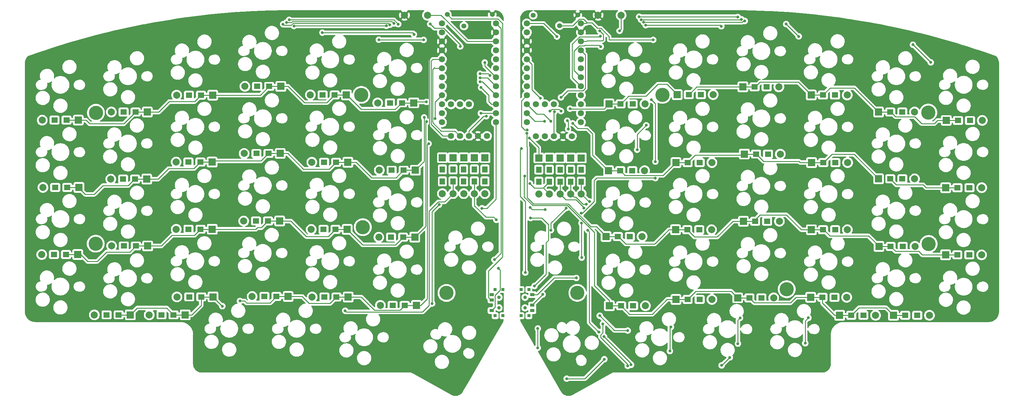
<source format=gtl>
%TF.GenerationSoftware,KiCad,Pcbnew,(6.0.4)*%
%TF.CreationDate,2023-10-02T11:20:09-05:00*%
%TF.ProjectId,RunType58,52756e54-7970-4653-9538-2e6b69636164,rev?*%
%TF.SameCoordinates,Original*%
%TF.FileFunction,Copper,L1,Top*%
%TF.FilePolarity,Positive*%
%FSLAX46Y46*%
G04 Gerber Fmt 4.6, Leading zero omitted, Abs format (unit mm)*
G04 Created by KiCad (PCBNEW (6.0.4)) date 2023-10-02 11:20:09*
%MOMM*%
%LPD*%
G01*
G04 APERTURE LIST*
%TA.AperFunction,ComponentPad*%
%ADD10R,1.500000X1.800000*%
%TD*%
%TA.AperFunction,ComponentPad*%
%ADD11R,1.998980X1.998980*%
%TD*%
%TA.AperFunction,ComponentPad*%
%ADD12C,1.998980*%
%TD*%
%TA.AperFunction,ComponentPad*%
%ADD13R,1.800000X1.500000*%
%TD*%
%TA.AperFunction,ComponentPad*%
%ADD14C,1.752600*%
%TD*%
%TA.AperFunction,WasherPad*%
%ADD15C,1.000000*%
%TD*%
%TA.AperFunction,SMDPad,CuDef*%
%ADD16R,0.900000X0.900000*%
%TD*%
%TA.AperFunction,SMDPad,CuDef*%
%ADD17R,1.250000X0.900000*%
%TD*%
%TA.AperFunction,ComponentPad*%
%ADD18C,4.000000*%
%TD*%
%TA.AperFunction,ComponentPad*%
%ADD19C,2.000000*%
%TD*%
%TA.AperFunction,ComponentPad*%
%ADD20C,1.397000*%
%TD*%
%TA.AperFunction,ViaPad*%
%ADD21C,0.800000*%
%TD*%
%TA.AperFunction,Conductor*%
%ADD22C,0.250000*%
%TD*%
G04 APERTURE END LIST*
D10*
%TO.P,D58,1,K*%
%TO.N,ROWL4*%
X149317460Y-68020000D03*
D11*
X149320000Y-64720000D03*
D12*
%TO.P,D58,2,A*%
%TO.N,Net-(D58-Pad2)*%
X149320000Y-74880000D03*
D10*
X149317460Y-71420000D03*
%TD*%
%TO.P,D55,1,K*%
%TO.N,ROWL4*%
X152317460Y-68020000D03*
D11*
X152320000Y-64720000D03*
D10*
%TO.P,D55,2,A*%
%TO.N,Net-(D55-Pad2)*%
X152317460Y-71420000D03*
D12*
X152320000Y-74880000D03*
%TD*%
D11*
%TO.P,D57,1,K*%
%TO.N,ROWL4*%
X146312540Y-64720000D03*
D10*
X146310000Y-68020000D03*
%TO.P,D57,2,A*%
%TO.N,Net-(D57-Pad2)*%
X146310000Y-71420000D03*
D12*
X146312540Y-74880000D03*
%TD*%
D13*
%TO.P,D25,1,K*%
%TO.N,ROW3*%
X212500000Y-104800000D03*
D11*
X209200000Y-104797460D03*
D13*
%TO.P,D25,2,A*%
%TO.N,Net-(D25-Pad2)*%
X215900000Y-104800000D03*
D12*
X219360000Y-104797460D03*
%TD*%
D14*
%TO.P,Display1,1,MOSI*%
%TO.N,MOSIL*%
X145730000Y-58607312D03*
%TO.P,Display1,2,SCK*%
%TO.N,SCKL*%
X148270000Y-58607312D03*
%TO.P,Display1,3,VCC*%
%TO.N,+3.3VA*%
X150810000Y-58607312D03*
%TO.P,Display1,4,GND*%
%TO.N,GND1*%
X153350000Y-58607312D03*
%TO.P,Display1,5,CS*%
%TO.N,CSL*%
X155890000Y-58607312D03*
%TD*%
D15*
%TO.P,SW_POWER2,*%
%TO.N,*%
X159300000Y-104200000D03*
X159300000Y-107200000D03*
D16*
%TO.P,SW_POWER2,0*%
%TO.N,N/C*%
X160400000Y-109400000D03*
X158200000Y-109400000D03*
X158200000Y-102000000D03*
X160400000Y-102000000D03*
D17*
%TO.P,SW_POWER2,1,A*%
%TO.N,RAWL*%
X157225000Y-107950000D03*
%TO.P,SW_POWER2,2,B*%
%TO.N,BTL+*%
X157225000Y-104950000D03*
%TO.P,SW_POWER2,3,C*%
%TO.N,unconnected-(SW_POWER2-Pad3)*%
X157225000Y-103450000D03*
%TD*%
D13*
%TO.P,D46,1,K*%
%TO.N,ROWL2*%
X37100000Y-92110000D03*
D11*
X40400000Y-92112540D03*
D13*
%TO.P,D46,2,A*%
%TO.N,Net-(D46-Pad2)*%
X33700000Y-92110000D03*
D12*
X30240000Y-92112540D03*
%TD*%
D18*
%TO.P,H10,1*%
%TO.N,N/C*%
X240470000Y-101930000D03*
%TD*%
D11*
%TO.P,D56,1,K*%
%TO.N,ROWL4*%
X143302540Y-64720000D03*
D10*
X143300000Y-68020000D03*
D12*
%TO.P,D56,2,A*%
%TO.N,Net-(D56-Pad2)*%
X143302540Y-74880000D03*
D10*
X143300000Y-71420000D03*
%TD*%
D13*
%TO.P,D38,1,K*%
%TO.N,ROWL1*%
X113330000Y-66010000D03*
D11*
X116630000Y-66012540D03*
D13*
%TO.P,D38,2,A*%
%TO.N,Net-(D38-Pad2)*%
X109930000Y-66010000D03*
D12*
X106470000Y-66012540D03*
%TD*%
D18*
%TO.P,H5,1*%
%TO.N,N/C*%
X120840000Y-84370000D03*
%TD*%
D13*
%TO.P,D51,1,K*%
%TO.N,ROWL3*%
X113420000Y-104120000D03*
D11*
X116720000Y-104122540D03*
D12*
%TO.P,D51,2,A*%
%TO.N,Net-(D51-Pad2)*%
X106560000Y-104122540D03*
D13*
X110020000Y-104120000D03*
%TD*%
D11*
%TO.P,D7,1,K*%
%TO.N,ROW1*%
X285340000Y-73200000D03*
D13*
X288640000Y-73202540D03*
D12*
%TO.P,D7,2,A*%
%TO.N,Net-(D7-Pad2)*%
X295500000Y-73200000D03*
D13*
X292040000Y-73202540D03*
%TD*%
D14*
%TO.P,U1,1,TX0/P0.06*%
%TO.N,CSR*%
X167160000Y-26770453D03*
%TO.P,U1,2,RX1/P0.08*%
%TO.N,unconnected-(U1-Pad2)*%
X167160000Y-29310453D03*
%TO.P,U1,3,GND*%
%TO.N,GND*%
X167160000Y-31850453D03*
%TO.P,U1,4,GND*%
X167160000Y-34390453D03*
%TO.P,U1,5,P0.17*%
%TO.N,MOSIR*%
X167160000Y-36930453D03*
%TO.P,U1,6,P0.20*%
%TO.N,SCKR*%
X167160000Y-39470453D03*
%TO.P,U1,7,P0.22*%
%TO.N,ROW4*%
X167160000Y-42010453D03*
%TO.P,U1,8,P0.24*%
%TO.N,ROW3*%
X167160000Y-44550453D03*
%TO.P,U1,9,P1.00*%
%TO.N,ROW2*%
X167160000Y-47090453D03*
%TO.P,U1,10,P0.11*%
%TO.N,ROW1*%
X167160000Y-49630453D03*
%TO.P,U1,11,P1.04*%
%TO.N,ROW0*%
X167160000Y-52170453D03*
%TO.P,U1,12,P1.06*%
%TO.N,unconnected-(U1-Pad12)*%
X167160000Y-54710453D03*
%TO.P,U1,13,NFC1/P0.09*%
%TO.N,COL6*%
X182400000Y-54710453D03*
%TO.P,U1,14,NFC2/P0.10*%
%TO.N,COL5*%
X182400000Y-52170453D03*
%TO.P,U1,15,P1.11*%
%TO.N,COL4*%
X182400000Y-49630453D03*
%TO.P,U1,16,P1.13*%
%TO.N,COL3*%
X182400000Y-47090453D03*
%TO.P,U1,17,P1.15*%
%TO.N,COL2*%
X182400000Y-44550453D03*
%TO.P,U1,18,AIN0/P0.02*%
%TO.N,COL1*%
X182400000Y-42010453D03*
%TO.P,U1,19,AIN5/P0.29*%
%TO.N,COL0*%
X182400000Y-39470453D03*
%TO.P,U1,20,AIN7/P0.31*%
%TO.N,unconnected-(U1-Pad20)*%
X182400000Y-36930453D03*
%TO.P,U1,21,VCC*%
%TO.N,+3V3*%
X182400000Y-34390453D03*
%TO.P,U1,22,RST*%
%TO.N,RESETR*%
X182400000Y-31850453D03*
%TO.P,U1,23,GND*%
%TO.N,GND*%
X182400000Y-29310453D03*
%TO.P,U1,24,BATIN/P0.04*%
%TO.N,RAWR*%
X182400000Y-26770453D03*
%TO.P,U1,31,P1.01*%
%TO.N,unconnected-(U1-Pad31)*%
X169700000Y-49630453D03*
%TO.P,U1,32,P1.02*%
%TO.N,unconnected-(U1-Pad32)*%
X172240000Y-49630453D03*
%TO.P,U1,33,P1.07*%
%TO.N,unconnected-(U1-Pad33)*%
X174780000Y-49630453D03*
%TD*%
D13*
%TO.P,D10,1,K*%
%TO.N,ROW1*%
X269700000Y-70700000D03*
D11*
X266400000Y-70697460D03*
D12*
%TO.P,D10,2,A*%
%TO.N,Net-(D10-Pad2)*%
X276560000Y-70697460D03*
D13*
X273100000Y-70700000D03*
%TD*%
D11*
%TO.P,D24,1,K*%
%TO.N,ROW3*%
X190440000Y-106600000D03*
D13*
X193740000Y-106602540D03*
%TO.P,D24,2,A*%
%TO.N,Net-(D24-Pad2)*%
X197140000Y-106602540D03*
D12*
X200600000Y-106600000D03*
%TD*%
D10*
%TO.P,D52,1,K*%
%TO.N,ROWL4*%
X155317460Y-68020000D03*
D11*
X155320000Y-64720000D03*
D10*
%TO.P,D52,2,A*%
%TO.N,Net-(D52-Pad2)*%
X155317460Y-71420000D03*
D12*
X155320000Y-74880000D03*
%TD*%
D13*
%TO.P,D22,1,K*%
%TO.N,ROW3*%
X250540000Y-104200000D03*
D11*
X247240000Y-104197460D03*
D13*
%TO.P,D22,2,A*%
%TO.N,Net-(D22-Pad2)*%
X253940000Y-104200000D03*
D12*
X257400000Y-104197460D03*
%TD*%
D11*
%TO.P,D14,1,K*%
%TO.N,ROW2*%
X228240000Y-82700000D03*
D13*
X231540000Y-82702540D03*
D12*
%TO.P,D14,2,A*%
%TO.N,Net-(D14-Pad2)*%
X238400000Y-82700000D03*
D13*
X234940000Y-82702540D03*
%TD*%
D14*
%TO.P,Display2,1,MOSI*%
%TO.N,MOSIR*%
X169700000Y-58630000D03*
%TO.P,Display2,2,SCK*%
%TO.N,SCKR*%
X172240000Y-58630000D03*
%TO.P,Display2,3,VCC*%
%TO.N,+3V3*%
X174780000Y-58630000D03*
%TO.P,Display2,4,GND*%
%TO.N,GND*%
X177320000Y-58630000D03*
%TO.P,Display2,5,CS*%
%TO.N,CSR*%
X179860000Y-58630000D03*
%TD*%
D11*
%TO.P,D34,1,K*%
%TO.N,ROWL0*%
X116210000Y-46952540D03*
D13*
X112910000Y-46950000D03*
D12*
%TO.P,D34,2,A*%
%TO.N,Net-(D34-Pad2)*%
X106050000Y-46952540D03*
D13*
X109510000Y-46950000D03*
%TD*%
%TO.P,D35,1,K*%
%TO.N,ROWL0*%
X131910000Y-49220000D03*
D11*
X135210000Y-49222540D03*
D12*
%TO.P,D35,2,A*%
%TO.N,Net-(D35-Pad2)*%
X125050000Y-49222540D03*
D13*
X128510000Y-49220000D03*
%TD*%
D18*
%TO.P,H2,1*%
%TO.N,N/C*%
X280520000Y-89110000D03*
%TD*%
D11*
%TO.P,D17,1,K*%
%TO.N,ROW2*%
X189500000Y-86997460D03*
D13*
X192800000Y-87000000D03*
%TO.P,D17,2,A*%
%TO.N,Net-(D17-Pad2)*%
X196200000Y-87000000D03*
D12*
X199660000Y-86997460D03*
%TD*%
D13*
%TO.P,D8,1,K*%
%TO.N,ROW1*%
X231800000Y-63700000D03*
D11*
X228500000Y-63697460D03*
D13*
%TO.P,D8,2,A*%
%TO.N,Net-(D8-Pad2)*%
X235200000Y-63700000D03*
D12*
X238660000Y-63697460D03*
%TD*%
D13*
%TO.P,D33,1,K*%
%TO.N,ROWL0*%
X94430000Y-44550000D03*
D11*
X97730000Y-44552540D03*
D13*
%TO.P,D33,2,A*%
%TO.N,Net-(D33-Pad2)*%
X91030000Y-44550000D03*
D12*
X87570000Y-44552540D03*
%TD*%
D11*
%TO.P,D20,1,K*%
%TO.N,ROW3*%
X270600000Y-109297460D03*
D13*
X273900000Y-109300000D03*
D12*
%TO.P,D20,2,A*%
%TO.N,Net-(D20-Pad2)*%
X280760000Y-109297460D03*
D13*
X277300000Y-109300000D03*
%TD*%
D19*
%TO.P,RSW2,1,1*%
%TO.N,GND1*%
X132589200Y-24440000D03*
%TO.P,RSW2,2,2*%
%TO.N,RESETL*%
X139089200Y-24440000D03*
%TD*%
D11*
%TO.P,D49,1,K*%
%TO.N,ROWL3*%
X78560000Y-104082540D03*
D13*
X75260000Y-104080000D03*
D12*
%TO.P,D49,2,A*%
%TO.N,Net-(D49-Pad2)*%
X68400000Y-104082540D03*
D13*
X71860000Y-104080000D03*
%TD*%
D11*
%TO.P,D47,1,K*%
%TO.N,ROWL2*%
X60120000Y-89682540D03*
D13*
X56820000Y-89680000D03*
%TO.P,D47,2,A*%
%TO.N,Net-(D47-Pad2)*%
X53420000Y-89680000D03*
D12*
X49960000Y-89682540D03*
%TD*%
D13*
%TO.P,D6,1,K*%
%TO.N,ROW0*%
X212850000Y-46880000D03*
D11*
X209550000Y-46877460D03*
D12*
%TO.P,D6,2,A*%
%TO.N,Net-(D6-Pad2)*%
X219710000Y-46877460D03*
D13*
X216250000Y-46880000D03*
%TD*%
D11*
%TO.P,D9,1,K*%
%TO.N,ROW1*%
X247500000Y-66097460D03*
D13*
X250800000Y-66100000D03*
D12*
%TO.P,D9,2,A*%
%TO.N,Net-(D9-Pad2)*%
X257660000Y-66097460D03*
D13*
X254200000Y-66100000D03*
%TD*%
%TO.P,D43,1,K*%
%TO.N,ROWL2*%
X75060000Y-84950000D03*
D11*
X78360000Y-84952540D03*
D12*
%TO.P,D43,2,A*%
%TO.N,Net-(D43-Pad2)*%
X68200000Y-84952540D03*
D13*
X71660000Y-84950000D03*
%TD*%
%TO.P,D54,1,K*%
%TO.N,ROWL3*%
X67440000Y-109160000D03*
D11*
X70740000Y-109162540D03*
D12*
%TO.P,D54,2,A*%
%TO.N,Net-(D54-Pad2)*%
X60580000Y-109162540D03*
D13*
X64040000Y-109160000D03*
%TD*%
%TO.P,D13,1,K*%
%TO.N,ROW2*%
X288600000Y-92200000D03*
D11*
X285300000Y-92197460D03*
D12*
%TO.P,D13,2,A*%
%TO.N,Net-(D13-Pad2)*%
X295460000Y-92197460D03*
D13*
X292000000Y-92200000D03*
%TD*%
D18*
%TO.P,H9,1*%
%TO.N,N/C*%
X280430000Y-51960000D03*
%TD*%
D13*
%TO.P,D36,1,K*%
%TO.N,ROWL1*%
X75030000Y-65960000D03*
D11*
X78330000Y-65962540D03*
D13*
%TO.P,D36,2,A*%
%TO.N,Net-(D36-Pad2)*%
X71630000Y-65960000D03*
D12*
X68170000Y-65962540D03*
%TD*%
D18*
%TO.P,H7,1*%
%TO.N,N/C*%
X45540000Y-52020000D03*
%TD*%
D11*
%TO.P,D32,1,K*%
%TO.N,ROWL0*%
X78480000Y-47032540D03*
D13*
X75180000Y-47030000D03*
D12*
%TO.P,D32,2,A*%
%TO.N,Net-(D32-Pad2)*%
X68320000Y-47032540D03*
D13*
X71780000Y-47030000D03*
%TD*%
D11*
%TO.P,D44,1,K*%
%TO.N,ROWL2*%
X97400000Y-82632540D03*
D13*
X94100000Y-82630000D03*
D12*
%TO.P,D44,2,A*%
%TO.N,Net-(D44-Pad2)*%
X87240000Y-82632540D03*
D13*
X90700000Y-82630000D03*
%TD*%
D11*
%TO.P,D3,1,K*%
%TO.N,ROW0*%
X228100000Y-44697460D03*
D13*
X231400000Y-44700000D03*
%TO.P,D3,2,A*%
%TO.N,Net-(D3-Pad2)*%
X234800000Y-44700000D03*
D12*
X238260000Y-44697460D03*
%TD*%
D13*
%TO.P,D4,1,K*%
%TO.N,ROW0*%
X250700000Y-47000000D03*
D11*
X247400000Y-46997460D03*
D13*
%TO.P,D4,2,A*%
%TO.N,Net-(D4-Pad2)*%
X254100000Y-47000000D03*
D12*
X257560000Y-46997460D03*
%TD*%
D10*
%TO.P,D27,1,K*%
%TO.N,ROW4*%
X176500000Y-68100000D03*
D11*
X176502540Y-64800000D03*
D12*
%TO.P,D27,2,A*%
%TO.N,Net-(SW27-Pad2)*%
X176502540Y-74960000D03*
D10*
X176500000Y-71500000D03*
%TD*%
%TO.P,D29,1,K*%
%TO.N,ROW4*%
X173500000Y-68100000D03*
D11*
X173502540Y-64800000D03*
D12*
%TO.P,D29,2,A*%
%TO.N,Net-(SW29-Pad2)*%
X173502540Y-74960000D03*
D10*
X173500000Y-71500000D03*
%TD*%
D13*
%TO.P,D48,1,K*%
%TO.N,ROWL3*%
X132660000Y-106480000D03*
D11*
X135960000Y-106482540D03*
D13*
%TO.P,D48,2,A*%
%TO.N,Net-(D48-Pad2)*%
X129260000Y-106480000D03*
D12*
X125800000Y-106482540D03*
%TD*%
D18*
%TO.P,H1,1*%
%TO.N,N/C*%
X120420000Y-46960000D03*
%TD*%
D20*
%TO.P,BatEntry2,1,1*%
%TO.N,BTL+*%
X144700000Y-24225400D03*
%TD*%
D19*
%TO.P,RSW1,1,1*%
%TO.N,GND*%
X187250000Y-24440000D03*
%TO.P,RSW1,2,2*%
%TO.N,RESETR*%
X193750000Y-24440000D03*
%TD*%
D11*
%TO.P,D1,1,K*%
%TO.N,ROW0*%
X190300000Y-49497460D03*
D13*
X193600000Y-49500000D03*
%TO.P,D1,2,A*%
%TO.N,Net-(D1-Pad2)*%
X197000000Y-49500000D03*
D12*
X200460000Y-49497460D03*
%TD*%
D11*
%TO.P,D19,1,K*%
%TO.N,ROW3*%
X170502540Y-64800000D03*
D10*
X170500000Y-68100000D03*
%TO.P,D19,2,A*%
%TO.N,Net-(SW19-Pad2)*%
X170500000Y-71500000D03*
D12*
X170502540Y-74960000D03*
%TD*%
D13*
%TO.P,D12,1,K*%
%TO.N,ROW1*%
X212500000Y-66100000D03*
D11*
X209200000Y-66097460D03*
D13*
%TO.P,D12,2,A*%
%TO.N,Net-(D12-Pad2)*%
X215900000Y-66100000D03*
D12*
X219360000Y-66097460D03*
%TD*%
D13*
%TO.P,D50,1,K*%
%TO.N,ROWL3*%
X96480000Y-103970000D03*
D11*
X99780000Y-103972540D03*
D12*
%TO.P,D50,2,A*%
%TO.N,Net-(D50-Pad2)*%
X89620000Y-103972540D03*
D13*
X93080000Y-103970000D03*
%TD*%
D18*
%TO.P,H6,1*%
%TO.N,N/C*%
X144470000Y-102970000D03*
%TD*%
D13*
%TO.P,D2,1,K*%
%TO.N,ROW0*%
X288800000Y-54200000D03*
D11*
X285500000Y-54197460D03*
D13*
%TO.P,D2,2,A*%
%TO.N,Net-(D2-Pad2)*%
X292200000Y-54200000D03*
D12*
X295660000Y-54197460D03*
%TD*%
D20*
%TO.P,Bat+2,1,1*%
%TO.N,RAWL*%
X149400000Y-27466500D03*
%TD*%
D18*
%TO.P,H3,1*%
%TO.N,N/C*%
X181390000Y-102950000D03*
%TD*%
D13*
%TO.P,D21,1,K*%
%TO.N,ROW3*%
X229930000Y-104350000D03*
D11*
X226630000Y-104347460D03*
D12*
%TO.P,D21,2,A*%
%TO.N,Net-(D21-Pad2)*%
X236790000Y-104347460D03*
D13*
X233330000Y-104350000D03*
%TD*%
%TO.P,D5,1,K*%
%TO.N,ROW0*%
X269700000Y-51800000D03*
D11*
X266400000Y-51797460D03*
D12*
%TO.P,D5,2,A*%
%TO.N,Net-(D5-Pad2)*%
X276560000Y-51797460D03*
D13*
X273100000Y-51800000D03*
%TD*%
D20*
%TO.P,BatEntry1,1,1*%
%TO.N,BTR+*%
X168946500Y-24450000D03*
%TD*%
D13*
%TO.P,D53,1,K*%
%TO.N,ROWL3*%
X51950000Y-109160000D03*
D11*
X55250000Y-109162540D03*
D12*
%TO.P,D53,2,A*%
%TO.N,Net-(D53-Pad2)*%
X45090000Y-109162540D03*
D13*
X48550000Y-109160000D03*
%TD*%
%TO.P,D23,1,K*%
%TO.N,ROW3*%
X258700000Y-109300000D03*
D11*
X255400000Y-109297460D03*
D13*
%TO.P,D23,2,A*%
%TO.N,Net-(D23-Pad2)*%
X262100000Y-109300000D03*
D12*
X265560000Y-109297460D03*
%TD*%
D11*
%TO.P,D11,1,K*%
%TO.N,ROW1*%
X190200000Y-68397460D03*
D13*
X193500000Y-68400000D03*
%TO.P,D11,2,A*%
%TO.N,Net-(D11-Pad2)*%
X196900000Y-68400000D03*
D12*
X200360000Y-68397460D03*
%TD*%
D13*
%TO.P,D31,1,K*%
%TO.N,ROWL0*%
X56740000Y-51800000D03*
D11*
X60040000Y-51802540D03*
D12*
%TO.P,D31,2,A*%
%TO.N,Net-(D31-Pad2)*%
X49880000Y-51802540D03*
D13*
X53340000Y-51800000D03*
%TD*%
D10*
%TO.P,D26,1,K*%
%TO.N,ROW4*%
X182500000Y-68100000D03*
D11*
X182502540Y-64800000D03*
D10*
%TO.P,D26,2,A*%
%TO.N,Net-(D26-Pad2)*%
X182500000Y-71500000D03*
D12*
X182502540Y-74960000D03*
%TD*%
D13*
%TO.P,D15,1,K*%
%TO.N,ROW2*%
X250740000Y-85102540D03*
D11*
X247440000Y-85100000D03*
D13*
%TO.P,D15,2,A*%
%TO.N,Net-(D15-Pad2)*%
X254140000Y-85102540D03*
D12*
X257600000Y-85100000D03*
%TD*%
D13*
%TO.P,D18,1,K*%
%TO.N,ROW2*%
X212400000Y-85100000D03*
D11*
X209100000Y-85097460D03*
D13*
%TO.P,D18,2,A*%
%TO.N,Net-(D18-Pad2)*%
X215800000Y-85100000D03*
D12*
X219260000Y-85097460D03*
%TD*%
D11*
%TO.P,D28,1,K*%
%TO.N,ROW4*%
X179502540Y-64800000D03*
D10*
X179500000Y-68100000D03*
%TO.P,D28,2,A*%
%TO.N,Net-(D28-Pad2)*%
X179500000Y-71500000D03*
D12*
X179502540Y-74960000D03*
%TD*%
D13*
%TO.P,D42,1,K*%
%TO.N,ROWL2*%
X132220000Y-87207460D03*
D11*
X135520000Y-87210000D03*
D13*
%TO.P,D42,2,A*%
%TO.N,Net-(D42-Pad2)*%
X128820000Y-87207460D03*
D12*
X125360000Y-87210000D03*
%TD*%
D15*
%TO.P,SW_POWER1,*%
%TO.N,*%
X166600000Y-107200000D03*
X166600000Y-104200000D03*
D16*
%TO.P,SW_POWER1,0*%
%TO.N,N/C*%
X165500000Y-102000000D03*
X165500000Y-109400000D03*
X167700000Y-102000000D03*
X167700000Y-109400000D03*
D17*
%TO.P,SW_POWER1,1,A*%
%TO.N,RAWR*%
X168675000Y-103450000D03*
%TO.P,SW_POWER1,2,B*%
%TO.N,BTR+*%
X168675000Y-106450000D03*
%TO.P,SW_POWER1,3,C*%
%TO.N,unconnected-(SW_POWER1-Pad3)*%
X168675000Y-107950000D03*
%TD*%
D18*
%TO.P,H4,1*%
%TO.N,N/C*%
X45470000Y-89040000D03*
%TD*%
D14*
%TO.P,U2,1,TX0/P0.06*%
%TO.N,CSL*%
X143190000Y-26766750D03*
%TO.P,U2,2,RX1/P0.08*%
%TO.N,unconnected-(U2-Pad2)*%
X143190000Y-29306750D03*
%TO.P,U2,3,GND*%
%TO.N,GND1*%
X143190000Y-31846750D03*
%TO.P,U2,4,GND*%
X143190000Y-34386750D03*
%TO.P,U2,5,P0.17*%
%TO.N,MOSIL*%
X143190000Y-36926750D03*
%TO.P,U2,6,P0.20*%
%TO.N,SCKL*%
X143190000Y-39466750D03*
%TO.P,U2,7,P0.22*%
%TO.N,ROWL4*%
X143190000Y-42006750D03*
%TO.P,U2,8,P0.24*%
%TO.N,ROWL3*%
X143190000Y-44546750D03*
%TO.P,U2,9,P1.00*%
%TO.N,ROWL2*%
X143190000Y-47086750D03*
%TO.P,U2,10,P0.11*%
%TO.N,ROWL1*%
X143190000Y-49626750D03*
%TO.P,U2,11,P1.04*%
%TO.N,ROWL0*%
X143190000Y-52166750D03*
%TO.P,U2,12,P1.06*%
%TO.N,unconnected-(U2-Pad12)*%
X143190000Y-54706750D03*
%TO.P,U2,13,NFC1/P0.09*%
%TO.N,LCOL6*%
X158430000Y-54706750D03*
%TO.P,U2,14,NFC2/P0.10*%
%TO.N,LCOL5*%
X158430000Y-52166750D03*
%TO.P,U2,15,P1.11*%
%TO.N,LCOL4*%
X158430000Y-49626750D03*
%TO.P,U2,16,P1.13*%
%TO.N,LCOL3*%
X158430000Y-47086750D03*
%TO.P,U2,17,P1.15*%
%TO.N,LCOL2*%
X158430000Y-44546750D03*
%TO.P,U2,18,AIN0/P0.02*%
%TO.N,LCOL1*%
X158430000Y-42006750D03*
%TO.P,U2,19,AIN5/P0.29*%
%TO.N,LCOL0*%
X158430000Y-39466750D03*
%TO.P,U2,20,AIN7/P0.31*%
%TO.N,unconnected-(U2-Pad20)*%
X158430000Y-36926750D03*
%TO.P,U2,21,VCC*%
%TO.N,+3.3VA*%
X158430000Y-34386750D03*
%TO.P,U2,22,RST*%
%TO.N,RESETL*%
X158430000Y-31846750D03*
%TO.P,U2,23,GND*%
%TO.N,GND1*%
X158430000Y-29306750D03*
%TO.P,U2,24,BATIN/P0.04*%
%TO.N,RAWL*%
X158430000Y-26766750D03*
%TO.P,U2,31,P1.01*%
%TO.N,unconnected-(U2-Pad31)*%
X145730000Y-49626750D03*
%TO.P,U2,32,P1.02*%
%TO.N,unconnected-(U2-Pad32)*%
X148270000Y-49626750D03*
%TO.P,U2,33,P1.07*%
%TO.N,unconnected-(U2-Pad33)*%
X150810000Y-49626750D03*
%TD*%
D11*
%TO.P,D45,1,K*%
%TO.N,ROWL2*%
X116450000Y-85002540D03*
D13*
X113150000Y-85000000D03*
%TO.P,D45,2,A*%
%TO.N,Net-(D45-Pad2)*%
X109750000Y-85000000D03*
D12*
X106290000Y-85002540D03*
%TD*%
D13*
%TO.P,D16,1,K*%
%TO.N,ROW2*%
X269800000Y-89800000D03*
D11*
X266500000Y-89797460D03*
D12*
%TO.P,D16,2,A*%
%TO.N,Net-(D16-Pad2)*%
X276660000Y-89797460D03*
D13*
X273200000Y-89800000D03*
%TD*%
%TO.P,D39,1,K*%
%TO.N,ROWL1*%
X132380000Y-68257460D03*
D11*
X135680000Y-68260000D03*
D12*
%TO.P,D39,2,A*%
%TO.N,Net-(D39-Pad2)*%
X125520000Y-68260000D03*
D13*
X128980000Y-68257460D03*
%TD*%
%TO.P,D37,1,K*%
%TO.N,ROWL1*%
X94220000Y-63520000D03*
D11*
X97520000Y-63522540D03*
D13*
%TO.P,D37,2,A*%
%TO.N,Net-(D37-Pad2)*%
X90820000Y-63520000D03*
D12*
X87360000Y-63522540D03*
%TD*%
D13*
%TO.P,D40,1,K*%
%TO.N,ROWL1*%
X37450000Y-73130000D03*
D11*
X40750000Y-73132540D03*
D13*
%TO.P,D40,2,A*%
%TO.N,Net-(D40-Pad2)*%
X34050000Y-73130000D03*
D12*
X30590000Y-73132540D03*
%TD*%
D18*
%TO.P,H8,1*%
%TO.N,N/C*%
X205400000Y-46950000D03*
%TD*%
D11*
%TO.P,D41,1,K*%
%TO.N,ROWL1*%
X59900000Y-70782540D03*
D13*
X56600000Y-70780000D03*
D12*
%TO.P,D41,2,A*%
%TO.N,Net-(D41-Pad2)*%
X49740000Y-70782540D03*
D13*
X53200000Y-70780000D03*
%TD*%
D20*
%TO.P,Bat+1,1,1*%
%TO.N,RAWR*%
X176350000Y-27376500D03*
%TD*%
%TO.P,BatGND2,1,1*%
%TO.N,GND1*%
X157370000Y-24220000D03*
%TD*%
D11*
%TO.P,D30,1,K*%
%TO.N,ROWL0*%
X40540000Y-54105080D03*
D13*
X37240000Y-54102540D03*
%TO.P,D30,2,A*%
%TO.N,Net-(D30-Pad2)*%
X33840000Y-54102540D03*
D12*
X30380000Y-54105080D03*
%TD*%
D20*
%TO.P,BatGND1,1,1*%
%TO.N,GND*%
X181510000Y-24380000D03*
%TD*%
D21*
%TO.N,ROW1*%
X180080000Y-55010000D03*
X173900000Y-54400000D03*
%TO.N,ROW2*%
X167210000Y-56860000D03*
X167100000Y-57800000D03*
%TO.N,Net-(D11-Pad2)*%
X198270000Y-62460000D03*
X200840000Y-55560000D03*
%TO.N,Net-(D26-Pad2)*%
X246600000Y-110000000D03*
X188600000Y-111700000D03*
X184800000Y-77100000D03*
X195600000Y-123600000D03*
X245700000Y-117200000D03*
%TO.N,Net-(D28-Pad2)*%
X188900000Y-115300000D03*
X187500000Y-114000000D03*
X196548211Y-123283930D03*
X224400000Y-121200000D03*
X183900000Y-77900000D03*
X226700000Y-117300000D03*
X184324500Y-85200000D03*
X227311256Y-110041646D03*
X222100000Y-123450501D03*
%TO.N,MOSIR*%
X170967400Y-47929800D03*
%TO.N,CSR*%
X175620000Y-30470000D03*
X178790000Y-56610000D03*
X178550000Y-54284057D03*
%TO.N,COL1*%
X188000000Y-33300000D03*
X195600000Y-113600000D03*
X187700000Y-109400000D03*
%TO.N,COL2*%
X187900000Y-30400000D03*
%TO.N,ROW0*%
X179325195Y-50860000D03*
X172110000Y-54400000D03*
X176777797Y-51543199D03*
X173650000Y-51580000D03*
%TO.N,ROW3*%
X167824500Y-59200000D03*
X166509100Y-69875400D03*
%TO.N,COL0*%
X178200000Y-78974500D03*
X173924500Y-85200000D03*
%TO.N,COL5*%
X227720000Y-25603653D03*
X199388368Y-25698994D03*
%TO.N,COL3*%
X222020000Y-27550000D03*
X200680000Y-27250000D03*
%TO.N,COL4*%
X200113368Y-26423494D03*
X228643420Y-26053653D03*
X243850000Y-30420000D03*
X240310000Y-26920000D03*
%TO.N,Net-(SW19-Pad2)*%
X168100000Y-78800000D03*
X172300000Y-79400000D03*
%TO.N,Net-(SW27-Pad2)*%
X183200000Y-79000000D03*
X207500000Y-119400000D03*
X207800000Y-112600000D03*
%TO.N,Net-(SW29-Pad2)*%
X170230000Y-113030000D03*
X189000000Y-121700000D03*
X168200000Y-81800000D03*
X168000000Y-72000000D03*
X178400000Y-127200000D03*
X169300000Y-101000000D03*
X170190000Y-118490000D03*
%TO.N,COL6*%
X198830000Y-24870000D03*
X281120000Y-37760000D03*
X226650000Y-24940000D03*
X276090000Y-32790000D03*
%TO.N,+3V3*%
X174910000Y-51750000D03*
X176765500Y-47660000D03*
%TO.N,RAWR*%
X181100000Y-98730000D03*
X182500000Y-80400000D03*
X202300000Y-48320000D03*
X182620000Y-92980000D03*
X203400000Y-70500000D03*
X182569502Y-83230498D03*
X202800000Y-31400000D03*
X203410000Y-65820000D03*
%TO.N,BTR+*%
X165600000Y-62100000D03*
X171600000Y-103400000D03*
X166700000Y-97200000D03*
%TO.N,RAWL*%
X159105600Y-95986600D03*
X157988000Y-93573600D03*
%TO.N,RESETR*%
X193300000Y-28843548D03*
X187719764Y-28843548D03*
%TO.N,+3.3VA*%
X155700000Y-53000000D03*
%TO.N,ROWL0*%
X138797626Y-48945156D03*
%TO.N,ROWL1*%
X138149502Y-53340000D03*
%TO.N,ROWL2*%
X138874002Y-54500000D03*
X141274500Y-53660000D03*
%TO.N,ROWL3*%
X86180000Y-105240000D03*
X139420000Y-60760000D03*
X81200000Y-106710000D03*
%TO.N,Net-(D55-Pad2)*%
X158530000Y-82290000D03*
%TO.N,Net-(D56-Pad2)*%
X142382050Y-78002050D03*
X140390000Y-105970000D03*
%TO.N,Net-(D57-Pad2)*%
X115870000Y-108000000D03*
%TO.N,LCOL0*%
X148350000Y-33240000D03*
X156720231Y-41430000D03*
X139860000Y-26930950D03*
X153910000Y-40980000D03*
X130830000Y-26960000D03*
X100070000Y-25740000D03*
%TO.N,LCOL1*%
X155254710Y-37806862D03*
X99293142Y-26524500D03*
X129597701Y-26752299D03*
%TO.N,LCOL2*%
X98342056Y-26974500D03*
X128490000Y-27130000D03*
X153960000Y-42180000D03*
%TO.N,LCOL3*%
X127480000Y-27435396D03*
X153950000Y-43260000D03*
X101405170Y-27495824D03*
%TO.N,LCOL4*%
X109430000Y-29370000D03*
X135280000Y-29870000D03*
X154220000Y-44890000D03*
%TO.N,LCOL5*%
X154160000Y-52170000D03*
X138010000Y-31410000D03*
X125380000Y-31370000D03*
%TO.N,LCOL6*%
X154480000Y-79020000D03*
%TD*%
D22*
%TO.N,ROW1*%
X169904347Y-52374800D02*
X167160000Y-49630453D01*
X171874800Y-52374800D02*
X169904347Y-52374800D01*
X173900000Y-54400000D02*
X171874800Y-52374800D01*
%TO.N,ROW2*%
X167233600Y-61772800D02*
X167100000Y-61639200D01*
X167233600Y-76033600D02*
X167233600Y-61772800D01*
X169000000Y-77800000D02*
X167233600Y-76033600D01*
X167100000Y-61639200D02*
X167100000Y-57800000D01*
X185200000Y-84200000D02*
X178800000Y-77800000D01*
X178800000Y-77800000D02*
X169000000Y-77800000D01*
X186800000Y-84200000D02*
X185200000Y-84200000D01*
X189500000Y-86900000D02*
X186800000Y-84200000D01*
%TO.N,ROW3*%
X190440000Y-105121400D02*
X190440000Y-106600000D01*
X178613604Y-78250000D02*
X186200000Y-85836396D01*
X168813604Y-78250000D02*
X178613604Y-78250000D01*
X166375500Y-75811896D02*
X168813604Y-78250000D01*
X166375500Y-70009000D02*
X166375500Y-75811896D01*
X186200000Y-100881400D02*
X190440000Y-105121400D01*
X166509100Y-69875400D02*
X166375500Y-70009000D01*
X186200000Y-85836396D02*
X186200000Y-100881400D01*
%TO.N,MOSIR*%
X168540000Y-38310453D02*
X167160000Y-36930453D01*
X168540000Y-45502400D02*
X168540000Y-38310453D01*
X170967400Y-47929800D02*
X168540000Y-45502400D01*
%TO.N,ROW2*%
X165582600Y-48667853D02*
X167160000Y-47090453D01*
X165582600Y-55930800D02*
X165582600Y-48667853D01*
X166511800Y-56860000D02*
X165582600Y-55930800D01*
X167210000Y-56860000D02*
X166511800Y-56860000D01*
%TO.N,RAWL*%
X159824480Y-91737120D02*
X159824480Y-28161230D01*
X157988000Y-93573600D02*
X159824480Y-91737120D01*
X159824480Y-28161230D02*
X158430000Y-26766750D01*
X158175000Y-107000000D02*
X157225000Y-107950000D01*
X158175000Y-103575000D02*
X158175000Y-107000000D01*
X159600000Y-102150000D02*
X158175000Y-103575000D01*
X159105600Y-95986600D02*
X159600000Y-96481000D01*
X159600000Y-96481000D02*
X159600000Y-102150000D01*
%TO.N,BTL+*%
X145925400Y-25425400D02*
X144700000Y-24200000D01*
X156275000Y-96785200D02*
X160274000Y-92786200D01*
X160274000Y-92786200D02*
X160274000Y-26746200D01*
X156275000Y-104225000D02*
X156275000Y-96785200D01*
X157000000Y-104950000D02*
X156275000Y-104225000D01*
X160274000Y-26746200D02*
X158953200Y-25425400D01*
X157225000Y-104950000D02*
X157000000Y-104950000D01*
X158953200Y-25425400D02*
X145925400Y-25425400D01*
%TO.N,LCOL6*%
X158445200Y-54721950D02*
X158430000Y-54706750D01*
X158445200Y-76414800D02*
X158445200Y-54721950D01*
X154480000Y-79020000D02*
X155840000Y-79020000D01*
X155840000Y-79020000D02*
X158445200Y-76414800D01*
%TO.N,ROW1*%
X193500000Y-68400000D02*
X193545800Y-68400000D01*
X193545800Y-68400000D02*
X194867750Y-69721950D01*
X269700000Y-70700000D02*
X271400000Y-72400000D01*
X205563250Y-69721950D02*
X209187740Y-66097460D01*
X209187740Y-66097460D02*
X209200000Y-66097460D01*
X228500000Y-63697460D02*
X231797460Y-63697460D01*
X288637460Y-73200000D02*
X288640000Y-73202540D01*
X250917400Y-66100000D02*
X253242399Y-63775001D01*
X279000000Y-72400000D02*
X279800000Y-73200000D01*
X190139660Y-68397460D02*
X185700000Y-63957800D01*
X185700000Y-58000000D02*
X184180000Y-56480000D01*
X243951399Y-65744999D02*
X244303860Y-66097460D01*
X233943799Y-65744999D02*
X243951399Y-65744999D01*
X253242399Y-63775001D02*
X259477541Y-63775001D01*
X193500000Y-68400000D02*
X190202540Y-68400000D01*
X231898800Y-63700000D02*
X233943799Y-65744999D01*
X228500000Y-63697460D02*
X228240260Y-63957200D01*
X181550000Y-56480000D02*
X180080000Y-55010000D01*
X247500000Y-66097460D02*
X250797460Y-66097460D01*
X209202540Y-66100000D02*
X209200000Y-66097460D01*
X285340000Y-73200000D02*
X288637460Y-73200000D01*
X250797460Y-66097460D02*
X250800000Y-66100000D01*
X214672002Y-63957200D02*
X212529202Y-66100000D01*
X190200000Y-68397460D02*
X190139660Y-68397460D01*
X194867750Y-69721950D02*
X205563250Y-69721950D01*
X184180000Y-56480000D02*
X181550000Y-56480000D01*
X244303860Y-66097460D02*
X247500000Y-66097460D01*
X259477541Y-63775001D02*
X266400000Y-70697460D01*
X231797460Y-63697460D02*
X231800000Y-63700000D01*
X279800000Y-73200000D02*
X285340000Y-73200000D01*
X228240260Y-63957200D02*
X214672002Y-63957200D01*
X271400000Y-72400000D02*
X279000000Y-72400000D01*
X231800000Y-63700000D02*
X231898800Y-63700000D01*
X190202540Y-68400000D02*
X190200000Y-68397460D01*
X250800000Y-66100000D02*
X250917400Y-66100000D01*
X212500000Y-66100000D02*
X209202540Y-66100000D01*
X185700000Y-63957800D02*
X185700000Y-58000000D01*
%TO.N,ROW2*%
X278747460Y-92197460D02*
X277750000Y-91200000D01*
X209100000Y-85097460D02*
X207202540Y-85097460D01*
X193000000Y-87000000D02*
X192800000Y-87000000D01*
X247440000Y-85100000D02*
X250737460Y-85100000D01*
X247440000Y-85100000D02*
X244600000Y-85100000D01*
X240400000Y-80900000D02*
X232900000Y-80900000D01*
X269800000Y-89800000D02*
X266502540Y-89800000D01*
X207202540Y-85097460D02*
X206050000Y-86250000D01*
X266500000Y-89766800D02*
X266500000Y-89797460D01*
X214444999Y-87144999D02*
X220855001Y-87144999D01*
X209100000Y-85097460D02*
X212397460Y-85097460D01*
X206050000Y-86250000D02*
X204800000Y-87500000D01*
X212397460Y-85097460D02*
X212400000Y-85100000D01*
X225300000Y-82700000D02*
X228240000Y-82700000D01*
X212400000Y-85100000D02*
X214444999Y-87144999D01*
X250939140Y-85102540D02*
X252679200Y-86842600D01*
X266502540Y-89800000D02*
X266500000Y-89797460D01*
X192797460Y-86997460D02*
X192800000Y-87000000D01*
X288600000Y-92200000D02*
X285302540Y-92200000D01*
X240400000Y-80900000D02*
X244600000Y-85100000D01*
X189500000Y-86997460D02*
X192797460Y-86997460D01*
X271200000Y-91200000D02*
X269800000Y-89800000D01*
X252679200Y-86842600D02*
X263575800Y-86842600D01*
X250740000Y-85102540D02*
X250939140Y-85102540D01*
X220855001Y-87144999D02*
X225300000Y-82700000D01*
X195100000Y-89100000D02*
X193000000Y-87000000D01*
X231537460Y-82700000D02*
X231540000Y-82702540D01*
X277750000Y-91200000D02*
X271200000Y-91200000D01*
X203200000Y-89100000D02*
X195100000Y-89100000D01*
X263575800Y-86842600D02*
X266500000Y-89766800D01*
X204800000Y-87500000D02*
X203200000Y-89100000D01*
X231540000Y-82702540D02*
X231540000Y-82260000D01*
X285302540Y-92200000D02*
X285300000Y-92197460D01*
X231540000Y-82260000D02*
X232900000Y-80900000D01*
X250737460Y-85100000D02*
X250740000Y-85102540D01*
X228240000Y-82700000D02*
X231537460Y-82700000D01*
X285300000Y-92197460D02*
X278747460Y-92197460D01*
%TO.N,Net-(D11-Pad2)*%
X198270000Y-58130000D02*
X198270000Y-62460000D01*
X200840000Y-55560000D02*
X198270000Y-58130000D01*
%TO.N,Net-(D26-Pad2)*%
X245700000Y-117200000D02*
X245700000Y-110900000D01*
X184800000Y-77100000D02*
X184642540Y-77100000D01*
X182500000Y-74957460D02*
X182502540Y-74960000D01*
X188600000Y-114218800D02*
X187934600Y-114884200D01*
X195600000Y-123200000D02*
X195600000Y-123600000D01*
X245700000Y-110900000D02*
X246600000Y-110000000D01*
X188600000Y-111700000D02*
X188600000Y-114218800D01*
X184642540Y-77100000D02*
X182502540Y-74960000D01*
X187934600Y-115534600D02*
X195600000Y-123200000D01*
X187934600Y-114884200D02*
X187934600Y-115534600D01*
X182500000Y-71500000D02*
X182500000Y-74957460D01*
%TO.N,Net-(D28-Pad2)*%
X187500000Y-114000000D02*
X187400000Y-114000000D01*
X182936396Y-77900000D02*
X180918198Y-75881802D01*
X183900000Y-77900000D02*
X182936396Y-77900000D01*
X227311256Y-110041646D02*
X226700000Y-110652902D01*
X196548211Y-122948211D02*
X188900000Y-115300000D01*
X184730000Y-85605500D02*
X184324500Y-85200000D01*
X184730000Y-111330000D02*
X184730000Y-85605500D01*
X222100000Y-123450501D02*
X222149499Y-123450501D01*
X226700000Y-110652902D02*
X226700000Y-117300000D01*
X222149499Y-123450501D02*
X224400000Y-121200000D01*
X187400000Y-114000000D02*
X184730000Y-111330000D01*
X179502540Y-71502540D02*
X179500000Y-71500000D01*
X196548211Y-123283930D02*
X196548211Y-122948211D01*
X180424342Y-75881802D02*
X179502540Y-74960000D01*
X180918198Y-75881802D02*
X180424342Y-75881802D01*
X179502540Y-74960000D02*
X179502540Y-71502540D01*
%TO.N,MOSIL*%
X143475068Y-58607312D02*
X145730000Y-58607312D01*
X140573250Y-36926750D02*
X140100000Y-37400000D01*
X140100000Y-55232244D02*
X143475068Y-58607312D01*
X140100000Y-37400000D02*
X140100000Y-55232244D01*
X143190000Y-36926750D02*
X140573250Y-36926750D01*
%TO.N,SCKL*%
X140550000Y-54800000D02*
X140550000Y-39800000D01*
X146851388Y-57188700D02*
X148270000Y-58607312D01*
X142938700Y-57188700D02*
X146851388Y-57188700D01*
X141306750Y-39466750D02*
X143190000Y-39466750D01*
X141095000Y-39255000D02*
X141306750Y-39466750D01*
X140550000Y-39800000D02*
X141095000Y-39255000D01*
X142938700Y-57188700D02*
X140550000Y-54800000D01*
%TO.N,CSR*%
X171920453Y-26770453D02*
X167160000Y-26770453D01*
X175620000Y-30470000D02*
X171920453Y-26770453D01*
X178550000Y-54284057D02*
X178790000Y-54524057D01*
X178790000Y-54524057D02*
X178790000Y-56610000D01*
%TO.N,COL1*%
X187700000Y-109400000D02*
X191900000Y-113600000D01*
X187649153Y-32949153D02*
X183540847Y-32949153D01*
X181950652Y-33100000D02*
X180400000Y-34650652D01*
X188000000Y-33300000D02*
X187649153Y-32949153D01*
X183390000Y-33100000D02*
X181950652Y-33100000D01*
X180400000Y-40010453D02*
X182400000Y-42010453D01*
X180400000Y-34650652D02*
X180400000Y-40010453D01*
X191900000Y-113600000D02*
X195600000Y-113600000D01*
X183540847Y-32949153D02*
X183390000Y-33100000D01*
%TO.N,COL2*%
X187770000Y-30530000D02*
X182021558Y-30530000D01*
X182021558Y-30530000D02*
X179950000Y-32601558D01*
X179950000Y-42100453D02*
X182400000Y-44550453D01*
X179950000Y-32601558D02*
X179950000Y-42100453D01*
X187900000Y-30400000D02*
X187770000Y-30530000D01*
%TO.N,ROW0*%
X276616550Y-53121950D02*
X271178050Y-53121950D01*
X269856100Y-51800000D02*
X271178050Y-53121950D01*
X266400000Y-51797460D02*
X266376660Y-51797460D01*
X288800000Y-54200000D02*
X285502540Y-54200000D01*
X176777797Y-51543199D02*
X176234598Y-51000000D01*
X190341208Y-49668957D02*
X190208643Y-49668957D01*
X212850000Y-46880000D02*
X212911200Y-46880000D01*
X209550000Y-46837600D02*
X209550000Y-46877460D01*
X285500000Y-54197460D02*
X283012940Y-54197460D01*
X190300000Y-49497460D02*
X193597460Y-49497460D01*
X232927741Y-43373459D02*
X243775999Y-43373459D01*
X283012940Y-54197460D02*
X282117800Y-55092600D01*
X188950600Y-50927000D02*
X179392195Y-50927000D01*
X231400000Y-44700000D02*
X231601200Y-44700000D01*
X278587200Y-55092600D02*
X276616550Y-53121950D01*
X266376660Y-51797460D02*
X259579200Y-45000000D01*
X282117800Y-55092600D02*
X278587200Y-55092600D01*
X195884800Y-47345600D02*
X200761600Y-47345600D01*
X228100000Y-44697460D02*
X215093740Y-44697460D01*
X174230000Y-51000000D02*
X173650000Y-51580000D01*
X243775999Y-43373459D02*
X247400000Y-46997460D01*
X193600000Y-49500000D02*
X193730400Y-49500000D01*
X193730400Y-49500000D02*
X195884800Y-47345600D01*
X190208643Y-49668957D02*
X188950600Y-50927000D01*
X269700000Y-51800000D02*
X266402540Y-51800000D01*
X172110000Y-54400000D02*
X169389547Y-54400000D01*
X228100000Y-44697460D02*
X231397460Y-44697460D01*
X252700000Y-45000000D02*
X250700000Y-47000000D01*
X266402540Y-51800000D02*
X266400000Y-51797460D01*
X231397460Y-44697460D02*
X231400000Y-44700000D01*
X259579200Y-45000000D02*
X252700000Y-45000000D01*
X179392195Y-50927000D02*
X179325195Y-50860000D01*
X285502540Y-54200000D02*
X285500000Y-54197460D01*
X200761600Y-47345600D02*
X204165200Y-43942000D01*
X176234598Y-51000000D02*
X174230000Y-51000000D01*
X204165200Y-43942000D02*
X206654400Y-43942000D01*
X269700000Y-51800000D02*
X269856100Y-51800000D01*
X169389547Y-54400000D02*
X167160000Y-52170453D01*
X250700000Y-47000000D02*
X247402540Y-47000000D01*
X193597460Y-49497460D02*
X193600000Y-49500000D01*
X212911200Y-46880000D02*
X215093740Y-44697460D01*
X206654400Y-43942000D02*
X209550000Y-46837600D01*
X247402540Y-47000000D02*
X247400000Y-46997460D01*
X231601200Y-44700000D02*
X232927741Y-43373459D01*
%TO.N,ROW3*%
X212500000Y-104800000D02*
X214802540Y-102497460D01*
X273897460Y-109297460D02*
X273900000Y-109300000D01*
X202500000Y-109000000D02*
X196137460Y-109000000D01*
X270600000Y-109297460D02*
X273897460Y-109297460D01*
X224780000Y-102497460D02*
X226630000Y-104347460D01*
X209202540Y-104800000D02*
X209200000Y-104797460D01*
X255400000Y-109297460D02*
X254001260Y-109297460D01*
X258697460Y-109297460D02*
X258700000Y-109300000D01*
X190442540Y-106602540D02*
X190440000Y-106600000D01*
X241524200Y-105770000D02*
X231350000Y-105770000D01*
X247240000Y-104197460D02*
X243096740Y-104197460D01*
X268465140Y-107162600D02*
X270600000Y-109297460D01*
X258700000Y-109300000D02*
X258728200Y-109300000D01*
X170502540Y-61878040D02*
X167824500Y-59200000D01*
X231350000Y-105770000D02*
X229930000Y-104350000D01*
X209200000Y-104797460D02*
X206702540Y-104797460D01*
X247242540Y-104200000D02*
X247240000Y-104197460D01*
X260865600Y-107162600D02*
X268465140Y-107162600D01*
X254001260Y-109297460D02*
X250540000Y-105836200D01*
X243096740Y-104197460D02*
X241524200Y-105770000D01*
X226632540Y-104350000D02*
X226630000Y-104347460D01*
X193740000Y-106602540D02*
X190442540Y-106602540D01*
X196137460Y-109000000D02*
X193740000Y-106602540D01*
X255400000Y-109297460D02*
X258697460Y-109297460D01*
X214802540Y-102497460D02*
X224780000Y-102497460D01*
X250540000Y-105836200D02*
X250540000Y-104200000D01*
X250540000Y-104200000D02*
X247242540Y-104200000D01*
X229930000Y-104350000D02*
X226632540Y-104350000D01*
X258728200Y-109300000D02*
X260865600Y-107162600D01*
X206702540Y-104797460D02*
X202500000Y-109000000D01*
X212500000Y-104800000D02*
X209202540Y-104800000D01*
X170502540Y-64800000D02*
X170502540Y-61878040D01*
%TO.N,COL0*%
X173924500Y-83250000D02*
X178200000Y-78974500D01*
X173924500Y-85200000D02*
X173924500Y-83250000D01*
%TO.N,COL5*%
X227624659Y-25698994D02*
X199388368Y-25698994D01*
X227720000Y-25603653D02*
X227624659Y-25698994D01*
%TO.N,COL3*%
X221720000Y-27250000D02*
X222020000Y-27550000D01*
X200680000Y-27250000D02*
X221720000Y-27250000D01*
%TO.N,COL4*%
X200113368Y-26423494D02*
X200113868Y-26423994D01*
X200113868Y-26423994D02*
X227924964Y-26423994D01*
X240310000Y-26920000D02*
X243810000Y-30420000D01*
X227924964Y-26423994D02*
X228295305Y-26053653D01*
X228295305Y-26053653D02*
X228643420Y-26053653D01*
X243810000Y-30420000D02*
X243850000Y-30420000D01*
%TO.N,Net-(SW19-Pad2)*%
X168700000Y-79400000D02*
X168100000Y-78800000D01*
X172300000Y-79400000D02*
X168700000Y-79400000D01*
%TO.N,Net-(SW27-Pad2)*%
X183200000Y-78800000D02*
X181000000Y-76600000D01*
X181000000Y-76600000D02*
X178142540Y-76600000D01*
X207800000Y-112600000D02*
X207500000Y-112900000D01*
X207500000Y-112900000D02*
X207500000Y-119400000D01*
X176502540Y-74960000D02*
X176502540Y-71502540D01*
X178142540Y-76600000D02*
X176502540Y-74960000D01*
X176502540Y-71502540D02*
X176500000Y-71500000D01*
X183200000Y-79000000D02*
X183200000Y-78800000D01*
%TO.N,Net-(SW29-Pad2)*%
X171842540Y-73157460D02*
X173500000Y-71500000D01*
X170190000Y-118490000D02*
X170190000Y-113070000D01*
X170190000Y-113070000D02*
X170230000Y-113030000D01*
X178400000Y-127200000D02*
X183500000Y-127200000D01*
X168000000Y-72000000D02*
X169300000Y-73300000D01*
X169300000Y-73300000D02*
X171842540Y-73300000D01*
X183500000Y-127200000D02*
X189000000Y-121700000D01*
X171400000Y-81800000D02*
X168200000Y-81800000D01*
X173200000Y-88101652D02*
X173200000Y-83600000D01*
X172600000Y-88701652D02*
X173200000Y-88101652D01*
X173200000Y-83600000D02*
X171400000Y-81800000D01*
X169300000Y-101000000D02*
X172600000Y-97700000D01*
X171842540Y-73300000D02*
X171842540Y-73157460D01*
X172600000Y-97700000D02*
X172600000Y-88701652D01*
X171842540Y-73300000D02*
X173502540Y-74960000D01*
%TO.N,COL6*%
X276150000Y-32790000D02*
X276090000Y-32790000D01*
X281120000Y-37760000D02*
X276150000Y-32790000D01*
X226580000Y-24870000D02*
X226650000Y-24940000D01*
X198830000Y-24870000D02*
X226580000Y-24870000D01*
%TO.N,+3V3*%
X176765500Y-47660000D02*
X178673747Y-45751753D01*
X174910000Y-51750000D02*
X174780000Y-51880000D01*
X178673747Y-45751753D02*
X182938247Y-45751753D01*
X174780000Y-51880000D02*
X174780000Y-58630000D01*
X183620000Y-45070000D02*
X183620000Y-35610453D01*
X183620000Y-35610453D02*
X182400000Y-34390453D01*
X182938247Y-45751753D02*
X183620000Y-45070000D01*
%TO.N,RAWR*%
X202300000Y-48320000D02*
X203410000Y-49430000D01*
X182825305Y-80400000D02*
X186100000Y-77125305D01*
X183160054Y-25550000D02*
X181930000Y-25550000D01*
X181100000Y-98730000D02*
X181070000Y-98700000D01*
X182569502Y-83230498D02*
X182569502Y-92929502D01*
X186855001Y-70444999D02*
X203344999Y-70444999D01*
X188020069Y-28118548D02*
X187068548Y-28118548D01*
X181930000Y-25550000D02*
X180103500Y-27376500D01*
X190350000Y-31400000D02*
X190350000Y-30448479D01*
X181070000Y-98700000D02*
X174851652Y-98700000D01*
X184140507Y-26530453D02*
X183160054Y-25550000D01*
X183900507Y-26770453D02*
X182400000Y-26770453D01*
X180103500Y-27376500D02*
X176350000Y-27376500D01*
X186100000Y-71200000D02*
X186855001Y-70444999D01*
X186100000Y-77125305D02*
X186100000Y-71200000D01*
X203344999Y-70444999D02*
X203400000Y-70500000D01*
X187068548Y-28118548D02*
X185480453Y-26530453D01*
X202800000Y-31400000D02*
X190350000Y-31400000D01*
X190350000Y-30448479D02*
X188020069Y-28118548D01*
X174851652Y-98700000D02*
X170101652Y-103450000D01*
X170101652Y-103450000D02*
X168675000Y-103450000D01*
X203410000Y-49430000D02*
X203410000Y-65820000D01*
X182500000Y-80400000D02*
X182825305Y-80400000D01*
X185480453Y-26530453D02*
X184140507Y-26530453D01*
X184140507Y-26530453D02*
X183900507Y-26770453D01*
X182569502Y-92929502D02*
X182620000Y-92980000D01*
%TO.N,BTR+*%
X166700000Y-97200000D02*
X166700000Y-77100000D01*
X166700000Y-77100000D02*
X165600000Y-76000000D01*
X165600000Y-76000000D02*
X165300000Y-75700000D01*
X165300000Y-62400000D02*
X165600000Y-62100000D01*
X165300000Y-75700000D02*
X165300000Y-67300000D01*
X168675000Y-106325000D02*
X171600000Y-103400000D01*
X165300000Y-67300000D02*
X165300000Y-62400000D01*
X168675000Y-106450000D02*
X168675000Y-106325000D01*
%TO.N,RESETR*%
X188720000Y-29843784D02*
X188720000Y-31390000D01*
X183900507Y-31850453D02*
X182400000Y-31850453D01*
X184140507Y-31610453D02*
X183900507Y-31850453D01*
X193750000Y-24440000D02*
X193750000Y-28393548D01*
X188720000Y-31390000D02*
X188499547Y-31610453D01*
X187719764Y-28843548D02*
X188720000Y-29843784D01*
X188499547Y-31610453D02*
X184140507Y-31610453D01*
X193750000Y-28393548D02*
X193300000Y-28843548D01*
%TO.N,+3.3VA*%
X154967031Y-53000000D02*
X150810000Y-57157031D01*
X154967031Y-53000000D02*
X155700000Y-53000000D01*
X150810000Y-57157031D02*
X150810000Y-58607312D01*
%TO.N,GND1*%
X139650000Y-56650000D02*
X139650000Y-37213604D01*
X142900000Y-59900000D02*
X152057312Y-59900000D01*
X139720000Y-37143604D02*
X139720000Y-35316750D01*
X142900000Y-59900000D02*
X139650000Y-56650000D01*
X152057312Y-59900000D02*
X153350000Y-58607312D01*
X139650000Y-37213604D02*
X139720000Y-37143604D01*
X139720000Y-35316750D02*
X143190000Y-31846750D01*
%TO.N,ROWL0*%
X112910000Y-46950000D02*
X116207460Y-46950000D01*
X131810000Y-49220000D02*
X130000000Y-51030000D01*
X116302540Y-46952540D02*
X120380000Y-51030000D01*
X97730000Y-44552540D02*
X99782540Y-44552540D01*
X135732540Y-49222540D02*
X135210000Y-49222540D01*
X60037460Y-51800000D02*
X60040000Y-51802540D01*
X131910000Y-49220000D02*
X131810000Y-49220000D01*
X75180000Y-47030000D02*
X78477460Y-47030000D01*
X120380000Y-51030000D02*
X130000000Y-51030000D01*
X54300000Y-54240000D02*
X56740000Y-51800000D01*
X54300000Y-54240000D02*
X53420000Y-55120000D01*
X37240000Y-54102540D02*
X40537460Y-54102540D01*
X63287460Y-51802540D02*
X66250000Y-48840000D01*
X110710000Y-49150000D02*
X112910000Y-46950000D01*
X60040000Y-51802540D02*
X63287460Y-51802540D01*
X94430000Y-44550000D02*
X97727460Y-44550000D01*
X135207460Y-49220000D02*
X135210000Y-49222540D01*
X138797626Y-48945156D02*
X136009924Y-48945156D01*
X136009924Y-48945156D02*
X135732540Y-49222540D01*
X56740000Y-51800000D02*
X60037460Y-51800000D01*
X91947460Y-47032540D02*
X94430000Y-44550000D01*
X73400000Y-48810000D02*
X75180000Y-47030000D01*
X78480000Y-47032540D02*
X91947460Y-47032540D01*
X66250000Y-48840000D02*
X73400000Y-48840000D01*
X73400000Y-48840000D02*
X73400000Y-48810000D01*
X131910000Y-49220000D02*
X135207460Y-49220000D01*
X40537460Y-54102540D02*
X40540000Y-54105080D01*
X97727460Y-44550000D02*
X97730000Y-44552540D01*
X104380000Y-49150000D02*
X110710000Y-49150000D01*
X99782540Y-44552540D02*
X104380000Y-49150000D01*
X53420000Y-55120000D02*
X43740800Y-55120000D01*
X42725880Y-54105080D02*
X40540000Y-54105080D01*
X78477460Y-47030000D02*
X78480000Y-47032540D01*
X116207460Y-46950000D02*
X116210000Y-46952540D01*
X43740800Y-55120000D02*
X42725880Y-54105080D01*
%TO.N,ROWL1*%
X130252461Y-70384999D02*
X132380000Y-68257460D01*
X97517460Y-63520000D02*
X97520000Y-63522540D01*
X92115001Y-65624999D02*
X94220000Y-63520000D01*
X56600000Y-70780000D02*
X59897460Y-70780000D01*
X123354999Y-70384999D02*
X130252461Y-70384999D01*
X40747460Y-73130000D02*
X40750000Y-73132540D01*
X75030000Y-65960000D02*
X78327460Y-65960000D01*
X59900000Y-70782540D02*
X63067460Y-70782540D01*
X113330000Y-66010000D02*
X116627460Y-66010000D01*
X111345001Y-67994999D02*
X113330000Y-66010000D01*
X37450000Y-73130000D02*
X40747460Y-73130000D01*
X78327460Y-65960000D02*
X78330000Y-65962540D01*
X42550000Y-75090000D02*
X45050000Y-75090000D01*
X59897460Y-70780000D02*
X59900000Y-70782540D01*
X40750000Y-73132540D02*
X40750000Y-73290000D01*
X78667541Y-65624999D02*
X92115001Y-65624999D01*
X99622540Y-63522540D02*
X104120000Y-68020000D01*
X97520000Y-63522540D02*
X99622540Y-63522540D01*
X104145001Y-67994999D02*
X111345001Y-67994999D01*
X63067460Y-70782540D02*
X66050000Y-67800000D01*
X132380000Y-68257460D02*
X135677460Y-68257460D01*
X66050000Y-67800000D02*
X73190000Y-67800000D01*
X47530000Y-72610000D02*
X54620000Y-72610000D01*
X45050000Y-75090000D02*
X47530000Y-72610000D01*
X104120000Y-68020000D02*
X104145001Y-67994999D01*
X94220000Y-63520000D02*
X97517460Y-63520000D01*
X138149502Y-65790498D02*
X138149502Y-53340000D01*
X73190000Y-67800000D02*
X75030000Y-65960000D01*
X40750000Y-73290000D02*
X42550000Y-75090000D01*
X135680000Y-68260000D02*
X138149502Y-65790498D01*
X116627460Y-66010000D02*
X116630000Y-66012540D01*
X116630000Y-66012540D02*
X118982540Y-66012540D01*
X56450000Y-70780000D02*
X56600000Y-70780000D01*
X135677460Y-68257460D02*
X135680000Y-68260000D01*
X54620000Y-72610000D02*
X56450000Y-70780000D01*
X118982540Y-66012540D02*
X123354999Y-70384999D01*
%TO.N,ROWL2*%
X37100000Y-92110000D02*
X40397460Y-92110000D01*
X116450000Y-85004800D02*
X120805200Y-89360000D01*
X97397460Y-82630000D02*
X97400000Y-82632540D01*
X60120000Y-89682540D02*
X63987460Y-89682540D01*
X91085000Y-84510000D02*
X92220000Y-84510000D01*
X135520000Y-87210000D02*
X135548000Y-87210000D01*
X78360000Y-84952540D02*
X90642460Y-84952540D01*
X135517460Y-87207460D02*
X135520000Y-87210000D01*
X63987460Y-89682540D02*
X67000000Y-86670000D01*
X130067460Y-89360000D02*
X132220000Y-87207460D01*
X113150000Y-85000000D02*
X116447460Y-85000000D01*
X97400000Y-82632540D02*
X100522540Y-82632540D01*
X90642460Y-84952540D02*
X91085000Y-84510000D01*
X45870000Y-94060000D02*
X48520000Y-91410000D01*
X116450000Y-85002540D02*
X116450000Y-85004800D01*
X104945001Y-87044999D02*
X111105001Y-87044999D01*
X73340000Y-86670000D02*
X75060000Y-84950000D01*
X48520000Y-91410000D02*
X55090000Y-91410000D01*
X43190000Y-94060000D02*
X45870000Y-94060000D01*
X138599502Y-84158498D02*
X138599502Y-54774500D01*
X78357460Y-84950000D02*
X78360000Y-84952540D01*
X92220000Y-84510000D02*
X94100000Y-82630000D01*
X116447460Y-85000000D02*
X116450000Y-85002540D01*
X132220000Y-87207460D02*
X135517460Y-87207460D01*
X141274500Y-49002250D02*
X143190000Y-47086750D01*
X120805200Y-89360000D02*
X130067460Y-89360000D01*
X111105001Y-87044999D02*
X113150000Y-85000000D01*
X104940000Y-87050000D02*
X104945001Y-87044999D01*
X67000000Y-86670000D02*
X73340000Y-86670000D01*
X100522540Y-82632540D02*
X104940000Y-87050000D01*
X135548000Y-87210000D02*
X138599502Y-84158498D01*
X141274500Y-53660000D02*
X141274500Y-49002250D01*
X56820000Y-89680000D02*
X60117460Y-89680000D01*
X75060000Y-84950000D02*
X78357460Y-84950000D01*
X41242540Y-92112540D02*
X43190000Y-94060000D01*
X60117460Y-89680000D02*
X60120000Y-89682540D01*
X138599502Y-54774500D02*
X138874002Y-54500000D01*
X40397460Y-92110000D02*
X40400000Y-92112540D01*
X55090000Y-91410000D02*
X56820000Y-89680000D01*
X40400000Y-92112540D02*
X41242540Y-92112540D01*
X94100000Y-82630000D02*
X97397460Y-82630000D01*
%TO.N,ROWL3*%
X116717460Y-104120000D02*
X116720000Y-104122540D01*
X55250000Y-109174200D02*
X57185400Y-107238800D01*
X78557460Y-104080000D02*
X78560000Y-104082540D01*
X105700000Y-105920000D02*
X111620000Y-105920000D01*
X135957460Y-106480000D02*
X135960000Y-106482540D01*
X99780000Y-103972540D02*
X103752540Y-103972540D01*
X57185400Y-107238800D02*
X65518800Y-107238800D01*
X55247460Y-109160000D02*
X55250000Y-109162540D01*
X120372540Y-104122540D02*
X124098400Y-107848400D01*
X65518800Y-107238800D02*
X67440000Y-109160000D01*
X124098400Y-107848400D02*
X131291600Y-107848400D01*
X88060000Y-105780000D02*
X94670000Y-105780000D01*
X94670000Y-105780000D02*
X96480000Y-103970000D01*
X75260000Y-106477000D02*
X75260000Y-104080000D01*
X96480000Y-103970000D02*
X99777460Y-103970000D01*
X135960000Y-106482540D02*
X137209490Y-106482540D01*
X139229502Y-60760000D02*
X139420000Y-60760000D01*
X139049502Y-104642528D02*
X139049502Y-60940000D01*
X70740000Y-109162540D02*
X72574460Y-109162540D01*
X131291600Y-107848400D02*
X132660000Y-106480000D01*
X132660000Y-106480000D02*
X135957460Y-106480000D01*
X55250000Y-109162540D02*
X55250000Y-109174200D01*
X72574460Y-109162540D02*
X75260000Y-106477000D01*
X111620000Y-105920000D02*
X113420000Y-104120000D01*
X67440000Y-109160000D02*
X70737460Y-109160000D01*
X99777460Y-103970000D02*
X99780000Y-103972540D01*
X75260000Y-104080000D02*
X78557460Y-104080000D01*
X137209490Y-106482540D02*
X139049502Y-104642528D01*
X103752540Y-103972540D02*
X105700000Y-105920000D01*
X87520000Y-105240000D02*
X88060000Y-105780000D01*
X113420000Y-104120000D02*
X116717460Y-104120000D01*
X70737460Y-109160000D02*
X70740000Y-109162540D01*
X86180000Y-105240000D02*
X87520000Y-105240000D01*
X139049502Y-60940000D02*
X139229502Y-60760000D01*
X51950000Y-109160000D02*
X55247460Y-109160000D01*
X78572540Y-104082540D02*
X81200000Y-106710000D01*
X116720000Y-104122540D02*
X120372540Y-104122540D01*
%TO.N,Net-(D55-Pad2)*%
X155610000Y-81550000D02*
X152320000Y-78260000D01*
X152320000Y-71422540D02*
X152317460Y-71420000D01*
X152320000Y-78260000D02*
X152320000Y-71422540D01*
X157790000Y-81550000D02*
X155610000Y-81550000D01*
X158530000Y-82290000D02*
X157790000Y-81550000D01*
%TO.N,Net-(D56-Pad2)*%
X140390000Y-105970000D02*
X140390000Y-79994100D01*
X140390000Y-79994100D02*
X142382050Y-78002050D01*
%TO.N,Net-(D57-Pad2)*%
X146312540Y-71422540D02*
X146310000Y-71420000D01*
X146312540Y-74880000D02*
X146312540Y-71422540D01*
X137719000Y-108331000D02*
X139550000Y-106500000D01*
X116201000Y-108331000D02*
X137719000Y-108331000D01*
X115870000Y-108000000D02*
X116201000Y-108331000D01*
X139550000Y-106500000D02*
X139499502Y-106449502D01*
X142149502Y-77210000D02*
X143982540Y-77210000D01*
X139499502Y-106449502D02*
X139499502Y-79860000D01*
X143982540Y-77210000D02*
X146312540Y-74880000D01*
X139499502Y-79860000D02*
X142149502Y-77210000D01*
%TO.N,RESETL*%
X150363150Y-31846750D02*
X158430000Y-31846750D01*
X139089200Y-24434000D02*
X142950400Y-24434000D01*
X142950400Y-24434000D02*
X150363150Y-31846750D01*
%TO.N,LCOL0*%
X141034500Y-28105450D02*
X143705450Y-28105450D01*
X129610000Y-25740000D02*
X130830000Y-26960000D01*
X153910000Y-40980000D02*
X156270231Y-40980000D01*
X143705450Y-28105450D02*
X148350000Y-32750000D01*
X156270231Y-40980000D02*
X156720231Y-41430000D01*
X148350000Y-32750000D02*
X148350000Y-33240000D01*
X100070000Y-25740000D02*
X129610000Y-25740000D01*
X139860000Y-26930950D02*
X141034500Y-28105450D01*
%TO.N,LCOL1*%
X155254710Y-38831460D02*
X158430000Y-42006750D01*
X129035402Y-26190000D02*
X129597701Y-26752299D01*
X101050000Y-26190000D02*
X129035402Y-26190000D01*
X100715500Y-26524500D02*
X101050000Y-26190000D01*
X99293142Y-26524500D02*
X100715500Y-26524500D01*
X155254710Y-37806862D02*
X155254710Y-38831460D01*
%TO.N,LCOL2*%
X153960000Y-42180000D02*
X156063250Y-42180000D01*
X101165500Y-26710896D02*
X128070896Y-26710896D01*
X98617056Y-27249500D02*
X100626896Y-27249500D01*
X128070896Y-26710896D02*
X128490000Y-27130000D01*
X98342056Y-26974500D02*
X98617056Y-27249500D01*
X156063250Y-42180000D02*
X158430000Y-44546750D01*
X100626896Y-27249500D02*
X101165500Y-26710896D01*
%TO.N,LCOL3*%
X101405170Y-27495824D02*
X101465598Y-27435396D01*
X153950000Y-43260000D02*
X154603250Y-43260000D01*
X101465598Y-27435396D02*
X127480000Y-27435396D01*
X154603250Y-43260000D02*
X158430000Y-47086750D01*
%TO.N,LCOL4*%
X154220000Y-44890000D02*
X156360000Y-47030000D01*
X109430000Y-29370000D02*
X135055500Y-29370000D01*
X156360000Y-47030000D02*
X156360000Y-48860000D01*
X157126750Y-49626750D02*
X158430000Y-49626750D01*
X135055500Y-29370000D02*
X135055500Y-29645500D01*
X135055500Y-29645500D02*
X135280000Y-29870000D01*
X156360000Y-48860000D02*
X157126750Y-49626750D01*
%TO.N,LCOL5*%
X125380000Y-31370000D02*
X137970000Y-31370000D01*
X137970000Y-31370000D02*
X138010000Y-31410000D01*
X154163250Y-52166750D02*
X158430000Y-52166750D01*
X154160000Y-52170000D02*
X154163250Y-52166750D01*
%TD*%
%TA.AperFunction,Conductor*%
%TO.N,GND*%
G36*
X168784835Y-23026760D02*
G01*
X168831328Y-23080416D01*
X168841432Y-23150690D01*
X168811938Y-23215270D01*
X168752212Y-23253654D01*
X168740406Y-23256420D01*
X168736106Y-23256796D01*
X168730793Y-23258220D01*
X168730791Y-23258220D01*
X168537415Y-23310035D01*
X168537413Y-23310036D01*
X168532105Y-23311458D01*
X168527124Y-23313780D01*
X168527123Y-23313781D01*
X168345676Y-23398391D01*
X168345673Y-23398393D01*
X168340695Y-23400714D01*
X168167691Y-23521852D01*
X168018352Y-23671191D01*
X167897214Y-23844195D01*
X167894893Y-23849173D01*
X167894891Y-23849176D01*
X167817351Y-24015461D01*
X167807958Y-24035605D01*
X167806536Y-24040913D01*
X167806535Y-24040915D01*
X167767323Y-24187255D01*
X167753296Y-24239606D01*
X167734889Y-24450000D01*
X167753296Y-24660394D01*
X167754720Y-24665707D01*
X167754720Y-24665709D01*
X167793925Y-24812022D01*
X167807958Y-24864395D01*
X167810280Y-24869376D01*
X167810281Y-24869377D01*
X167889304Y-25038841D01*
X167897214Y-25055805D01*
X168018352Y-25228809D01*
X168167691Y-25378148D01*
X168172199Y-25381305D01*
X168172202Y-25381307D01*
X168335481Y-25495636D01*
X168340694Y-25499286D01*
X168345676Y-25501609D01*
X168345681Y-25501612D01*
X168527123Y-25586219D01*
X168532105Y-25588542D01*
X168537413Y-25589964D01*
X168537415Y-25589965D01*
X168730791Y-25641780D01*
X168730793Y-25641780D01*
X168736106Y-25643204D01*
X168946500Y-25661611D01*
X169156894Y-25643204D01*
X169162207Y-25641780D01*
X169162209Y-25641780D01*
X169355585Y-25589965D01*
X169355587Y-25589964D01*
X169360895Y-25588542D01*
X169365877Y-25586219D01*
X169547319Y-25501612D01*
X169547324Y-25501609D01*
X169552306Y-25499286D01*
X169557519Y-25495636D01*
X169720798Y-25381307D01*
X169720801Y-25381305D01*
X169725309Y-25378148D01*
X169874648Y-25228809D01*
X169995786Y-25055805D01*
X170003697Y-25038841D01*
X170082719Y-24869377D01*
X170082720Y-24869376D01*
X170085042Y-24864395D01*
X170099076Y-24812022D01*
X170138280Y-24665709D01*
X170138280Y-24665707D01*
X170139704Y-24660394D01*
X170158111Y-24450000D01*
X170149716Y-24354048D01*
X180299124Y-24354048D01*
X180312871Y-24563779D01*
X180314672Y-24575149D01*
X180366409Y-24778863D01*
X180370250Y-24789710D01*
X180458247Y-24980592D01*
X180463996Y-24990549D01*
X180485112Y-25020427D01*
X180495702Y-25028816D01*
X180509001Y-25021788D01*
X181137979Y-24392811D01*
X181145592Y-24378868D01*
X181145461Y-24377034D01*
X181141210Y-24370420D01*
X180505603Y-23734814D01*
X180493228Y-23728057D01*
X180487262Y-23732523D01*
X180393256Y-23911198D01*
X180388851Y-23921832D01*
X180326522Y-24122563D01*
X180324130Y-24133817D01*
X180299425Y-24342547D01*
X180299124Y-24354048D01*
X170149716Y-24354048D01*
X170139704Y-24239606D01*
X170125677Y-24187255D01*
X170086465Y-24040915D01*
X170086464Y-24040913D01*
X170085042Y-24035605D01*
X170075649Y-24015461D01*
X169998109Y-23849176D01*
X169998107Y-23849173D01*
X169995786Y-23844195D01*
X169874648Y-23671191D01*
X169725309Y-23521852D01*
X169720801Y-23518695D01*
X169720798Y-23518693D01*
X169556815Y-23403871D01*
X169556812Y-23403869D01*
X169552306Y-23400714D01*
X169547324Y-23398391D01*
X169547319Y-23398388D01*
X169365877Y-23313781D01*
X169365876Y-23313781D01*
X169360895Y-23311458D01*
X169355587Y-23310036D01*
X169355585Y-23310035D01*
X169162209Y-23258220D01*
X169162207Y-23258220D01*
X169156894Y-23256796D01*
X169153754Y-23256521D01*
X169090793Y-23225316D01*
X169054324Y-23164401D01*
X169056577Y-23093441D01*
X169096837Y-23034963D01*
X169162322Y-23007534D01*
X169176286Y-23006758D01*
X181040696Y-23006758D01*
X181108817Y-23026760D01*
X181155310Y-23080416D01*
X181165414Y-23150690D01*
X181135920Y-23215270D01*
X181084306Y-23250970D01*
X180993782Y-23284366D01*
X180983400Y-23289318D01*
X180870519Y-23356475D01*
X180860921Y-23366808D01*
X180864407Y-23375196D01*
X181497189Y-24007979D01*
X181511132Y-24015592D01*
X181512966Y-24015461D01*
X181519580Y-24011210D01*
X182151700Y-23379089D01*
X182158457Y-23366714D01*
X182152427Y-23358658D01*
X182064972Y-23303478D01*
X182054721Y-23298254D01*
X181933239Y-23249788D01*
X181877379Y-23205967D01*
X181854079Y-23138903D01*
X181870735Y-23069888D01*
X181922059Y-23020833D01*
X181979929Y-23006758D01*
X186280153Y-23006758D01*
X186348274Y-23026760D01*
X186394767Y-23080416D01*
X186404871Y-23150690D01*
X186382815Y-23197647D01*
X186381388Y-23206255D01*
X186385876Y-23216666D01*
X187237188Y-24067978D01*
X187251132Y-24075592D01*
X187252965Y-24075461D01*
X187259580Y-24071210D01*
X188111080Y-23219710D01*
X188118049Y-23206947D01*
X188093730Y-23141748D01*
X188108821Y-23072374D01*
X188159023Y-23022171D01*
X188219409Y-23006758D01*
X192763831Y-23006758D01*
X192831952Y-23026760D01*
X192878445Y-23080416D01*
X192888549Y-23150690D01*
X192859055Y-23215270D01*
X192845661Y-23228569D01*
X192683792Y-23366818D01*
X192683787Y-23366823D01*
X192680031Y-23370031D01*
X192525824Y-23550584D01*
X192523245Y-23554792D01*
X192523241Y-23554798D01*
X192417068Y-23728057D01*
X192401760Y-23753037D01*
X192399867Y-23757607D01*
X192399865Y-23757611D01*
X192319622Y-23951336D01*
X192310895Y-23972406D01*
X192291640Y-24052609D01*
X192264671Y-24164945D01*
X192255465Y-24203289D01*
X192236835Y-24440000D01*
X192255465Y-24676711D01*
X192256619Y-24681518D01*
X192256620Y-24681524D01*
X192286122Y-24804408D01*
X192310895Y-24907594D01*
X192312788Y-24912165D01*
X192312789Y-24912167D01*
X192399772Y-25122163D01*
X192401760Y-25126963D01*
X192404346Y-25131183D01*
X192523241Y-25325202D01*
X192523245Y-25325208D01*
X192525824Y-25329416D01*
X192596231Y-25411852D01*
X192668211Y-25496129D01*
X192680031Y-25509969D01*
X192683787Y-25513177D01*
X192694617Y-25522427D01*
X192860584Y-25664176D01*
X192864792Y-25666755D01*
X192864798Y-25666759D01*
X193056335Y-25784133D01*
X193103966Y-25836781D01*
X193116500Y-25891566D01*
X193116500Y-27851837D01*
X193096498Y-27919958D01*
X193042842Y-27966451D01*
X193029436Y-27971670D01*
X193024167Y-27973382D01*
X193017712Y-27974754D01*
X193011685Y-27977437D01*
X193011683Y-27977438D01*
X192849278Y-28049745D01*
X192849276Y-28049746D01*
X192843248Y-28052430D01*
X192837907Y-28056310D01*
X192837906Y-28056311D01*
X192812266Y-28074940D01*
X192688747Y-28164682D01*
X192684326Y-28169592D01*
X192684325Y-28169593D01*
X192584533Y-28280424D01*
X192560960Y-28306604D01*
X192557659Y-28312322D01*
X192473263Y-28458500D01*
X192465473Y-28471992D01*
X192406458Y-28653620D01*
X192405768Y-28660181D01*
X192405768Y-28660183D01*
X192389673Y-28813318D01*
X192386496Y-28843548D01*
X192406458Y-29033476D01*
X192465473Y-29215104D01*
X192560960Y-29380492D01*
X192565378Y-29385399D01*
X192565379Y-29385400D01*
X192676564Y-29508883D01*
X192688747Y-29522414D01*
X192843248Y-29634666D01*
X192849276Y-29637350D01*
X192849278Y-29637351D01*
X192942559Y-29678882D01*
X193017712Y-29712342D01*
X193102941Y-29730458D01*
X193198056Y-29750676D01*
X193198061Y-29750676D01*
X193204513Y-29752048D01*
X193395487Y-29752048D01*
X193401939Y-29750676D01*
X193401944Y-29750676D01*
X193497059Y-29730458D01*
X193582288Y-29712342D01*
X193657441Y-29678882D01*
X193750722Y-29637351D01*
X193750724Y-29637350D01*
X193756752Y-29634666D01*
X193911253Y-29522414D01*
X193923436Y-29508883D01*
X193976695Y-29449733D01*
X233827822Y-29449733D01*
X233827975Y-29454121D01*
X233827975Y-29454127D01*
X233837469Y-29725984D01*
X233837625Y-29730458D01*
X233838387Y-29734781D01*
X233838388Y-29734788D01*
X233862164Y-29869624D01*
X233886402Y-30007087D01*
X233973203Y-30274235D01*
X233975131Y-30278188D01*
X233975133Y-30278193D01*
X234022241Y-30374777D01*
X234096340Y-30526702D01*
X234098795Y-30530341D01*
X234098798Y-30530347D01*
X234148896Y-30604620D01*
X234253415Y-30759576D01*
X234256360Y-30762847D01*
X234256361Y-30762848D01*
X234259649Y-30766500D01*
X234441371Y-30968322D01*
X234656550Y-31148879D01*
X234894764Y-31297731D01*
X235151375Y-31411982D01*
X235179020Y-31419909D01*
X235355021Y-31470376D01*
X235421390Y-31489407D01*
X235425740Y-31490018D01*
X235425743Y-31490019D01*
X235528690Y-31504487D01*
X235699552Y-31528500D01*
X235910146Y-31528500D01*
X235912332Y-31528347D01*
X235912336Y-31528347D01*
X236115827Y-31514118D01*
X236115832Y-31514117D01*
X236120212Y-31513811D01*
X236394970Y-31455409D01*
X236399099Y-31453906D01*
X236399103Y-31453905D01*
X236654781Y-31360846D01*
X236654785Y-31360844D01*
X236658926Y-31359337D01*
X236906942Y-31227464D01*
X236920055Y-31217937D01*
X237130629Y-31064947D01*
X237130632Y-31064944D01*
X237134192Y-31062358D01*
X237139482Y-31057250D01*
X237249273Y-30951226D01*
X237336252Y-30867231D01*
X237509188Y-30645882D01*
X237511384Y-30642078D01*
X237511389Y-30642071D01*
X237643881Y-30412587D01*
X237649636Y-30402619D01*
X237754862Y-30142176D01*
X237756717Y-30134735D01*
X237821753Y-29873893D01*
X237821754Y-29873888D01*
X237822817Y-29869624D01*
X237823508Y-29863056D01*
X237851719Y-29594636D01*
X237851719Y-29594633D01*
X237852178Y-29590267D01*
X237852025Y-29585873D01*
X237842529Y-29313939D01*
X237842528Y-29313933D01*
X237842375Y-29309542D01*
X237837459Y-29281659D01*
X237803427Y-29088655D01*
X237793598Y-29032913D01*
X237706797Y-28765765D01*
X237699652Y-28751114D01*
X237640107Y-28629031D01*
X237583660Y-28513298D01*
X237581205Y-28509659D01*
X237581202Y-28509653D01*
X237482737Y-28363673D01*
X237426585Y-28280424D01*
X237418418Y-28271353D01*
X237256794Y-28091852D01*
X237238629Y-28071678D01*
X237023450Y-27891121D01*
X236785236Y-27742269D01*
X236605286Y-27662150D01*
X236532639Y-27629805D01*
X236532637Y-27629804D01*
X236528625Y-27628018D01*
X236258610Y-27550593D01*
X236254260Y-27549982D01*
X236254257Y-27549981D01*
X236151310Y-27535513D01*
X235980448Y-27511500D01*
X235769854Y-27511500D01*
X235767668Y-27511653D01*
X235767664Y-27511653D01*
X235564173Y-27525882D01*
X235564168Y-27525883D01*
X235559788Y-27526189D01*
X235285030Y-27584591D01*
X235280901Y-27586094D01*
X235280897Y-27586095D01*
X235025219Y-27679154D01*
X235025215Y-27679156D01*
X235021074Y-27680663D01*
X234773058Y-27812536D01*
X234769499Y-27815122D01*
X234769497Y-27815123D01*
X234549650Y-27974851D01*
X234545808Y-27977642D01*
X234542644Y-27980698D01*
X234542641Y-27980700D01*
X234482228Y-28039040D01*
X234343748Y-28172769D01*
X234170812Y-28394118D01*
X234168616Y-28397922D01*
X234168611Y-28397929D01*
X234072811Y-28563860D01*
X234030364Y-28637381D01*
X233925138Y-28897824D01*
X233924073Y-28902097D01*
X233924072Y-28902099D01*
X233859592Y-29160716D01*
X233857183Y-29170376D01*
X233856724Y-29174744D01*
X233856723Y-29174749D01*
X233828281Y-29445364D01*
X233827822Y-29449733D01*
X193976695Y-29449733D01*
X194034621Y-29385400D01*
X194034622Y-29385399D01*
X194039040Y-29380492D01*
X194134527Y-29215104D01*
X194193542Y-29033476D01*
X194211220Y-28865279D01*
X194238233Y-28799623D01*
X194244679Y-28792198D01*
X194261159Y-28774649D01*
X194261162Y-28774645D01*
X194266586Y-28768869D01*
X194270405Y-28761923D01*
X194270407Y-28761920D01*
X194276348Y-28751114D01*
X194287199Y-28734595D01*
X194294758Y-28724849D01*
X194299614Y-28718589D01*
X194302759Y-28711320D01*
X194302762Y-28711316D01*
X194317174Y-28678011D01*
X194322391Y-28667361D01*
X194343695Y-28628608D01*
X194348733Y-28608985D01*
X194355137Y-28590282D01*
X194360033Y-28578968D01*
X194360033Y-28578967D01*
X194363181Y-28571693D01*
X194364420Y-28563870D01*
X194364423Y-28563860D01*
X194370099Y-28528024D01*
X194372505Y-28516404D01*
X194381528Y-28481259D01*
X194381528Y-28481258D01*
X194383500Y-28473578D01*
X194383500Y-28453324D01*
X194385051Y-28433613D01*
X194386980Y-28421434D01*
X194388220Y-28413605D01*
X194384059Y-28369586D01*
X194383500Y-28357729D01*
X194383500Y-25891566D01*
X194403502Y-25823445D01*
X194443665Y-25784133D01*
X194635202Y-25666759D01*
X194635208Y-25666755D01*
X194639416Y-25664176D01*
X194805383Y-25522427D01*
X194816213Y-25513177D01*
X194819969Y-25509969D01*
X194831790Y-25496129D01*
X194903769Y-25411852D01*
X194974176Y-25329416D01*
X194976755Y-25325208D01*
X194976759Y-25325202D01*
X195095654Y-25131183D01*
X195098240Y-25126963D01*
X195100229Y-25122163D01*
X195187211Y-24912167D01*
X195187212Y-24912165D01*
X195189105Y-24907594D01*
X195198131Y-24870000D01*
X197916496Y-24870000D01*
X197917186Y-24876565D01*
X197932144Y-25018879D01*
X197936458Y-25059928D01*
X197995473Y-25241556D01*
X198090960Y-25406944D01*
X198095378Y-25411851D01*
X198095379Y-25411852D01*
X198214325Y-25543955D01*
X198218747Y-25548866D01*
X198270159Y-25586219D01*
X198348592Y-25643204D01*
X198373248Y-25661118D01*
X198379274Y-25663801D01*
X198379281Y-25663805D01*
X198409218Y-25677133D01*
X198463314Y-25723112D01*
X198483280Y-25779069D01*
X198494826Y-25888922D01*
X198496866Y-25895199D01*
X198496866Y-25895201D01*
X198518220Y-25960920D01*
X198553841Y-26070550D01*
X198557144Y-26076272D01*
X198557145Y-26076273D01*
X198578824Y-26113822D01*
X198649328Y-26235938D01*
X198653746Y-26240845D01*
X198653747Y-26240846D01*
X198731513Y-26327214D01*
X198777115Y-26377860D01*
X198784267Y-26383056D01*
X198879500Y-26452247D01*
X198931616Y-26490112D01*
X198937644Y-26492796D01*
X198937646Y-26492797D01*
X199100049Y-26565103D01*
X199106080Y-26567788D01*
X199137003Y-26574361D01*
X199141181Y-26575249D01*
X199203654Y-26608978D01*
X199234817Y-26659559D01*
X199278841Y-26795050D01*
X199374328Y-26960438D01*
X199378746Y-26965345D01*
X199378747Y-26965346D01*
X199461773Y-27057556D01*
X199502115Y-27102360D01*
X199594112Y-27169200D01*
X199632761Y-27197280D01*
X199656616Y-27214612D01*
X199662642Y-27217295D01*
X199662649Y-27217299D01*
X199701530Y-27234609D01*
X199755626Y-27280588D01*
X199775592Y-27336545D01*
X199783469Y-27411485D01*
X199786458Y-27439928D01*
X199788498Y-27446205D01*
X199788498Y-27446207D01*
X199800937Y-27484489D01*
X199845473Y-27621556D01*
X199848776Y-27627278D01*
X199848777Y-27627279D01*
X199880794Y-27682733D01*
X199940960Y-27786944D01*
X199945378Y-27791851D01*
X199945379Y-27791852D01*
X200056506Y-27915271D01*
X200068747Y-27928866D01*
X200223248Y-28041118D01*
X200229276Y-28043802D01*
X200229278Y-28043803D01*
X200313332Y-28081226D01*
X200397712Y-28118794D01*
X200491112Y-28138647D01*
X200578056Y-28157128D01*
X200578061Y-28157128D01*
X200584513Y-28158500D01*
X200775487Y-28158500D01*
X200781939Y-28157128D01*
X200781944Y-28157128D01*
X200868888Y-28138647D01*
X200962288Y-28118794D01*
X201046668Y-28081226D01*
X201130722Y-28043803D01*
X201130724Y-28043802D01*
X201136752Y-28041118D01*
X201176552Y-28012202D01*
X201281362Y-27936052D01*
X201291253Y-27928866D01*
X201295668Y-27923963D01*
X201300580Y-27919540D01*
X201301705Y-27920789D01*
X201355014Y-27887949D01*
X201388200Y-27883500D01*
X221090755Y-27883500D01*
X221158876Y-27903502D01*
X221199874Y-27946500D01*
X221277658Y-28081226D01*
X221277661Y-28081231D01*
X221280960Y-28086944D01*
X221285378Y-28091851D01*
X221285379Y-28091852D01*
X221352387Y-28166272D01*
X221408747Y-28228866D01*
X221462961Y-28268255D01*
X221517400Y-28307807D01*
X221563248Y-28341118D01*
X221569276Y-28343802D01*
X221569278Y-28343803D01*
X221690848Y-28397929D01*
X221737712Y-28418794D01*
X221831113Y-28438647D01*
X221918056Y-28457128D01*
X221918061Y-28457128D01*
X221924513Y-28458500D01*
X222115487Y-28458500D01*
X222121939Y-28457128D01*
X222121944Y-28457128D01*
X222208887Y-28438647D01*
X222302288Y-28418794D01*
X222349152Y-28397929D01*
X222470722Y-28343803D01*
X222470724Y-28343802D01*
X222476752Y-28341118D01*
X222522601Y-28307807D01*
X222577039Y-28268255D01*
X222631253Y-28228866D01*
X222687613Y-28166272D01*
X222754621Y-28091852D01*
X222754622Y-28091851D01*
X222759040Y-28086944D01*
X222844474Y-27938969D01*
X222851223Y-27927279D01*
X222851224Y-27927278D01*
X222854527Y-27921556D01*
X222913542Y-27739928D01*
X222919554Y-27682733D01*
X222932814Y-27556565D01*
X222933504Y-27550000D01*
X222920256Y-27423955D01*
X222914232Y-27366635D01*
X222914232Y-27366633D01*
X222913542Y-27360072D01*
X222868819Y-27222430D01*
X222866791Y-27151463D01*
X222903454Y-27090665D01*
X222967166Y-27059339D01*
X222988652Y-27057494D01*
X227846197Y-27057494D01*
X227857380Y-27058021D01*
X227864873Y-27059696D01*
X227872799Y-27059447D01*
X227872800Y-27059447D01*
X227932950Y-27057556D01*
X227936909Y-27057494D01*
X227964820Y-27057494D01*
X227968755Y-27056997D01*
X227968820Y-27056989D01*
X227980657Y-27056056D01*
X228012915Y-27055042D01*
X228016934Y-27054916D01*
X228024853Y-27054667D01*
X228044307Y-27049015D01*
X228063664Y-27045007D01*
X228075894Y-27043462D01*
X228075895Y-27043462D01*
X228083761Y-27042468D01*
X228091132Y-27039549D01*
X228091134Y-27039549D01*
X228124876Y-27026190D01*
X228136106Y-27022345D01*
X228170947Y-27012223D01*
X228170948Y-27012223D01*
X228178557Y-27010012D01*
X228185376Y-27005979D01*
X228185381Y-27005977D01*
X228195992Y-26999701D01*
X228213740Y-26991006D01*
X228232581Y-26983546D01*
X228262093Y-26962105D01*
X228268351Y-26957558D01*
X228278274Y-26951040D01*
X228293464Y-26942057D01*
X228362280Y-26924599D01*
X228383798Y-26927265D01*
X228541476Y-26960781D01*
X228541481Y-26960781D01*
X228547933Y-26962153D01*
X228738907Y-26962153D01*
X228745359Y-26960781D01*
X228745364Y-26960781D01*
X228862299Y-26935925D01*
X228925708Y-26922447D01*
X228931204Y-26920000D01*
X239396496Y-26920000D01*
X239397186Y-26926565D01*
X239415663Y-27102360D01*
X239416458Y-27109928D01*
X239475473Y-27291556D01*
X239570960Y-27456944D01*
X239575378Y-27461851D01*
X239575379Y-27461852D01*
X239608331Y-27498449D01*
X239698747Y-27598866D01*
X239785850Y-27662150D01*
X239814180Y-27682733D01*
X239853248Y-27711118D01*
X239859276Y-27713802D01*
X239859278Y-27713803D01*
X239970330Y-27763246D01*
X240027712Y-27788794D01*
X240117608Y-27807902D01*
X240208056Y-27827128D01*
X240208061Y-27827128D01*
X240214513Y-27828500D01*
X240270406Y-27828500D01*
X240338527Y-27848502D01*
X240359501Y-27865405D01*
X242907576Y-30413480D01*
X242941602Y-30475792D01*
X242943790Y-30489401D01*
X242947711Y-30526702D01*
X242954593Y-30592180D01*
X242956458Y-30609928D01*
X243015473Y-30791556D01*
X243110960Y-30956944D01*
X243115378Y-30961851D01*
X243115379Y-30961852D01*
X243216614Y-31074285D01*
X243238747Y-31098866D01*
X243393248Y-31211118D01*
X243399276Y-31213802D01*
X243399278Y-31213803D01*
X243434602Y-31229530D01*
X243567712Y-31288794D01*
X243647554Y-31305765D01*
X243748056Y-31327128D01*
X243748061Y-31327128D01*
X243754513Y-31328500D01*
X243945487Y-31328500D01*
X243951939Y-31327128D01*
X243951944Y-31327128D01*
X244052446Y-31305765D01*
X244132288Y-31288794D01*
X244265398Y-31229530D01*
X244300722Y-31213803D01*
X244300724Y-31213802D01*
X244306752Y-31211118D01*
X244461253Y-31098866D01*
X244483386Y-31074285D01*
X244584621Y-30961852D01*
X244584622Y-30961851D01*
X244589040Y-30956944D01*
X244684527Y-30791556D01*
X244743542Y-30609928D01*
X244745408Y-30592180D01*
X244762814Y-30426565D01*
X244763504Y-30420000D01*
X244752954Y-30319618D01*
X244744232Y-30236635D01*
X244744232Y-30236633D01*
X244743542Y-30230072D01*
X244684527Y-30048444D01*
X244663124Y-30011372D01*
X244645394Y-29980663D01*
X244589040Y-29883056D01*
X244581597Y-29874789D01*
X244465675Y-29746045D01*
X244465674Y-29746044D01*
X244461253Y-29741134D01*
X244306752Y-29628882D01*
X244300724Y-29626198D01*
X244300722Y-29626197D01*
X244138319Y-29553891D01*
X244138318Y-29553891D01*
X244132288Y-29551206D01*
X244038887Y-29531353D01*
X243951944Y-29512872D01*
X243951939Y-29512872D01*
X243945487Y-29511500D01*
X243849595Y-29511500D01*
X243781474Y-29491498D01*
X243760500Y-29474595D01*
X241257122Y-26971217D01*
X241223096Y-26908905D01*
X241220907Y-26895292D01*
X241204232Y-26736635D01*
X241204232Y-26736633D01*
X241203542Y-26730072D01*
X241144527Y-26548444D01*
X241118243Y-26502918D01*
X241088989Y-26452249D01*
X241049040Y-26383056D01*
X241001601Y-26330369D01*
X240925675Y-26246045D01*
X240925674Y-26246044D01*
X240921253Y-26241134D01*
X240777861Y-26136953D01*
X240772094Y-26132763D01*
X240772093Y-26132762D01*
X240766752Y-26128882D01*
X240760724Y-26126198D01*
X240760722Y-26126197D01*
X240598319Y-26053891D01*
X240598318Y-26053891D01*
X240592288Y-26051206D01*
X240498887Y-26031353D01*
X240411944Y-26012872D01*
X240411939Y-26012872D01*
X240405487Y-26011500D01*
X240214513Y-26011500D01*
X240208061Y-26012872D01*
X240208056Y-26012872D01*
X240121112Y-26031353D01*
X240027712Y-26051206D01*
X240021682Y-26053891D01*
X240021681Y-26053891D01*
X239859278Y-26126197D01*
X239859276Y-26126198D01*
X239853248Y-26128882D01*
X239847907Y-26132762D01*
X239847906Y-26132763D01*
X239842139Y-26136953D01*
X239698747Y-26241134D01*
X239694326Y-26246044D01*
X239694325Y-26246045D01*
X239618400Y-26330369D01*
X239570960Y-26383056D01*
X239531011Y-26452249D01*
X239501758Y-26502918D01*
X239475473Y-26548444D01*
X239416458Y-26730072D01*
X239415768Y-26736633D01*
X239415768Y-26736635D01*
X239409027Y-26800773D01*
X239396496Y-26920000D01*
X228931204Y-26920000D01*
X228931739Y-26919762D01*
X229094142Y-26847456D01*
X229094144Y-26847455D01*
X229100172Y-26844771D01*
X229254673Y-26732519D01*
X229293615Y-26689270D01*
X229378041Y-26595505D01*
X229378042Y-26595504D01*
X229382460Y-26590597D01*
X229442716Y-26486231D01*
X229474643Y-26430932D01*
X229474644Y-26430931D01*
X229477947Y-26425209D01*
X229536962Y-26243581D01*
X229537766Y-26235938D01*
X229556234Y-26060218D01*
X229556924Y-26053653D01*
X229548940Y-25977691D01*
X229537652Y-25870288D01*
X229537652Y-25870286D01*
X229536962Y-25863725D01*
X229477947Y-25682097D01*
X229466120Y-25661611D01*
X229422592Y-25586219D01*
X229382460Y-25516709D01*
X229373010Y-25506213D01*
X229259095Y-25379698D01*
X229259094Y-25379697D01*
X229254673Y-25374787D01*
X229100172Y-25262535D01*
X229094144Y-25259851D01*
X229094142Y-25259850D01*
X228931739Y-25187544D01*
X228931738Y-25187544D01*
X228925708Y-25184859D01*
X228832307Y-25165006D01*
X228745364Y-25146525D01*
X228745359Y-25146525D01*
X228738907Y-25145153D01*
X228577076Y-25145153D01*
X228508955Y-25125151D01*
X228467958Y-25082155D01*
X228464790Y-25076669D01*
X228459040Y-25066709D01*
X228452935Y-25059928D01*
X228335675Y-24929698D01*
X228335674Y-24929697D01*
X228331253Y-24924787D01*
X228176752Y-24812535D01*
X228170724Y-24809851D01*
X228170722Y-24809850D01*
X228008319Y-24737544D01*
X228008318Y-24737544D01*
X228002288Y-24734859D01*
X227907918Y-24714800D01*
X227821944Y-24696525D01*
X227821939Y-24696525D01*
X227815487Y-24695153D01*
X227624513Y-24695153D01*
X227624513Y-24694079D01*
X227560814Y-24682430D01*
X227508968Y-24633928D01*
X227497649Y-24608829D01*
X227495659Y-24602706D01*
X227484527Y-24568444D01*
X227389040Y-24403056D01*
X227379816Y-24392811D01*
X227265675Y-24266045D01*
X227265674Y-24266044D01*
X227261253Y-24261134D01*
X227106752Y-24148882D01*
X227100724Y-24146198D01*
X227100722Y-24146197D01*
X226938319Y-24073891D01*
X226938318Y-24073891D01*
X226932288Y-24071206D01*
X226838887Y-24051353D01*
X226751944Y-24032872D01*
X226751939Y-24032872D01*
X226745487Y-24031500D01*
X226554513Y-24031500D01*
X226548061Y-24032872D01*
X226548056Y-24032872D01*
X226461113Y-24051353D01*
X226367712Y-24071206D01*
X226361682Y-24073891D01*
X226361681Y-24073891D01*
X226199278Y-24146197D01*
X226199276Y-24146198D01*
X226193248Y-24148882D01*
X226187907Y-24152762D01*
X226187906Y-24152763D01*
X226105774Y-24212436D01*
X226038907Y-24236294D01*
X226031713Y-24236500D01*
X199538200Y-24236500D01*
X199470079Y-24216498D01*
X199450853Y-24200157D01*
X199450580Y-24200460D01*
X199445668Y-24196037D01*
X199441253Y-24191134D01*
X199362363Y-24133817D01*
X199292094Y-24082763D01*
X199292093Y-24082762D01*
X199286752Y-24078882D01*
X199280724Y-24076198D01*
X199280722Y-24076197D01*
X199118319Y-24003891D01*
X199118318Y-24003891D01*
X199112288Y-24001206D01*
X199018888Y-23981353D01*
X198931944Y-23962872D01*
X198931939Y-23962872D01*
X198925487Y-23961500D01*
X198734513Y-23961500D01*
X198728061Y-23962872D01*
X198728056Y-23962872D01*
X198641113Y-23981353D01*
X198547712Y-24001206D01*
X198541682Y-24003891D01*
X198541681Y-24003891D01*
X198379278Y-24076197D01*
X198379276Y-24076198D01*
X198373248Y-24078882D01*
X198367907Y-24082762D01*
X198367906Y-24082763D01*
X198317843Y-24119136D01*
X198218747Y-24191134D01*
X198214326Y-24196044D01*
X198214325Y-24196045D01*
X198199567Y-24212436D01*
X198090960Y-24333056D01*
X198061718Y-24383704D01*
X198027259Y-24443390D01*
X197995473Y-24498444D01*
X197936458Y-24680072D01*
X197935768Y-24686633D01*
X197935768Y-24686635D01*
X197930242Y-24739210D01*
X197916496Y-24870000D01*
X195198131Y-24870000D01*
X195213878Y-24804408D01*
X195243380Y-24681524D01*
X195243381Y-24681518D01*
X195244535Y-24676711D01*
X195263165Y-24440000D01*
X195244535Y-24203289D01*
X195235330Y-24164945D01*
X195208360Y-24052609D01*
X195189105Y-23972406D01*
X195180378Y-23951336D01*
X195100135Y-23757611D01*
X195100133Y-23757607D01*
X195098240Y-23753037D01*
X195082932Y-23728057D01*
X194976759Y-23554798D01*
X194976755Y-23554792D01*
X194974176Y-23550584D01*
X194819969Y-23370031D01*
X194816213Y-23366823D01*
X194816208Y-23366818D01*
X194654339Y-23228569D01*
X194615529Y-23169119D01*
X194615022Y-23098124D01*
X194652979Y-23038125D01*
X194717347Y-23008172D01*
X194736169Y-23006758D01*
X224867038Y-23006758D01*
X224886282Y-23008236D01*
X224910353Y-23011956D01*
X224939948Y-23008051D01*
X224957080Y-23006971D01*
X226773534Y-23016572D01*
X227734242Y-23021650D01*
X227735861Y-23021669D01*
X230552257Y-23072761D01*
X230553877Y-23072801D01*
X233369310Y-23160088D01*
X233370928Y-23160148D01*
X235154215Y-23238389D01*
X236185130Y-23283620D01*
X236186661Y-23283697D01*
X237239870Y-23343479D01*
X238999110Y-23443336D01*
X239000727Y-23443439D01*
X241810706Y-23639202D01*
X241812323Y-23639325D01*
X244619560Y-23871190D01*
X244621158Y-23871331D01*
X247425408Y-24139283D01*
X247426872Y-24139433D01*
X249037916Y-24314295D01*
X250227293Y-24443390D01*
X250228902Y-24443575D01*
X253025184Y-24783501D01*
X253026791Y-24783707D01*
X255818416Y-25159540D01*
X255820019Y-25159766D01*
X257640571Y-25428733D01*
X258358282Y-25534767D01*
X258606638Y-25571459D01*
X258608228Y-25571704D01*
X258849787Y-25610571D01*
X261389359Y-26019187D01*
X261390956Y-26019455D01*
X264166006Y-26502630D01*
X264167600Y-26502918D01*
X265414838Y-26736635D01*
X266936278Y-27021735D01*
X266937764Y-27022022D01*
X269571057Y-27550593D01*
X269699615Y-27576398D01*
X269701198Y-27576726D01*
X269786676Y-27595030D01*
X272455591Y-28166534D01*
X272457172Y-28166883D01*
X275203809Y-28792058D01*
X275205386Y-28792428D01*
X277482929Y-29341713D01*
X277912703Y-29445364D01*
X277943705Y-29452841D01*
X277945263Y-29453228D01*
X280674910Y-30148794D01*
X280676418Y-30149188D01*
X283396943Y-30879795D01*
X283398429Y-30880205D01*
X284835852Y-31286109D01*
X286109288Y-31645706D01*
X286110844Y-31646156D01*
X288811623Y-32446433D01*
X288813173Y-32446903D01*
X289649416Y-32706431D01*
X291503477Y-33281839D01*
X291504953Y-33282307D01*
X293412892Y-33901432D01*
X294184324Y-34151761D01*
X294185861Y-34152271D01*
X294369149Y-34214363D01*
X296853791Y-35056077D01*
X296855211Y-35056568D01*
X298282702Y-35560700D01*
X299466671Y-35978830D01*
X299485162Y-35987086D01*
X299495533Y-35992756D01*
X299504462Y-35997639D01*
X299504483Y-35997644D01*
X299504502Y-35997654D01*
X299515695Y-36000107D01*
X299517298Y-36000459D01*
X299542965Y-36009062D01*
X299562927Y-36018243D01*
X299581576Y-36028830D01*
X299618763Y-36054354D01*
X299635349Y-36067952D01*
X299646049Y-36078368D01*
X299656517Y-36091340D01*
X299656777Y-36091120D01*
X299662570Y-36097978D01*
X299667331Y-36105587D01*
X299674036Y-36111553D01*
X299681628Y-36118309D01*
X299697204Y-36134924D01*
X299858940Y-36342192D01*
X299866312Y-36352703D01*
X300021573Y-36599968D01*
X300027837Y-36611175D01*
X300157136Y-36872971D01*
X300162225Y-36884751D01*
X300261660Y-37151500D01*
X300264208Y-37158336D01*
X300268072Y-37170574D01*
X300340995Y-37450470D01*
X300341686Y-37453124D01*
X300344285Y-37465696D01*
X300356627Y-37545765D01*
X300388764Y-37754277D01*
X300390070Y-37767049D01*
X300403088Y-38022159D01*
X300401752Y-38047964D01*
X300400068Y-38058780D01*
X300403525Y-38085212D01*
X300404195Y-38090337D01*
X300405259Y-38106676D01*
X300405259Y-108165668D01*
X300403758Y-108185059D01*
X300403029Y-108189740D01*
X300400068Y-108208751D01*
X300401232Y-108217655D01*
X300401232Y-108217658D01*
X300402514Y-108227465D01*
X300403404Y-108250396D01*
X300389205Y-108521124D01*
X300387826Y-108534236D01*
X300344951Y-108804877D01*
X300340899Y-108830455D01*
X300338158Y-108843352D01*
X300327105Y-108884596D01*
X300260521Y-109133056D01*
X300256445Y-109145598D01*
X300149540Y-109424075D01*
X300148960Y-109425585D01*
X300143597Y-109437630D01*
X300010672Y-109698492D01*
X300007431Y-109704853D01*
X300000839Y-109716270D01*
X299961218Y-109777279D01*
X299837484Y-109967804D01*
X299829732Y-109978473D01*
X299728167Y-110103891D01*
X299646117Y-110205212D01*
X299640988Y-110211545D01*
X299632164Y-110221345D01*
X299575926Y-110277581D01*
X299420090Y-110433413D01*
X299410290Y-110442237D01*
X299177209Y-110630979D01*
X299166538Y-110638731D01*
X298915001Y-110802081D01*
X298903592Y-110808667D01*
X298677313Y-110923961D01*
X298636365Y-110944825D01*
X298624318Y-110950189D01*
X298344317Y-111057672D01*
X298331774Y-111061747D01*
X298172224Y-111104500D01*
X298042089Y-111139371D01*
X298029196Y-111142112D01*
X297826394Y-111174235D01*
X297732956Y-111189035D01*
X297719840Y-111190413D01*
X297456015Y-111204243D01*
X297430039Y-111202917D01*
X297428899Y-111202739D01*
X297428896Y-111202739D01*
X297420026Y-111201358D01*
X297388469Y-111205485D01*
X297372130Y-111206549D01*
X256492023Y-111206549D01*
X256471112Y-111204802D01*
X256467791Y-111204243D01*
X256451337Y-111201474D01*
X256446474Y-111201414D01*
X256446470Y-111201414D01*
X256445263Y-111201399D01*
X256438785Y-111201320D01*
X256433889Y-111202021D01*
X256422230Y-111203139D01*
X256154217Y-111216293D01*
X256097544Y-111219074D01*
X256097542Y-111219074D01*
X256094469Y-111219225D01*
X256091425Y-111219676D01*
X256091419Y-111219677D01*
X255900457Y-111247996D01*
X255753468Y-111269793D01*
X255607178Y-111306431D01*
X255422068Y-111352791D01*
X255422065Y-111352792D01*
X255419066Y-111353543D01*
X255416162Y-111354582D01*
X255416152Y-111354585D01*
X255097395Y-111468627D01*
X255097386Y-111468631D01*
X255094484Y-111469669D01*
X254782849Y-111617053D01*
X254487161Y-111794274D01*
X254484689Y-111796107D01*
X254484682Y-111796112D01*
X254260521Y-111962358D01*
X254210269Y-111999627D01*
X254207975Y-112001707D01*
X254207974Y-112001707D01*
X254074288Y-112122872D01*
X253954840Y-112231132D01*
X253952769Y-112233417D01*
X253739490Y-112468735D01*
X253723333Y-112486561D01*
X253721492Y-112489043D01*
X253721489Y-112489047D01*
X253519818Y-112760973D01*
X253519813Y-112760980D01*
X253517980Y-112763452D01*
X253516398Y-112766092D01*
X253516393Y-112766099D01*
X253355920Y-113033842D01*
X253340758Y-113059139D01*
X253339444Y-113061916D01*
X253339442Y-113061921D01*
X253194691Y-113367987D01*
X253194687Y-113367996D01*
X253193373Y-113370775D01*
X253192334Y-113373679D01*
X253079842Y-113688101D01*
X253077246Y-113695356D01*
X252993495Y-114029758D01*
X252971091Y-114180832D01*
X252943740Y-114365271D01*
X252942926Y-114370759D01*
X252942775Y-114373834D01*
X252942775Y-114373835D01*
X252927608Y-114682851D01*
X252926016Y-114697557D01*
X252925181Y-114702523D01*
X252925029Y-114715075D01*
X252925718Y-114719884D01*
X252925718Y-114719885D01*
X252928985Y-114742689D01*
X252930258Y-114760557D01*
X252930258Y-122953165D01*
X252928757Y-122972556D01*
X252925067Y-122996247D01*
X252927315Y-123013444D01*
X252928148Y-123037388D01*
X252912538Y-123295237D01*
X252910703Y-123310339D01*
X252884568Y-123452927D01*
X252867417Y-123546501D01*
X252859210Y-123591274D01*
X252855570Y-123606043D01*
X252798263Y-123789928D01*
X252770585Y-123878741D01*
X252765189Y-123892967D01*
X252647959Y-124153425D01*
X252640893Y-124166888D01*
X252493113Y-124411339D01*
X252484483Y-124423839D01*
X252308328Y-124648680D01*
X252298240Y-124660068D01*
X252096275Y-124862034D01*
X252084886Y-124872124D01*
X251860048Y-125048276D01*
X251847528Y-125056918D01*
X251603100Y-125204686D01*
X251589628Y-125211757D01*
X251329174Y-125328986D01*
X251314949Y-125334382D01*
X251042249Y-125419368D01*
X251027486Y-125423007D01*
X250887015Y-125448755D01*
X250746547Y-125474503D01*
X250731444Y-125476338D01*
X250480865Y-125491507D01*
X250453894Y-125490239D01*
X250453879Y-125490239D01*
X250445007Y-125488858D01*
X250436109Y-125490022D01*
X250436108Y-125490022D01*
X250430735Y-125490725D01*
X250413457Y-125492985D01*
X250397116Y-125494049D01*
X191526798Y-125494049D01*
X191512674Y-125492545D01*
X191512671Y-125492595D01*
X191503719Y-125491968D01*
X191494943Y-125490077D01*
X191485993Y-125490725D01*
X191485989Y-125490725D01*
X191444644Y-125493720D01*
X191435542Y-125494049D01*
X191422528Y-125494049D01*
X191418089Y-125494685D01*
X191418084Y-125494685D01*
X191408909Y-125495999D01*
X191400155Y-125496942D01*
X191383492Y-125498149D01*
X191358620Y-125499950D01*
X191358617Y-125499951D01*
X191349666Y-125500599D01*
X191341256Y-125503734D01*
X191332484Y-125505645D01*
X191332449Y-125505483D01*
X191332310Y-125505518D01*
X191332356Y-125505677D01*
X191323743Y-125508196D01*
X191314854Y-125509469D01*
X191272377Y-125528782D01*
X191268769Y-125530423D01*
X191260627Y-125533786D01*
X191249370Y-125537982D01*
X191249361Y-125537986D01*
X191244795Y-125539688D01*
X191240542Y-125542074D01*
X191240540Y-125542075D01*
X191234066Y-125545707D01*
X191224562Y-125550523D01*
X191190431Y-125566041D01*
X191190429Y-125566042D01*
X191182259Y-125569757D01*
X191175457Y-125575617D01*
X191175458Y-125575617D01*
X191175156Y-125575877D01*
X191154561Y-125590308D01*
X190528362Y-125941611D01*
X190528360Y-125941612D01*
X184361314Y-129401350D01*
X184361306Y-129401355D01*
X180191069Y-131740875D01*
X180173431Y-131749049D01*
X180159365Y-131754292D01*
X180159362Y-131754294D01*
X180150956Y-131757427D01*
X180136993Y-131767850D01*
X180116580Y-131780263D01*
X179886212Y-131891917D01*
X179872260Y-131897675D01*
X179853723Y-131904054D01*
X179604293Y-131989889D01*
X179589750Y-131993937D01*
X179312689Y-132053440D01*
X179297767Y-132055720D01*
X179214741Y-132063353D01*
X179015570Y-132081662D01*
X179000491Y-132082141D01*
X178858851Y-132078144D01*
X178717216Y-132074147D01*
X178702179Y-132072818D01*
X178421897Y-132031005D01*
X178407127Y-132027887D01*
X178133862Y-131952856D01*
X178119570Y-131947994D01*
X177857240Y-131840820D01*
X177843632Y-131834284D01*
X177595994Y-131696502D01*
X177583266Y-131688385D01*
X177353893Y-131521983D01*
X177342227Y-131512403D01*
X177311386Y-131483815D01*
X177134392Y-131319756D01*
X177123958Y-131308852D01*
X176940650Y-131092727D01*
X176931603Y-131080662D01*
X176794574Y-130873119D01*
X176782211Y-130849158D01*
X176782177Y-130849069D01*
X176782175Y-130849066D01*
X176778937Y-130840695D01*
X176759578Y-130815420D01*
X176750489Y-130801804D01*
X175282980Y-128260005D01*
X174670986Y-127200000D01*
X177486496Y-127200000D01*
X177506458Y-127389928D01*
X177565473Y-127571556D01*
X177660960Y-127736944D01*
X177665378Y-127741851D01*
X177665379Y-127741852D01*
X177747452Y-127833003D01*
X177788747Y-127878866D01*
X177943248Y-127991118D01*
X177949276Y-127993802D01*
X177949278Y-127993803D01*
X178111681Y-128066109D01*
X178117712Y-128068794D01*
X178211113Y-128088647D01*
X178298056Y-128107128D01*
X178298061Y-128107128D01*
X178304513Y-128108500D01*
X178495487Y-128108500D01*
X178501939Y-128107128D01*
X178501944Y-128107128D01*
X178588887Y-128088647D01*
X178682288Y-128068794D01*
X178688319Y-128066109D01*
X178850722Y-127993803D01*
X178850724Y-127993802D01*
X178856752Y-127991118D01*
X179011253Y-127878866D01*
X179015668Y-127873963D01*
X179020580Y-127869540D01*
X179021705Y-127870789D01*
X179075014Y-127837949D01*
X179108200Y-127833500D01*
X183421233Y-127833500D01*
X183432416Y-127834027D01*
X183439909Y-127835702D01*
X183447835Y-127835453D01*
X183447836Y-127835453D01*
X183507986Y-127833562D01*
X183511945Y-127833500D01*
X183539856Y-127833500D01*
X183543791Y-127833003D01*
X183543856Y-127832995D01*
X183555693Y-127832062D01*
X183587951Y-127831048D01*
X183591970Y-127830922D01*
X183599889Y-127830673D01*
X183619343Y-127825021D01*
X183638700Y-127821013D01*
X183650930Y-127819468D01*
X183650931Y-127819468D01*
X183658797Y-127818474D01*
X183666168Y-127815555D01*
X183666170Y-127815555D01*
X183699912Y-127802196D01*
X183711142Y-127798351D01*
X183745983Y-127788229D01*
X183745984Y-127788229D01*
X183753593Y-127786018D01*
X183760412Y-127781985D01*
X183760417Y-127781983D01*
X183771028Y-127775707D01*
X183788776Y-127767012D01*
X183807617Y-127759552D01*
X183843387Y-127733564D01*
X183853307Y-127727048D01*
X183884535Y-127708580D01*
X183884538Y-127708578D01*
X183891362Y-127704542D01*
X183905683Y-127690221D01*
X183920717Y-127677380D01*
X183930694Y-127670131D01*
X183937107Y-127665472D01*
X183965298Y-127631395D01*
X183973288Y-127622616D01*
X188950499Y-122645405D01*
X189012811Y-122611379D01*
X189039594Y-122608500D01*
X189095487Y-122608500D01*
X189101939Y-122607128D01*
X189101944Y-122607128D01*
X189188887Y-122588647D01*
X189282288Y-122568794D01*
X189339385Y-122543373D01*
X189450722Y-122493803D01*
X189450724Y-122493802D01*
X189456752Y-122491118D01*
X189472190Y-122479902D01*
X189572940Y-122406702D01*
X189611253Y-122378866D01*
X189665881Y-122318195D01*
X189734621Y-122241852D01*
X189734622Y-122241851D01*
X189739040Y-122236944D01*
X189813197Y-122108500D01*
X189831223Y-122077279D01*
X189831224Y-122077278D01*
X189834527Y-122071556D01*
X189893542Y-121889928D01*
X189899937Y-121829089D01*
X189912814Y-121706565D01*
X189913504Y-121700000D01*
X189903091Y-121600929D01*
X189894232Y-121516635D01*
X189894232Y-121516633D01*
X189893542Y-121510072D01*
X189834527Y-121328444D01*
X189810288Y-121286460D01*
X189776847Y-121228539D01*
X189739040Y-121163056D01*
X189712793Y-121133905D01*
X189615675Y-121026045D01*
X189615674Y-121026044D01*
X189611253Y-121021134D01*
X189512157Y-120949136D01*
X189462094Y-120912763D01*
X189462093Y-120912762D01*
X189456752Y-120908882D01*
X189450724Y-120906198D01*
X189450722Y-120906197D01*
X189288319Y-120833891D01*
X189288318Y-120833891D01*
X189282288Y-120831206D01*
X189180311Y-120809530D01*
X189101944Y-120792872D01*
X189101939Y-120792872D01*
X189095487Y-120791500D01*
X188904513Y-120791500D01*
X188898061Y-120792872D01*
X188898056Y-120792872D01*
X188819689Y-120809530D01*
X188717712Y-120831206D01*
X188711682Y-120833891D01*
X188711681Y-120833891D01*
X188549278Y-120906197D01*
X188549276Y-120906198D01*
X188543248Y-120908882D01*
X188537907Y-120912762D01*
X188537906Y-120912763D01*
X188487843Y-120949136D01*
X188388747Y-121021134D01*
X188384326Y-121026044D01*
X188384325Y-121026045D01*
X188287208Y-121133905D01*
X188260960Y-121163056D01*
X188223153Y-121228539D01*
X188189713Y-121286460D01*
X188165473Y-121328444D01*
X188106458Y-121510072D01*
X188105768Y-121516633D01*
X188105768Y-121516635D01*
X188089093Y-121675293D01*
X188062080Y-121740950D01*
X188052878Y-121751218D01*
X183274500Y-126529595D01*
X183212188Y-126563621D01*
X183185405Y-126566500D01*
X179108200Y-126566500D01*
X179040079Y-126546498D01*
X179020853Y-126530157D01*
X179020580Y-126530460D01*
X179015668Y-126526037D01*
X179011253Y-126521134D01*
X178856752Y-126408882D01*
X178850724Y-126406198D01*
X178850722Y-126406197D01*
X178688319Y-126333891D01*
X178688318Y-126333891D01*
X178682288Y-126331206D01*
X178588888Y-126311353D01*
X178501944Y-126292872D01*
X178501939Y-126292872D01*
X178495487Y-126291500D01*
X178304513Y-126291500D01*
X178298061Y-126292872D01*
X178298056Y-126292872D01*
X178211112Y-126311353D01*
X178117712Y-126331206D01*
X178111682Y-126333891D01*
X178111681Y-126333891D01*
X177949278Y-126406197D01*
X177949276Y-126406198D01*
X177943248Y-126408882D01*
X177788747Y-126521134D01*
X177784326Y-126526044D01*
X177784325Y-126526045D01*
X177750492Y-126563621D01*
X177660960Y-126663056D01*
X177565473Y-126828444D01*
X177506458Y-127010072D01*
X177486496Y-127200000D01*
X174670986Y-127200000D01*
X170675569Y-120279733D01*
X172678272Y-120279733D01*
X172678425Y-120284121D01*
X172678425Y-120284127D01*
X172687835Y-120553578D01*
X172688075Y-120560458D01*
X172688837Y-120564781D01*
X172688838Y-120564788D01*
X172712614Y-120699624D01*
X172736852Y-120837087D01*
X172823653Y-121104235D01*
X172825581Y-121108188D01*
X172825583Y-121108193D01*
X172855738Y-121170019D01*
X172946790Y-121356702D01*
X172949245Y-121360341D01*
X172949248Y-121360347D01*
X173020427Y-121465873D01*
X173103865Y-121589576D01*
X173291821Y-121798322D01*
X173507000Y-121978879D01*
X173745214Y-122127731D01*
X173804743Y-122154235D01*
X173990510Y-122236944D01*
X174001825Y-122241982D01*
X174271840Y-122319407D01*
X174276190Y-122320018D01*
X174276193Y-122320019D01*
X174379140Y-122334487D01*
X174550002Y-122358500D01*
X174760596Y-122358500D01*
X174762782Y-122358347D01*
X174762786Y-122358347D01*
X174966277Y-122344118D01*
X174966282Y-122344117D01*
X174970662Y-122343811D01*
X175245420Y-122285409D01*
X175249549Y-122283906D01*
X175249553Y-122283905D01*
X175505231Y-122190846D01*
X175505235Y-122190844D01*
X175509376Y-122189337D01*
X175757392Y-122057464D01*
X175760953Y-122054877D01*
X175981079Y-121894947D01*
X175981082Y-121894944D01*
X175984642Y-121892358D01*
X175990101Y-121887087D01*
X176136976Y-121745251D01*
X176147402Y-121735183D01*
X180978102Y-121735183D01*
X180978302Y-121740512D01*
X180978302Y-121740514D01*
X180978352Y-121741852D01*
X180986751Y-121965567D01*
X181034093Y-122191200D01*
X181036053Y-122196164D01*
X181036054Y-122196166D01*
X181101767Y-122362563D01*
X181109125Y-122389785D01*
X181126343Y-122502303D01*
X181200854Y-122730269D01*
X181203244Y-122734860D01*
X181260611Y-122845060D01*
X181311597Y-122943004D01*
X181314700Y-122947137D01*
X181314702Y-122947140D01*
X181429897Y-123100565D01*
X181455598Y-123134795D01*
X181628990Y-123300492D01*
X181633262Y-123303406D01*
X181633263Y-123303407D01*
X181680176Y-123335409D01*
X181827117Y-123435645D01*
X182044656Y-123536624D01*
X182221191Y-123585581D01*
X182268769Y-123598775D01*
X182275768Y-123600716D01*
X182379479Y-123611800D01*
X182468222Y-123621284D01*
X182468230Y-123621284D01*
X182471557Y-123621640D01*
X182610803Y-123621640D01*
X182613376Y-123621428D01*
X182613387Y-123621428D01*
X182783876Y-123607411D01*
X182783882Y-123607410D01*
X182789027Y-123606987D01*
X182905332Y-123577773D01*
X183016625Y-123549819D01*
X183016629Y-123549818D01*
X183021636Y-123548560D01*
X183026366Y-123546504D01*
X183026373Y-123546501D01*
X183236841Y-123454987D01*
X183236844Y-123454985D01*
X183241578Y-123452927D01*
X183245912Y-123450123D01*
X183245916Y-123450121D01*
X183438604Y-123325465D01*
X183438607Y-123325463D01*
X183442947Y-123322655D01*
X183456483Y-123310339D01*
X183616513Y-123164722D01*
X183616514Y-123164720D01*
X183620335Y-123161244D01*
X183623534Y-123157193D01*
X183623538Y-123157189D01*
X183765774Y-122977086D01*
X183768979Y-122973028D01*
X183884887Y-122763062D01*
X183942212Y-122601181D01*
X183963219Y-122541860D01*
X183963220Y-122541856D01*
X183964945Y-122536985D01*
X183967602Y-122522071D01*
X184006098Y-122305956D01*
X184006099Y-122305950D01*
X184007004Y-122300867D01*
X184009823Y-122070166D01*
X184009871Y-122066221D01*
X184009871Y-122066219D01*
X184009934Y-122061051D01*
X183973657Y-121823977D01*
X183899146Y-121596011D01*
X183849966Y-121501538D01*
X183790792Y-121387865D01*
X183790791Y-121387864D01*
X183788403Y-121383276D01*
X183771188Y-121360347D01*
X183647507Y-121195620D01*
X183647505Y-121195617D01*
X183644402Y-121191485D01*
X183471010Y-121025788D01*
X183466743Y-121022877D01*
X183464535Y-121021089D01*
X183443123Y-120998565D01*
X183441623Y-120996092D01*
X183354755Y-120895985D01*
X183294023Y-120825997D01*
X183294021Y-120825995D01*
X183290523Y-120821964D01*
X183241904Y-120782099D01*
X183116373Y-120679169D01*
X183116367Y-120679165D01*
X183112245Y-120675785D01*
X183107609Y-120673146D01*
X183107606Y-120673144D01*
X182916529Y-120564377D01*
X182911886Y-120561734D01*
X182695175Y-120483072D01*
X182689926Y-120482123D01*
X182689923Y-120482122D01*
X182472392Y-120442786D01*
X182472385Y-120442785D01*
X182468308Y-120442048D01*
X182450586Y-120441212D01*
X182445644Y-120440979D01*
X182445637Y-120440979D01*
X182444156Y-120440909D01*
X182282110Y-120440909D01*
X182215191Y-120446587D01*
X182115591Y-120455038D01*
X182115587Y-120455039D01*
X182110280Y-120455489D01*
X182105125Y-120456827D01*
X182105119Y-120456828D01*
X181892297Y-120512066D01*
X181892293Y-120512067D01*
X181887128Y-120513408D01*
X181882262Y-120515600D01*
X181882259Y-120515601D01*
X181735371Y-120581769D01*
X181676925Y-120608097D01*
X181485681Y-120736850D01*
X181318865Y-120895985D01*
X181181246Y-121080951D01*
X181178830Y-121085702D01*
X181178828Y-121085706D01*
X181136333Y-121169289D01*
X181076760Y-121286460D01*
X181075178Y-121291554D01*
X181075177Y-121291557D01*
X181044632Y-121389928D01*
X181008393Y-121506636D01*
X181007692Y-121511925D01*
X180983592Y-121693764D01*
X180978102Y-121735183D01*
X176147402Y-121735183D01*
X176186702Y-121697231D01*
X176359638Y-121475882D01*
X176361834Y-121472078D01*
X176361839Y-121472071D01*
X176497885Y-121236431D01*
X176500086Y-121232619D01*
X176605312Y-120972176D01*
X176606378Y-120967901D01*
X176672203Y-120703893D01*
X176672204Y-120703888D01*
X176673267Y-120699624D01*
X176677111Y-120663056D01*
X176702169Y-120424636D01*
X176702169Y-120424633D01*
X176702628Y-120420267D01*
X176702475Y-120415873D01*
X176692979Y-120143939D01*
X176692978Y-120143933D01*
X176692825Y-120139542D01*
X176687678Y-120110347D01*
X176644810Y-119867236D01*
X176644048Y-119862913D01*
X176557247Y-119595765D01*
X176555053Y-119591265D01*
X176493269Y-119464591D01*
X176434110Y-119343298D01*
X176431655Y-119339659D01*
X176431652Y-119339653D01*
X176320346Y-119174636D01*
X176277035Y-119110424D01*
X176089079Y-118901678D01*
X176079704Y-118893811D01*
X175913976Y-118754749D01*
X175873900Y-118721121D01*
X175635686Y-118572269D01*
X175455826Y-118492190D01*
X175383089Y-118459805D01*
X175383087Y-118459804D01*
X175379075Y-118458018D01*
X175109060Y-118380593D01*
X175104710Y-118379982D01*
X175104707Y-118379981D01*
X175001760Y-118365513D01*
X174830898Y-118341500D01*
X174620304Y-118341500D01*
X174618118Y-118341653D01*
X174618114Y-118341653D01*
X174414623Y-118355882D01*
X174414618Y-118355883D01*
X174410238Y-118356189D01*
X174135480Y-118414591D01*
X174131351Y-118416094D01*
X174131347Y-118416095D01*
X173875669Y-118509154D01*
X173875665Y-118509156D01*
X173871524Y-118510663D01*
X173623508Y-118642536D01*
X173619949Y-118645122D01*
X173619947Y-118645123D01*
X173420272Y-118790195D01*
X173396258Y-118807642D01*
X173393094Y-118810698D01*
X173393091Y-118810700D01*
X173332954Y-118868774D01*
X173194198Y-119002769D01*
X173021262Y-119224118D01*
X173019066Y-119227922D01*
X173019061Y-119227929D01*
X172911179Y-119414788D01*
X172880814Y-119467381D01*
X172775588Y-119727824D01*
X172774523Y-119732097D01*
X172774522Y-119732099D01*
X172713078Y-119978539D01*
X172707633Y-120000376D01*
X172707174Y-120004744D01*
X172707173Y-120004749D01*
X172679226Y-120270653D01*
X172678272Y-120279733D01*
X170675569Y-120279733D01*
X170266475Y-119571162D01*
X170249737Y-119502167D01*
X170272957Y-119435075D01*
X170328765Y-119391188D01*
X170349392Y-119384916D01*
X170472288Y-119358794D01*
X170478319Y-119356109D01*
X170640722Y-119283803D01*
X170640724Y-119283802D01*
X170646752Y-119281118D01*
X170801253Y-119168866D01*
X170832532Y-119134127D01*
X170924621Y-119031852D01*
X170924622Y-119031851D01*
X170929040Y-119026944D01*
X171024527Y-118861556D01*
X171083542Y-118679928D01*
X171090586Y-118612913D01*
X171102814Y-118496565D01*
X171103504Y-118490000D01*
X171094409Y-118403469D01*
X171084232Y-118306635D01*
X171084232Y-118306633D01*
X171083542Y-118300072D01*
X171024527Y-118118444D01*
X171010301Y-118093803D01*
X170960978Y-118008374D01*
X170929040Y-117953056D01*
X170855863Y-117871785D01*
X170825147Y-117807779D01*
X170823500Y-117787476D01*
X170823500Y-114849606D01*
X172083528Y-114849606D01*
X172083681Y-114853994D01*
X172083681Y-114854000D01*
X172093173Y-115125800D01*
X172093331Y-115130331D01*
X172094093Y-115134654D01*
X172094094Y-115134661D01*
X172117745Y-115268789D01*
X172142108Y-115406960D01*
X172228909Y-115674108D01*
X172230837Y-115678061D01*
X172230839Y-115678066D01*
X172245683Y-115708500D01*
X172352046Y-115926575D01*
X172354501Y-115930214D01*
X172354504Y-115930220D01*
X172401503Y-115999898D01*
X172509121Y-116159449D01*
X172512066Y-116162720D01*
X172512067Y-116162721D01*
X172602932Y-116263637D01*
X172697077Y-116368195D01*
X172912256Y-116548752D01*
X173150470Y-116697604D01*
X173407081Y-116811855D01*
X173484753Y-116834127D01*
X173626818Y-116874863D01*
X173677096Y-116889280D01*
X173681446Y-116889891D01*
X173681449Y-116889892D01*
X173784396Y-116904360D01*
X173955258Y-116928373D01*
X174165852Y-116928373D01*
X174168038Y-116928220D01*
X174168042Y-116928220D01*
X174371533Y-116913991D01*
X174371538Y-116913990D01*
X174375918Y-116913684D01*
X174650676Y-116855282D01*
X174654805Y-116853779D01*
X174654809Y-116853778D01*
X174910487Y-116760719D01*
X174910491Y-116760717D01*
X174914632Y-116759210D01*
X175162648Y-116627337D01*
X175167759Y-116623624D01*
X175386335Y-116464820D01*
X175386338Y-116464817D01*
X175389898Y-116462231D01*
X175450795Y-116403424D01*
X175523208Y-116333495D01*
X175591958Y-116267104D01*
X175764894Y-116045755D01*
X175767090Y-116041951D01*
X175767095Y-116041944D01*
X175903141Y-115806304D01*
X175905342Y-115802492D01*
X176010568Y-115542049D01*
X176012259Y-115535267D01*
X176077459Y-115273766D01*
X176077460Y-115273761D01*
X176078523Y-115269497D01*
X176083846Y-115218859D01*
X176107425Y-114994509D01*
X176107425Y-114994506D01*
X176107884Y-114990140D01*
X176107731Y-114985746D01*
X176098235Y-114713812D01*
X176098234Y-114713806D01*
X176098081Y-114709415D01*
X176094678Y-114690112D01*
X176058687Y-114486001D01*
X176049304Y-114432786D01*
X175962503Y-114165638D01*
X175958495Y-114157419D01*
X175897724Y-114032822D01*
X175839366Y-113913171D01*
X175836911Y-113909532D01*
X175836908Y-113909526D01*
X175740860Y-113767129D01*
X175682291Y-113680297D01*
X175677351Y-113674810D01*
X175537901Y-113519936D01*
X175494335Y-113471551D01*
X175279156Y-113290994D01*
X175040942Y-113142142D01*
X174803813Y-113036565D01*
X174788345Y-113029678D01*
X174788343Y-113029677D01*
X174784331Y-113027891D01*
X174607825Y-112977279D01*
X174518543Y-112951678D01*
X174518542Y-112951678D01*
X174514316Y-112950466D01*
X174509966Y-112949855D01*
X174509963Y-112949854D01*
X174371965Y-112930460D01*
X174236154Y-112911373D01*
X174025560Y-112911373D01*
X174023374Y-112911526D01*
X174023370Y-112911526D01*
X173819879Y-112925755D01*
X173819874Y-112925756D01*
X173815494Y-112926062D01*
X173540736Y-112984464D01*
X173536607Y-112985967D01*
X173536603Y-112985968D01*
X173280925Y-113079027D01*
X173280921Y-113079029D01*
X173276780Y-113080536D01*
X173028764Y-113212409D01*
X173025205Y-113214995D01*
X173025203Y-113214996D01*
X172806794Y-113373679D01*
X172801514Y-113377515D01*
X172798350Y-113380571D01*
X172798347Y-113380573D01*
X172719513Y-113456702D01*
X172599454Y-113572642D01*
X172426518Y-113793991D01*
X172424322Y-113797795D01*
X172424317Y-113797802D01*
X172319204Y-113979864D01*
X172286070Y-114037254D01*
X172180844Y-114297697D01*
X172179779Y-114301970D01*
X172179778Y-114301972D01*
X172115995Y-114557793D01*
X172112889Y-114570249D01*
X172112430Y-114574617D01*
X172112429Y-114574622D01*
X172084649Y-114838943D01*
X172083528Y-114849606D01*
X170823500Y-114849606D01*
X170823500Y-113776949D01*
X170843502Y-113708828D01*
X170855864Y-113692639D01*
X170964621Y-113571852D01*
X170964622Y-113571851D01*
X170969040Y-113566944D01*
X171064527Y-113401556D01*
X171123542Y-113219928D01*
X171124550Y-113210343D01*
X171142814Y-113036565D01*
X171143504Y-113030000D01*
X171135145Y-112950466D01*
X171124232Y-112846635D01*
X171124232Y-112846633D01*
X171123542Y-112840072D01*
X171090685Y-112738949D01*
X175590066Y-112738949D01*
X175626343Y-112976023D01*
X175700854Y-113203989D01*
X175811597Y-113416724D01*
X175814700Y-113420857D01*
X175814702Y-113420860D01*
X175952051Y-113603791D01*
X175955598Y-113608515D01*
X176128990Y-113774212D01*
X176133257Y-113777123D01*
X176135465Y-113778911D01*
X176156877Y-113801435D01*
X176158377Y-113803908D01*
X176191969Y-113842619D01*
X176305004Y-113972881D01*
X176309477Y-113978036D01*
X176313608Y-113981423D01*
X176483627Y-114120831D01*
X176483633Y-114120835D01*
X176487755Y-114124215D01*
X176492391Y-114126854D01*
X176492394Y-114126856D01*
X176656199Y-114220099D01*
X176688114Y-114238266D01*
X176904825Y-114316928D01*
X176910074Y-114317877D01*
X176910077Y-114317878D01*
X177127608Y-114357214D01*
X177127615Y-114357215D01*
X177131692Y-114357952D01*
X177149414Y-114358788D01*
X177154356Y-114359021D01*
X177154363Y-114359021D01*
X177155844Y-114359091D01*
X177317890Y-114359091D01*
X177384809Y-114353413D01*
X177484409Y-114344962D01*
X177484413Y-114344961D01*
X177489720Y-114344511D01*
X177494875Y-114343173D01*
X177494881Y-114343172D01*
X177707703Y-114287934D01*
X177707707Y-114287933D01*
X177712872Y-114286592D01*
X177717738Y-114284400D01*
X177717741Y-114284399D01*
X177901588Y-114201582D01*
X177923075Y-114191903D01*
X178114319Y-114063150D01*
X178122097Y-114055730D01*
X178243138Y-113940263D01*
X178306235Y-113907716D01*
X178376912Y-113914448D01*
X178434569Y-113960975D01*
X178508120Y-114070019D01*
X178511065Y-114073290D01*
X178511066Y-114073291D01*
X178585204Y-114155629D01*
X178696076Y-114278765D01*
X178911255Y-114459322D01*
X178914987Y-114461654D01*
X179137755Y-114600854D01*
X179149469Y-114608174D01*
X179249952Y-114652912D01*
X179351649Y-114698191D01*
X179405745Y-114744172D01*
X179426394Y-114812099D01*
X179407041Y-114880407D01*
X179353831Y-114927408D01*
X179324011Y-114937066D01*
X179174928Y-114965505D01*
X179153892Y-114972340D01*
X178911171Y-115051205D01*
X178874734Y-115063044D01*
X178871148Y-115064731D01*
X178871144Y-115064733D01*
X178592717Y-115195750D01*
X178592710Y-115195754D01*
X178589131Y-115197438D01*
X178322625Y-115366568D01*
X178273800Y-115406960D01*
X178093357Y-115556236D01*
X178079418Y-115567767D01*
X178076704Y-115570657D01*
X178076703Y-115570658D01*
X178069441Y-115578391D01*
X177863346Y-115797860D01*
X177677816Y-116053221D01*
X177675909Y-116056690D01*
X177675907Y-116056693D01*
X177550943Y-116284000D01*
X177525753Y-116329821D01*
X177524300Y-116333490D01*
X177524298Y-116333495D01*
X177435063Y-116558878D01*
X177409557Y-116623298D01*
X177331060Y-116929025D01*
X177291500Y-117242179D01*
X177291500Y-117557821D01*
X177331060Y-117870975D01*
X177409557Y-118176702D01*
X177411010Y-118180371D01*
X177411010Y-118180372D01*
X177521646Y-118459805D01*
X177525753Y-118470179D01*
X177527659Y-118473647D01*
X177527660Y-118473648D01*
X177673725Y-118739337D01*
X177677816Y-118746779D01*
X177766910Y-118869407D01*
X177857388Y-118993939D01*
X177863346Y-119002140D01*
X178079418Y-119232233D01*
X178082469Y-119234757D01*
X178082470Y-119234758D01*
X178201021Y-119332832D01*
X178322625Y-119433432D01*
X178505714Y-119549624D01*
X178579116Y-119596206D01*
X178589131Y-119602562D01*
X178592710Y-119604246D01*
X178592717Y-119604250D01*
X178871144Y-119735267D01*
X178871148Y-119735269D01*
X178874734Y-119736956D01*
X178878506Y-119738182D01*
X178878507Y-119738182D01*
X178972706Y-119768789D01*
X179174928Y-119834495D01*
X179484980Y-119893641D01*
X179721162Y-119908500D01*
X179878838Y-119908500D01*
X180115020Y-119893641D01*
X180425072Y-119834495D01*
X180627294Y-119768789D01*
X180721493Y-119738182D01*
X180721494Y-119738182D01*
X180725266Y-119736956D01*
X180728852Y-119735269D01*
X180728856Y-119735267D01*
X181007283Y-119604250D01*
X181007290Y-119604246D01*
X181010869Y-119602562D01*
X181020885Y-119596206D01*
X181094286Y-119549624D01*
X181277375Y-119433432D01*
X181398979Y-119332832D01*
X181517530Y-119234758D01*
X181517531Y-119234757D01*
X181520582Y-119232233D01*
X181736654Y-119002140D01*
X181742613Y-118993939D01*
X181833090Y-118869407D01*
X181922184Y-118746779D01*
X181926276Y-118739337D01*
X182072340Y-118473648D01*
X182072341Y-118473647D01*
X182074247Y-118470179D01*
X182078355Y-118459805D01*
X182188990Y-118180372D01*
X182188990Y-118180371D01*
X182190443Y-118176702D01*
X182268940Y-117870975D01*
X182308500Y-117557821D01*
X182308500Y-117242179D01*
X182276572Y-116989438D01*
X183457231Y-116989438D01*
X183457384Y-116993826D01*
X183457384Y-116993832D01*
X183466808Y-117263678D01*
X183467034Y-117270163D01*
X183467796Y-117274486D01*
X183467797Y-117274493D01*
X183493854Y-117422269D01*
X183515811Y-117546792D01*
X183602612Y-117813940D01*
X183604540Y-117817893D01*
X183604542Y-117817898D01*
X183636388Y-117883191D01*
X183725749Y-118066407D01*
X183728204Y-118070046D01*
X183728207Y-118070052D01*
X183772639Y-118135925D01*
X183882824Y-118299281D01*
X183885769Y-118302552D01*
X183885770Y-118302553D01*
X183895689Y-118313569D01*
X184070780Y-118508027D01*
X184074142Y-118510848D01*
X184074143Y-118510849D01*
X184138514Y-118564862D01*
X184285959Y-118688584D01*
X184524173Y-118837436D01*
X184780784Y-118951687D01*
X184785012Y-118952899D01*
X184785011Y-118952899D01*
X184966801Y-119005026D01*
X185050799Y-119029112D01*
X185055149Y-119029723D01*
X185055152Y-119029724D01*
X185158099Y-119044192D01*
X185328961Y-119068205D01*
X185539555Y-119068205D01*
X185541741Y-119068052D01*
X185541745Y-119068052D01*
X185745236Y-119053823D01*
X185745241Y-119053822D01*
X185749621Y-119053516D01*
X186024379Y-118995114D01*
X186028508Y-118993611D01*
X186028512Y-118993610D01*
X186284190Y-118900551D01*
X186284194Y-118900549D01*
X186288335Y-118899042D01*
X186536351Y-118767169D01*
X186559465Y-118750376D01*
X186760038Y-118604652D01*
X186760041Y-118604649D01*
X186763601Y-118602063D01*
X186784275Y-118582099D01*
X186858056Y-118510849D01*
X186965661Y-118406936D01*
X187116735Y-118213569D01*
X187135890Y-118189052D01*
X187135891Y-118189051D01*
X187138597Y-118185587D01*
X187140793Y-118181783D01*
X187140798Y-118181776D01*
X187268595Y-117960424D01*
X187279045Y-117942324D01*
X187384271Y-117681881D01*
X187385337Y-117677606D01*
X187451162Y-117413598D01*
X187451163Y-117413593D01*
X187452226Y-117409329D01*
X187453606Y-117396206D01*
X187481128Y-117134341D01*
X187481128Y-117134338D01*
X187481587Y-117129972D01*
X187481434Y-117125578D01*
X187471938Y-116853644D01*
X187471937Y-116853638D01*
X187471784Y-116849247D01*
X187470925Y-116844371D01*
X187427390Y-116597476D01*
X187423007Y-116572618D01*
X187336206Y-116305470D01*
X187325735Y-116284000D01*
X187238164Y-116104456D01*
X187213390Y-116053660D01*
X187213389Y-116053658D01*
X187213069Y-116053003D01*
X187213213Y-116052933D01*
X187212958Y-116051883D01*
X187209885Y-116048283D01*
X187208180Y-116045755D01*
X187055994Y-115820129D01*
X187014566Y-115774118D01*
X186887743Y-115633268D01*
X186868038Y-115611383D01*
X186863057Y-115607203D01*
X186656229Y-115433654D01*
X186652859Y-115430826D01*
X186414645Y-115281974D01*
X186224775Y-115197438D01*
X186162048Y-115169510D01*
X186162046Y-115169509D01*
X186158034Y-115167723D01*
X185950483Y-115108209D01*
X185892246Y-115091510D01*
X185892245Y-115091510D01*
X185888019Y-115090298D01*
X185883669Y-115089687D01*
X185883666Y-115089686D01*
X185780719Y-115075218D01*
X185609857Y-115051205D01*
X185399263Y-115051205D01*
X185397077Y-115051358D01*
X185397073Y-115051358D01*
X185193582Y-115065587D01*
X185193577Y-115065588D01*
X185189197Y-115065894D01*
X184914439Y-115124296D01*
X184910310Y-115125799D01*
X184910306Y-115125800D01*
X184654628Y-115218859D01*
X184654624Y-115218861D01*
X184650483Y-115220368D01*
X184402467Y-115352241D01*
X184398908Y-115354827D01*
X184398906Y-115354828D01*
X184234179Y-115474509D01*
X184175217Y-115517347D01*
X184172053Y-115520403D01*
X184172050Y-115520405D01*
X184120184Y-115570492D01*
X183973157Y-115712474D01*
X183800221Y-115933823D01*
X183798025Y-115937627D01*
X183798020Y-115937634D01*
X183720606Y-116071720D01*
X183659773Y-116177086D01*
X183554547Y-116437529D01*
X183553482Y-116441802D01*
X183553481Y-116441804D01*
X183489258Y-116699389D01*
X183486592Y-116710081D01*
X183486133Y-116714449D01*
X183486132Y-116714454D01*
X183459708Y-116965873D01*
X183457231Y-116989438D01*
X182276572Y-116989438D01*
X182268940Y-116929025D01*
X182190443Y-116623298D01*
X182164937Y-116558878D01*
X182075702Y-116333495D01*
X182075700Y-116333490D01*
X182074247Y-116329821D01*
X182049057Y-116284000D01*
X181924093Y-116056693D01*
X181924091Y-116056690D01*
X181922184Y-116053221D01*
X181736654Y-115797860D01*
X181530559Y-115578391D01*
X181523297Y-115570658D01*
X181523296Y-115570657D01*
X181520582Y-115567767D01*
X181506644Y-115556236D01*
X181326200Y-115406960D01*
X181277375Y-115366568D01*
X181010869Y-115197438D01*
X181007290Y-115195754D01*
X181007283Y-115195750D01*
X180728856Y-115064733D01*
X180728852Y-115064731D01*
X180725266Y-115063044D01*
X180589655Y-115018981D01*
X180531050Y-114978909D01*
X180503413Y-114913512D01*
X180515520Y-114843555D01*
X180563526Y-114791249D01*
X180602394Y-114775903D01*
X180645368Y-114766768D01*
X180645375Y-114766766D01*
X180649675Y-114765852D01*
X180653804Y-114764349D01*
X180653808Y-114764348D01*
X180909486Y-114671289D01*
X180909490Y-114671287D01*
X180913631Y-114669780D01*
X181161647Y-114537907D01*
X181174808Y-114528345D01*
X181385334Y-114375390D01*
X181385337Y-114375387D01*
X181388897Y-114372801D01*
X181399746Y-114362325D01*
X181531541Y-114235051D01*
X181590957Y-114177674D01*
X181749088Y-113975275D01*
X181761186Y-113959790D01*
X181761187Y-113959789D01*
X181763893Y-113956325D01*
X181766089Y-113952521D01*
X181766094Y-113952514D01*
X181899317Y-113721764D01*
X181904341Y-113713062D01*
X182009567Y-113452619D01*
X182012024Y-113442764D01*
X182076458Y-113184336D01*
X182076459Y-113184331D01*
X182077522Y-113180067D01*
X182079312Y-113163044D01*
X182106424Y-112905079D01*
X182106424Y-112905076D01*
X182106883Y-112900710D01*
X182106730Y-112896316D01*
X182097234Y-112624382D01*
X182097233Y-112624376D01*
X182097080Y-112619985D01*
X182093557Y-112600000D01*
X182063073Y-112427119D01*
X182048303Y-112343356D01*
X181961502Y-112076208D01*
X181959234Y-112071556D01*
X181903243Y-111956759D01*
X181838365Y-111823741D01*
X181835910Y-111820102D01*
X181835907Y-111820096D01*
X181736950Y-111673387D01*
X181681290Y-111590867D01*
X181674741Y-111583593D01*
X181582302Y-111480930D01*
X181493334Y-111382121D01*
X181473219Y-111365242D01*
X181358926Y-111269339D01*
X181278155Y-111201564D01*
X181054400Y-111061747D01*
X181043665Y-111055039D01*
X181039941Y-111052712D01*
X180812616Y-110951500D01*
X180787344Y-110940248D01*
X180787342Y-110940247D01*
X180783330Y-110938461D01*
X180531007Y-110866109D01*
X180517542Y-110862248D01*
X180517541Y-110862248D01*
X180513315Y-110861036D01*
X180508965Y-110860425D01*
X180508962Y-110860424D01*
X180365229Y-110840224D01*
X180235153Y-110821943D01*
X180024559Y-110821943D01*
X180022373Y-110822096D01*
X180022369Y-110822096D01*
X179818878Y-110836325D01*
X179818873Y-110836326D01*
X179814493Y-110836632D01*
X179539735Y-110895034D01*
X179535606Y-110896537D01*
X179535602Y-110896538D01*
X179279924Y-110989597D01*
X179279920Y-110989599D01*
X179275779Y-110991106D01*
X179027763Y-111122979D01*
X179024204Y-111125565D01*
X179024202Y-111125566D01*
X178814620Y-111277836D01*
X178800513Y-111288085D01*
X178797349Y-111291141D01*
X178797346Y-111291143D01*
X178721533Y-111364355D01*
X178598453Y-111483212D01*
X178492641Y-111618646D01*
X178434210Y-111693435D01*
X178425517Y-111704561D01*
X178412578Y-111726973D01*
X178411527Y-111728793D01*
X178360145Y-111777787D01*
X178290432Y-111791225D01*
X178224521Y-111764839D01*
X178201647Y-111741448D01*
X178147507Y-111669340D01*
X178147505Y-111669337D01*
X178144402Y-111665205D01*
X178015550Y-111542071D01*
X177974747Y-111503079D01*
X177974746Y-111503078D01*
X177971010Y-111499508D01*
X177954057Y-111487943D01*
X177777162Y-111367274D01*
X177777163Y-111367274D01*
X177772883Y-111364355D01*
X177626173Y-111296254D01*
X177560030Y-111265551D01*
X177560028Y-111265550D01*
X177555344Y-111263376D01*
X177350429Y-111206549D01*
X177329205Y-111200663D01*
X177329204Y-111200663D01*
X177324232Y-111199284D01*
X177220521Y-111188200D01*
X177131778Y-111178716D01*
X177131770Y-111178716D01*
X177128443Y-111178360D01*
X176989197Y-111178360D01*
X176986624Y-111178572D01*
X176986613Y-111178572D01*
X176816124Y-111192589D01*
X176816118Y-111192590D01*
X176810973Y-111193013D01*
X176694669Y-111222226D01*
X176583375Y-111250181D01*
X176583371Y-111250182D01*
X176578364Y-111251440D01*
X176573634Y-111253496D01*
X176573627Y-111253499D01*
X176363159Y-111345013D01*
X176363156Y-111345015D01*
X176358422Y-111347073D01*
X176354088Y-111349877D01*
X176354084Y-111349879D01*
X176161396Y-111474535D01*
X176161393Y-111474537D01*
X176157053Y-111477345D01*
X176153230Y-111480824D01*
X176153227Y-111480826D01*
X175992920Y-111626695D01*
X175979665Y-111638756D01*
X175976466Y-111642807D01*
X175976462Y-111642811D01*
X175878202Y-111767231D01*
X175831021Y-111826972D01*
X175715113Y-112036938D01*
X175680578Y-112134461D01*
X175642227Y-112242763D01*
X175635055Y-112263015D01*
X175634148Y-112268108D01*
X175634147Y-112268111D01*
X175594793Y-112489047D01*
X175592996Y-112499133D01*
X175592933Y-112504297D01*
X175590161Y-112731206D01*
X175590066Y-112738949D01*
X171090685Y-112738949D01*
X171064527Y-112658444D01*
X171049763Y-112632871D01*
X170983925Y-112518838D01*
X170969040Y-112493056D01*
X170961127Y-112484267D01*
X170845675Y-112356045D01*
X170845674Y-112356044D01*
X170841253Y-112351134D01*
X170686752Y-112238882D01*
X170680724Y-112236198D01*
X170680722Y-112236197D01*
X170518319Y-112163891D01*
X170518318Y-112163891D01*
X170512288Y-112161206D01*
X170406392Y-112138697D01*
X170331944Y-112122872D01*
X170331939Y-112122872D01*
X170325487Y-112121500D01*
X170134513Y-112121500D01*
X170128061Y-112122872D01*
X170128056Y-112122872D01*
X170053608Y-112138697D01*
X169947712Y-112161206D01*
X169941682Y-112163891D01*
X169941681Y-112163891D01*
X169779278Y-112236197D01*
X169779276Y-112236198D01*
X169773248Y-112238882D01*
X169618747Y-112351134D01*
X169614326Y-112356044D01*
X169614325Y-112356045D01*
X169498874Y-112484267D01*
X169490960Y-112493056D01*
X169476075Y-112518838D01*
X169410238Y-112632871D01*
X169395473Y-112658444D01*
X169336458Y-112840072D01*
X169335768Y-112846633D01*
X169335768Y-112846635D01*
X169324855Y-112950466D01*
X169316496Y-113030000D01*
X169317186Y-113036565D01*
X169335451Y-113210343D01*
X169336458Y-113219928D01*
X169395473Y-113401556D01*
X169398776Y-113407278D01*
X169398777Y-113407279D01*
X169485309Y-113557156D01*
X169490960Y-113566944D01*
X169495382Y-113571855D01*
X169495384Y-113571858D01*
X169524136Y-113603791D01*
X169554854Y-113667798D01*
X169556500Y-113688101D01*
X169556500Y-117787476D01*
X169536498Y-117855597D01*
X169524142Y-117871779D01*
X169494677Y-117904503D01*
X169434233Y-117941741D01*
X169363249Y-117940389D01*
X169304264Y-117900875D01*
X169291924Y-117883191D01*
X168803711Y-117037581D01*
X165604502Y-111496389D01*
X165596108Y-111478850D01*
X165590691Y-111464848D01*
X165587453Y-111456477D01*
X165575978Y-111441496D01*
X165563744Y-111422086D01*
X165561273Y-111417235D01*
X165464423Y-111227148D01*
X165459062Y-111215105D01*
X165370338Y-110983960D01*
X165366263Y-110971417D01*
X165302188Y-110732271D01*
X165299446Y-110719371D01*
X165265370Y-110504209D01*
X165274470Y-110433798D01*
X165320193Y-110379485D01*
X165389819Y-110358500D01*
X165998134Y-110358500D01*
X166060316Y-110351745D01*
X166196705Y-110300615D01*
X166313261Y-110213261D01*
X166400615Y-110096705D01*
X166451745Y-109960316D01*
X166458500Y-109898134D01*
X166458500Y-108901866D01*
X166451745Y-108839684D01*
X166400615Y-108703295D01*
X166313261Y-108586739D01*
X166196705Y-108499385D01*
X166060316Y-108448255D01*
X165998134Y-108441500D01*
X165372017Y-108441500D01*
X165303896Y-108421498D01*
X165257403Y-108367842D01*
X165246017Y-108315500D01*
X165246017Y-103084500D01*
X165266019Y-103016379D01*
X165319675Y-102969886D01*
X165372017Y-102958500D01*
X165998134Y-102958500D01*
X166060316Y-102951745D01*
X166196705Y-102900615D01*
X166313261Y-102813261D01*
X166400615Y-102696705D01*
X166451745Y-102560316D01*
X166458500Y-102498134D01*
X166458500Y-101501866D01*
X166451745Y-101439684D01*
X166400615Y-101303295D01*
X166313261Y-101186739D01*
X166196705Y-101099385D01*
X166060316Y-101048255D01*
X165998134Y-101041500D01*
X165372017Y-101041500D01*
X165303896Y-101021498D01*
X165257403Y-100967842D01*
X165246017Y-100915500D01*
X165246017Y-76846112D01*
X165266019Y-76777991D01*
X165319675Y-76731498D01*
X165389949Y-76721394D01*
X165454529Y-76750888D01*
X165461109Y-76757013D01*
X165759094Y-77054999D01*
X166029596Y-77325501D01*
X166063621Y-77387813D01*
X166066500Y-77414596D01*
X166066500Y-96497476D01*
X166046498Y-96565597D01*
X166034142Y-96581779D01*
X165960960Y-96663056D01*
X165914363Y-96743764D01*
X165870837Y-96819154D01*
X165865473Y-96828444D01*
X165806458Y-97010072D01*
X165805768Y-97016633D01*
X165805768Y-97016635D01*
X165802266Y-97049954D01*
X165786496Y-97200000D01*
X165787186Y-97206565D01*
X165804366Y-97370019D01*
X165806458Y-97389928D01*
X165865473Y-97571556D01*
X165960960Y-97736944D01*
X165965378Y-97741851D01*
X165965379Y-97741852D01*
X166072846Y-97861206D01*
X166088747Y-97878866D01*
X166125770Y-97905765D01*
X166219415Y-97973802D01*
X166243248Y-97991118D01*
X166249276Y-97993802D01*
X166249278Y-97993803D01*
X166411304Y-98065941D01*
X166417712Y-98068794D01*
X166508986Y-98088195D01*
X166598056Y-98107128D01*
X166598061Y-98107128D01*
X166604513Y-98108500D01*
X166795487Y-98108500D01*
X166801939Y-98107128D01*
X166801944Y-98107128D01*
X166891014Y-98088195D01*
X166982288Y-98068794D01*
X166988696Y-98065941D01*
X167150722Y-97993803D01*
X167150724Y-97993802D01*
X167156752Y-97991118D01*
X167180586Y-97973802D01*
X167274230Y-97905765D01*
X167311253Y-97878866D01*
X167327154Y-97861206D01*
X167434621Y-97741852D01*
X167434622Y-97741851D01*
X167439040Y-97736944D01*
X167534527Y-97571556D01*
X167593542Y-97389928D01*
X167595635Y-97370019D01*
X167612814Y-97206565D01*
X167613504Y-97200000D01*
X167597734Y-97049954D01*
X167594232Y-97016635D01*
X167594232Y-97016633D01*
X167593542Y-97010072D01*
X167534527Y-96828444D01*
X167529164Y-96819154D01*
X167485637Y-96743764D01*
X167439040Y-96663056D01*
X167365863Y-96581785D01*
X167335147Y-96517779D01*
X167333500Y-96497476D01*
X167333500Y-82523626D01*
X167353502Y-82455505D01*
X167407158Y-82409012D01*
X167477432Y-82398908D01*
X167542012Y-82428402D01*
X167553136Y-82439316D01*
X167588747Y-82478866D01*
X167675378Y-82541807D01*
X167715524Y-82570975D01*
X167743248Y-82591118D01*
X167749276Y-82593802D01*
X167749278Y-82593803D01*
X167875396Y-82649954D01*
X167917712Y-82668794D01*
X168011112Y-82688647D01*
X168098056Y-82707128D01*
X168098061Y-82707128D01*
X168104513Y-82708500D01*
X168295487Y-82708500D01*
X168301939Y-82707128D01*
X168301944Y-82707128D01*
X168388887Y-82688647D01*
X168482288Y-82668794D01*
X168524604Y-82649954D01*
X168650722Y-82593803D01*
X168650724Y-82593802D01*
X168656752Y-82591118D01*
X168684477Y-82570975D01*
X168800647Y-82486572D01*
X168811253Y-82478866D01*
X168815668Y-82473963D01*
X168820580Y-82469540D01*
X168821705Y-82470789D01*
X168875014Y-82437949D01*
X168908200Y-82433500D01*
X171085406Y-82433500D01*
X171153527Y-82453502D01*
X171174501Y-82470405D01*
X172529595Y-83825499D01*
X172563621Y-83887811D01*
X172566500Y-83914594D01*
X172566500Y-85561955D01*
X172546498Y-85630076D01*
X172492842Y-85676569D01*
X172422568Y-85686673D01*
X172373731Y-85668809D01*
X172238967Y-85584600D01*
X172238963Y-85584598D01*
X172235236Y-85582269D01*
X172037246Y-85494118D01*
X171982639Y-85469805D01*
X171982637Y-85469804D01*
X171978625Y-85468018D01*
X171708610Y-85390593D01*
X171704260Y-85389982D01*
X171704257Y-85389981D01*
X171569895Y-85371098D01*
X171430448Y-85351500D01*
X171219854Y-85351500D01*
X171217668Y-85351653D01*
X171217664Y-85351653D01*
X171014173Y-85365882D01*
X171014168Y-85365883D01*
X171009788Y-85366189D01*
X170735030Y-85424591D01*
X170730901Y-85426094D01*
X170730897Y-85426095D01*
X170475219Y-85519154D01*
X170475215Y-85519156D01*
X170471074Y-85520663D01*
X170223058Y-85652536D01*
X170219499Y-85655122D01*
X170219497Y-85655123D01*
X170007429Y-85809199D01*
X169995808Y-85817642D01*
X169992644Y-85820698D01*
X169992641Y-85820700D01*
X169980344Y-85832575D01*
X169793748Y-86012769D01*
X169679380Y-86159154D01*
X169625454Y-86228177D01*
X169620812Y-86234118D01*
X169618616Y-86237922D01*
X169618611Y-86237929D01*
X169527693Y-86395405D01*
X169480364Y-86477381D01*
X169375138Y-86737824D01*
X169374073Y-86742097D01*
X169374072Y-86742099D01*
X169310456Y-86997250D01*
X169307183Y-87010376D01*
X169306724Y-87014744D01*
X169306723Y-87014749D01*
X169280104Y-87268018D01*
X169277822Y-87289733D01*
X169277975Y-87294121D01*
X169277975Y-87294127D01*
X169287328Y-87561949D01*
X169287625Y-87570458D01*
X169288387Y-87574781D01*
X169288388Y-87574788D01*
X169313533Y-87717389D01*
X169336402Y-87847087D01*
X169423203Y-88114235D01*
X169425131Y-88118188D01*
X169425133Y-88118193D01*
X169466871Y-88203767D01*
X169497110Y-88265765D01*
X169500320Y-88272347D01*
X169512205Y-88342342D01*
X169484361Y-88407650D01*
X169425628Y-88447538D01*
X169397398Y-88453158D01*
X169385533Y-88454134D01*
X169360973Y-88456153D01*
X169261447Y-88481152D01*
X169133375Y-88513321D01*
X169133371Y-88513322D01*
X169128364Y-88514580D01*
X169123634Y-88516636D01*
X169123627Y-88516639D01*
X168913159Y-88608153D01*
X168913156Y-88608155D01*
X168908422Y-88610213D01*
X168904088Y-88613017D01*
X168904084Y-88613019D01*
X168711396Y-88737675D01*
X168711393Y-88737677D01*
X168707053Y-88740485D01*
X168703230Y-88743964D01*
X168703227Y-88743966D01*
X168533487Y-88898418D01*
X168529665Y-88901896D01*
X168526466Y-88905947D01*
X168526462Y-88905951D01*
X168420202Y-89040500D01*
X168381021Y-89090112D01*
X168265113Y-89300078D01*
X168240190Y-89370458D01*
X168189231Y-89514363D01*
X168185055Y-89526155D01*
X168184148Y-89531248D01*
X168184147Y-89531251D01*
X168144324Y-89754818D01*
X168142996Y-89762273D01*
X168142785Y-89779516D01*
X168140462Y-89969712D01*
X168140066Y-90002089D01*
X168176343Y-90239163D01*
X168250854Y-90467129D01*
X168253244Y-90471720D01*
X168355879Y-90668879D01*
X168361597Y-90679864D01*
X168364700Y-90683997D01*
X168364702Y-90684000D01*
X168491037Y-90852262D01*
X168505598Y-90871655D01*
X168559639Y-90923298D01*
X168639210Y-90999337D01*
X168678990Y-91037352D01*
X168683262Y-91040266D01*
X168683263Y-91040267D01*
X168764098Y-91095409D01*
X168877117Y-91172505D01*
X168961561Y-91211703D01*
X169079867Y-91266619D01*
X169094656Y-91273484D01*
X169267006Y-91321280D01*
X169284585Y-91326155D01*
X169325768Y-91337576D01*
X169419003Y-91347540D01*
X169518222Y-91358144D01*
X169518230Y-91358144D01*
X169521557Y-91358500D01*
X169660803Y-91358500D01*
X169663376Y-91358288D01*
X169663387Y-91358288D01*
X169833876Y-91344271D01*
X169833882Y-91344270D01*
X169839027Y-91343847D01*
X170071636Y-91285420D01*
X170076369Y-91283362D01*
X170076378Y-91283359D01*
X170128071Y-91260882D01*
X170167660Y-91250883D01*
X170244409Y-91244371D01*
X170244413Y-91244370D01*
X170249720Y-91243920D01*
X170254875Y-91242582D01*
X170254881Y-91242581D01*
X170467703Y-91187343D01*
X170467707Y-91187342D01*
X170472872Y-91186001D01*
X170477738Y-91183809D01*
X170477741Y-91183808D01*
X170673989Y-91095405D01*
X170683075Y-91091312D01*
X170874319Y-90962559D01*
X170889314Y-90948255D01*
X170989940Y-90852262D01*
X171041135Y-90803424D01*
X171178754Y-90618458D01*
X171189088Y-90598134D01*
X171255087Y-90468322D01*
X171283240Y-90412949D01*
X171289658Y-90392282D01*
X171350024Y-90197871D01*
X171351607Y-90192773D01*
X171366014Y-90084075D01*
X171381198Y-89969511D01*
X171381198Y-89969506D01*
X171381898Y-89964226D01*
X171380851Y-89936322D01*
X171375067Y-89782269D01*
X171373249Y-89733842D01*
X171327198Y-89514362D01*
X171332786Y-89443586D01*
X171375750Y-89387066D01*
X171441723Y-89362796D01*
X171487531Y-89359593D01*
X171570212Y-89353811D01*
X171574506Y-89352898D01*
X171574508Y-89352898D01*
X171814303Y-89301928D01*
X171885094Y-89307330D01*
X171941727Y-89350147D01*
X171966220Y-89416785D01*
X171966500Y-89425175D01*
X171966500Y-92363288D01*
X171946498Y-92431409D01*
X171892842Y-92477902D01*
X171822568Y-92488006D01*
X171757988Y-92458512D01*
X171736041Y-92433746D01*
X171732948Y-92429160D01*
X171686585Y-92360424D01*
X171598154Y-92262211D01*
X171547929Y-92206431D01*
X171498629Y-92151678D01*
X171283450Y-91971121D01*
X171045236Y-91822269D01*
X170788625Y-91708018D01*
X170642421Y-91666095D01*
X170522837Y-91631805D01*
X170522836Y-91631805D01*
X170518610Y-91630593D01*
X170514260Y-91629982D01*
X170514257Y-91629981D01*
X170411310Y-91615513D01*
X170240448Y-91591500D01*
X170029854Y-91591500D01*
X170027668Y-91591653D01*
X170027664Y-91591653D01*
X169824173Y-91605882D01*
X169824168Y-91605883D01*
X169819788Y-91606189D01*
X169545030Y-91664591D01*
X169540901Y-91666094D01*
X169540897Y-91666095D01*
X169285219Y-91759154D01*
X169285215Y-91759156D01*
X169281074Y-91760663D01*
X169033058Y-91892536D01*
X169029499Y-91895122D01*
X169029497Y-91895123D01*
X168820336Y-92047087D01*
X168805808Y-92057642D01*
X168802644Y-92060698D01*
X168802641Y-92060700D01*
X168768211Y-92093949D01*
X168603748Y-92252769D01*
X168430812Y-92474118D01*
X168428616Y-92477922D01*
X168428611Y-92477929D01*
X168333968Y-92641856D01*
X168290364Y-92717381D01*
X168185138Y-92977824D01*
X168184073Y-92982097D01*
X168184072Y-92982099D01*
X168119247Y-93242099D01*
X168117183Y-93250376D01*
X168116724Y-93254744D01*
X168116723Y-93254749D01*
X168090104Y-93508018D01*
X168087822Y-93529733D01*
X168087975Y-93534121D01*
X168087975Y-93534127D01*
X168097055Y-93794127D01*
X168097625Y-93810458D01*
X168098387Y-93814781D01*
X168098388Y-93814788D01*
X168129370Y-93990494D01*
X168146402Y-94087087D01*
X168233203Y-94354235D01*
X168235131Y-94358188D01*
X168235133Y-94358193D01*
X168279771Y-94449713D01*
X168356340Y-94606702D01*
X168358795Y-94610341D01*
X168358798Y-94610347D01*
X168402367Y-94674940D01*
X168513415Y-94839576D01*
X168516360Y-94842847D01*
X168516361Y-94842848D01*
X168550148Y-94880372D01*
X168701371Y-95048322D01*
X168704733Y-95051143D01*
X168704734Y-95051144D01*
X168719774Y-95063764D01*
X168916550Y-95228879D01*
X169154764Y-95377731D01*
X169322994Y-95452632D01*
X169396637Y-95485420D01*
X169411375Y-95491982D01*
X169681390Y-95569407D01*
X169685740Y-95570018D01*
X169685743Y-95570019D01*
X169788690Y-95584487D01*
X169959552Y-95608500D01*
X170170146Y-95608500D01*
X170172332Y-95608347D01*
X170172336Y-95608347D01*
X170375827Y-95594118D01*
X170375832Y-95594117D01*
X170380212Y-95593811D01*
X170654970Y-95535409D01*
X170659099Y-95533906D01*
X170659103Y-95533905D01*
X170914781Y-95440846D01*
X170914785Y-95440844D01*
X170918926Y-95439337D01*
X171166942Y-95307464D01*
X171170503Y-95304877D01*
X171390629Y-95144947D01*
X171390632Y-95144944D01*
X171394192Y-95142358D01*
X171398779Y-95137929D01*
X171542492Y-94999146D01*
X171596252Y-94947231D01*
X171741211Y-94761692D01*
X171798911Y-94720326D01*
X171869817Y-94716723D01*
X171931414Y-94752026D01*
X171964147Y-94815026D01*
X171966500Y-94839265D01*
X171966500Y-97385406D01*
X171946498Y-97453527D01*
X171929595Y-97474501D01*
X169349500Y-100054595D01*
X169287188Y-100088621D01*
X169260405Y-100091500D01*
X169204513Y-100091500D01*
X169198061Y-100092872D01*
X169198056Y-100092872D01*
X169111113Y-100111353D01*
X169017712Y-100131206D01*
X169011682Y-100133891D01*
X169011681Y-100133891D01*
X168849278Y-100206197D01*
X168849276Y-100206198D01*
X168843248Y-100208882D01*
X168837907Y-100212762D01*
X168837906Y-100212763D01*
X168810858Y-100232415D01*
X168688747Y-100321134D01*
X168684326Y-100326044D01*
X168684325Y-100326045D01*
X168579922Y-100441997D01*
X168560960Y-100463056D01*
X168521268Y-100531805D01*
X168486205Y-100592536D01*
X168465473Y-100628444D01*
X168406458Y-100810072D01*
X168405768Y-100816633D01*
X168405768Y-100816635D01*
X168404593Y-100827816D01*
X168393732Y-100931160D01*
X168393274Y-100935515D01*
X168366261Y-101001172D01*
X168308040Y-101041802D01*
X168254358Y-101047608D01*
X168198134Y-101041500D01*
X167201866Y-101041500D01*
X167139684Y-101048255D01*
X167003295Y-101099385D01*
X166886739Y-101186739D01*
X166799385Y-101303295D01*
X166748255Y-101439684D01*
X166741500Y-101501866D01*
X166741500Y-102498134D01*
X166748255Y-102560316D01*
X166799385Y-102696705D01*
X166886739Y-102813261D01*
X167003295Y-102900615D01*
X167139684Y-102951745D01*
X167201866Y-102958500D01*
X167415500Y-102958500D01*
X167483621Y-102978502D01*
X167530114Y-103032158D01*
X167541500Y-103084500D01*
X167541500Y-103405086D01*
X167521498Y-103473207D01*
X167467842Y-103519700D01*
X167397568Y-103529804D01*
X167332988Y-103500310D01*
X167326094Y-103493870D01*
X167322962Y-103490716D01*
X167319065Y-103485938D01*
X167218281Y-103402562D01*
X167171425Y-103363799D01*
X167171421Y-103363797D01*
X167166675Y-103359870D01*
X166992701Y-103265802D01*
X166803768Y-103207318D01*
X166797643Y-103206674D01*
X166797642Y-103206674D01*
X166613204Y-103187289D01*
X166613202Y-103187289D01*
X166607075Y-103186645D01*
X166524576Y-103194153D01*
X166416251Y-103204011D01*
X166416248Y-103204012D01*
X166410112Y-103204570D01*
X166404206Y-103206308D01*
X166404202Y-103206309D01*
X166322840Y-103230255D01*
X166220381Y-103260410D01*
X166214923Y-103263263D01*
X166214919Y-103263265D01*
X166131833Y-103306702D01*
X166045110Y-103352040D01*
X165890975Y-103475968D01*
X165887011Y-103480692D01*
X165885674Y-103482285D01*
X165763846Y-103627474D01*
X165760879Y-103632872D01*
X165760875Y-103632877D01*
X165706389Y-103731988D01*
X165668567Y-103800787D01*
X165666706Y-103806654D01*
X165666705Y-103806656D01*
X165637967Y-103897250D01*
X165608765Y-103989306D01*
X165590452Y-104152574D01*
X165588224Y-104172438D01*
X165586719Y-104185851D01*
X165587235Y-104191995D01*
X165602589Y-104374844D01*
X165603268Y-104382934D01*
X165617884Y-104433905D01*
X165655693Y-104565760D01*
X165657783Y-104573050D01*
X165660602Y-104578535D01*
X165714955Y-104684293D01*
X165748187Y-104748956D01*
X165871035Y-104903953D01*
X165875728Y-104907947D01*
X165875729Y-104907948D01*
X166009166Y-105021511D01*
X166021650Y-105032136D01*
X166194294Y-105128624D01*
X166382392Y-105189740D01*
X166578777Y-105213158D01*
X166584912Y-105212686D01*
X166584914Y-105212686D01*
X166769830Y-105198457D01*
X166769834Y-105198456D01*
X166775972Y-105197984D01*
X166966463Y-105144798D01*
X166971967Y-105142018D01*
X166971969Y-105142017D01*
X167137495Y-105058404D01*
X167137497Y-105058403D01*
X167142996Y-105055625D01*
X167298847Y-104933861D01*
X167408033Y-104807368D01*
X167424049Y-104788813D01*
X167424050Y-104788811D01*
X167428078Y-104784145D01*
X167525769Y-104612179D01*
X167588197Y-104424513D01*
X167588970Y-104418394D01*
X167590286Y-104412602D01*
X167624883Y-104350605D01*
X167687506Y-104317155D01*
X167758272Y-104322872D01*
X167788719Y-104339691D01*
X167803295Y-104350615D01*
X167939684Y-104401745D01*
X168001866Y-104408500D01*
X169348134Y-104408500D01*
X169382240Y-104404795D01*
X169452123Y-104417323D01*
X169504138Y-104465644D01*
X169521773Y-104534416D01*
X169499427Y-104601804D01*
X169484950Y-104619146D01*
X168649498Y-105454597D01*
X168587188Y-105488621D01*
X168560405Y-105491500D01*
X168001866Y-105491500D01*
X167939684Y-105498255D01*
X167803295Y-105549385D01*
X167686739Y-105636739D01*
X167599385Y-105753295D01*
X167548255Y-105889684D01*
X167541500Y-105951866D01*
X167541500Y-106405086D01*
X167521498Y-106473207D01*
X167467842Y-106519700D01*
X167397568Y-106529804D01*
X167332988Y-106500310D01*
X167326094Y-106493870D01*
X167322962Y-106490716D01*
X167319065Y-106485938D01*
X167225120Y-106408220D01*
X167171425Y-106363799D01*
X167171421Y-106363797D01*
X167166675Y-106359870D01*
X166992701Y-106265802D01*
X166803768Y-106207318D01*
X166797643Y-106206674D01*
X166797642Y-106206674D01*
X166613204Y-106187289D01*
X166613202Y-106187289D01*
X166607075Y-106186645D01*
X166541465Y-106192616D01*
X166416251Y-106204011D01*
X166416248Y-106204012D01*
X166410112Y-106204570D01*
X166404206Y-106206308D01*
X166404202Y-106206309D01*
X166330441Y-106228018D01*
X166220381Y-106260410D01*
X166214923Y-106263263D01*
X166214919Y-106263265D01*
X166141787Y-106301498D01*
X166045110Y-106352040D01*
X165890975Y-106475968D01*
X165763846Y-106627474D01*
X165760879Y-106632872D01*
X165760875Y-106632877D01*
X165698627Y-106746107D01*
X165668567Y-106800787D01*
X165666706Y-106806654D01*
X165666705Y-106806656D01*
X165620748Y-106951531D01*
X165608765Y-106989306D01*
X165586719Y-107185851D01*
X165587235Y-107191995D01*
X165601514Y-107362040D01*
X165603268Y-107382934D01*
X165607375Y-107397257D01*
X165642188Y-107518663D01*
X165657783Y-107573050D01*
X165674939Y-107606431D01*
X165731148Y-107715801D01*
X165748187Y-107748956D01*
X165871035Y-107903953D01*
X165875728Y-107907947D01*
X165875729Y-107907948D01*
X165967947Y-107986431D01*
X166021650Y-108032136D01*
X166194294Y-108128624D01*
X166382392Y-108189740D01*
X166578777Y-108213158D01*
X166584912Y-108212686D01*
X166584914Y-108212686D01*
X166769830Y-108198457D01*
X166769834Y-108198456D01*
X166775972Y-108197984D01*
X166966463Y-108144798D01*
X166971967Y-108142018D01*
X166971969Y-108142017D01*
X167137495Y-108058404D01*
X167137497Y-108058403D01*
X167142996Y-108055625D01*
X167288572Y-107941889D01*
X167293991Y-107937655D01*
X167298847Y-107933861D01*
X167320120Y-107909215D01*
X167379771Y-107870720D01*
X167450768Y-107870584D01*
X167510567Y-107908854D01*
X167540183Y-107973379D01*
X167541500Y-107991548D01*
X167541500Y-108315500D01*
X167521498Y-108383621D01*
X167467842Y-108430114D01*
X167415500Y-108441500D01*
X167201866Y-108441500D01*
X167139684Y-108448255D01*
X167003295Y-108499385D01*
X166886739Y-108586739D01*
X166799385Y-108703295D01*
X166748255Y-108839684D01*
X166741500Y-108901866D01*
X166741500Y-109898134D01*
X166748255Y-109960316D01*
X166799385Y-110096705D01*
X166886739Y-110213261D01*
X167003295Y-110300615D01*
X167139684Y-110351745D01*
X167201866Y-110358500D01*
X168198134Y-110358500D01*
X168260316Y-110351745D01*
X168396705Y-110300615D01*
X168513261Y-110213261D01*
X168600615Y-110096705D01*
X168651745Y-109960316D01*
X168658500Y-109898134D01*
X168658500Y-109034500D01*
X168678502Y-108966379D01*
X168732158Y-108919886D01*
X168784500Y-108908500D01*
X169348134Y-108908500D01*
X169410316Y-108901745D01*
X169546705Y-108850615D01*
X169663261Y-108763261D01*
X169750615Y-108646705D01*
X169801745Y-108510316D01*
X169808500Y-108448134D01*
X169808500Y-107451866D01*
X169801745Y-107389684D01*
X169773668Y-107314788D01*
X169753766Y-107261699D01*
X169753764Y-107261696D01*
X169750615Y-107253295D01*
X169751466Y-107252976D01*
X169737945Y-107191151D01*
X169750958Y-107146834D01*
X169750615Y-107146705D01*
X169752372Y-107142019D01*
X169752373Y-107142015D01*
X169761658Y-107117250D01*
X169798971Y-107017715D01*
X169801745Y-107010316D01*
X169808500Y-106948134D01*
X169808500Y-106139594D01*
X169828502Y-106071473D01*
X169845405Y-106050499D01*
X171550499Y-104345405D01*
X171612811Y-104311379D01*
X171639594Y-104308500D01*
X171695487Y-104308500D01*
X171701939Y-104307128D01*
X171701944Y-104307128D01*
X171794735Y-104287404D01*
X171882288Y-104268794D01*
X171888319Y-104266109D01*
X172050722Y-104193803D01*
X172050724Y-104193802D01*
X172056752Y-104191118D01*
X172064002Y-104185851D01*
X172130871Y-104137267D01*
X172211253Y-104078866D01*
X172275544Y-104007464D01*
X172334621Y-103941852D01*
X172334622Y-103941851D01*
X172339040Y-103936944D01*
X172408070Y-103817381D01*
X172431223Y-103777279D01*
X172431224Y-103777278D01*
X172434527Y-103771556D01*
X172493542Y-103589928D01*
X172494386Y-103581904D01*
X172512814Y-103406565D01*
X172513504Y-103400000D01*
X172503283Y-103302750D01*
X172494232Y-103216635D01*
X172494232Y-103216633D01*
X172493542Y-103210072D01*
X172434527Y-103028444D01*
X172413796Y-102992536D01*
X172378732Y-102931805D01*
X172339040Y-102863056D01*
X172330024Y-102853042D01*
X172215675Y-102726045D01*
X172215674Y-102726044D01*
X172211253Y-102721134D01*
X172112828Y-102649624D01*
X172062097Y-102612765D01*
X172062094Y-102612764D01*
X172056752Y-102608882D01*
X172057093Y-102608413D01*
X172011204Y-102560287D01*
X171997767Y-102490573D01*
X172024154Y-102424662D01*
X172034102Y-102413454D01*
X175077151Y-99370405D01*
X175139463Y-99336379D01*
X175166246Y-99333500D01*
X180364788Y-99333500D01*
X180432909Y-99353502D01*
X180458424Y-99375189D01*
X180480694Y-99399922D01*
X180488747Y-99408866D01*
X180496137Y-99414235D01*
X180627299Y-99509530D01*
X180643248Y-99521118D01*
X180649276Y-99523802D01*
X180649278Y-99523803D01*
X180775194Y-99579864D01*
X180817712Y-99598794D01*
X180904474Y-99617236D01*
X180998056Y-99637128D01*
X180998061Y-99637128D01*
X181004513Y-99638500D01*
X181195487Y-99638500D01*
X181201939Y-99637128D01*
X181201944Y-99637128D01*
X181295526Y-99617236D01*
X181382288Y-99598794D01*
X181424806Y-99579864D01*
X181550722Y-99523803D01*
X181550724Y-99523802D01*
X181556752Y-99521118D01*
X181572702Y-99509530D01*
X181669313Y-99439337D01*
X181711253Y-99408866D01*
X181742880Y-99373741D01*
X181834621Y-99271852D01*
X181834622Y-99271851D01*
X181839040Y-99266944D01*
X181906392Y-99150287D01*
X181931223Y-99107279D01*
X181931224Y-99107278D01*
X181934527Y-99101556D01*
X181993542Y-98919928D01*
X181994757Y-98908374D01*
X182012814Y-98736565D01*
X182013504Y-98730000D01*
X182008095Y-98678539D01*
X181994232Y-98546635D01*
X181994232Y-98546633D01*
X181993542Y-98540072D01*
X181934527Y-98358444D01*
X181929679Y-98350046D01*
X181890563Y-98282296D01*
X181839040Y-98193056D01*
X181792098Y-98140921D01*
X181715675Y-98056045D01*
X181715674Y-98056044D01*
X181711253Y-98051134D01*
X181556752Y-97938882D01*
X181550724Y-97936198D01*
X181550722Y-97936197D01*
X181388319Y-97863891D01*
X181388318Y-97863891D01*
X181382288Y-97861206D01*
X181283430Y-97840193D01*
X181201944Y-97822872D01*
X181201939Y-97822872D01*
X181195487Y-97821500D01*
X181004513Y-97821500D01*
X180998061Y-97822872D01*
X180998056Y-97822872D01*
X180916570Y-97840193D01*
X180817712Y-97861206D01*
X180811682Y-97863891D01*
X180811681Y-97863891D01*
X180649278Y-97936197D01*
X180649276Y-97936198D01*
X180643248Y-97938882D01*
X180512687Y-98033741D01*
X180500719Y-98042436D01*
X180433852Y-98066294D01*
X180426658Y-98066500D01*
X174930415Y-98066500D01*
X174919231Y-98065973D01*
X174911743Y-98064299D01*
X174848267Y-98066294D01*
X174843685Y-98066438D01*
X174839727Y-98066500D01*
X174811796Y-98066500D01*
X174807881Y-98066995D01*
X174807877Y-98066995D01*
X174807819Y-98067003D01*
X174807790Y-98067006D01*
X174795948Y-98067939D01*
X174751762Y-98069327D01*
X174734396Y-98074372D01*
X174732310Y-98074978D01*
X174712958Y-98078986D01*
X174700720Y-98080532D01*
X174700718Y-98080533D01*
X174692855Y-98081526D01*
X174651738Y-98097806D01*
X174640537Y-98101641D01*
X174598058Y-98113982D01*
X174591239Y-98118015D01*
X174591234Y-98118017D01*
X174580623Y-98124293D01*
X174562873Y-98132990D01*
X174544035Y-98140448D01*
X174537619Y-98145109D01*
X174537618Y-98145110D01*
X174508277Y-98166428D01*
X174498353Y-98172947D01*
X174467112Y-98191422D01*
X174467107Y-98191426D01*
X174460289Y-98195458D01*
X174445965Y-98209782D01*
X174430933Y-98222621D01*
X174414545Y-98234528D01*
X174399348Y-98252898D01*
X174386364Y-98268593D01*
X174378374Y-98277373D01*
X169918425Y-102737322D01*
X169856113Y-102771348D01*
X169785298Y-102766283D01*
X169728504Y-102723792D01*
X169668643Y-102643920D01*
X169668642Y-102643919D01*
X169663261Y-102636739D01*
X169546705Y-102549385D01*
X169410316Y-102498255D01*
X169348134Y-102491500D01*
X168784500Y-102491500D01*
X168716379Y-102471498D01*
X168669886Y-102417842D01*
X168658500Y-102365500D01*
X168658500Y-101901895D01*
X168678502Y-101833774D01*
X168732158Y-101787281D01*
X168802432Y-101777177D01*
X168843176Y-101791280D01*
X168843248Y-101791118D01*
X168849276Y-101793802D01*
X168849278Y-101793803D01*
X169011681Y-101866109D01*
X169017712Y-101868794D01*
X169084720Y-101883037D01*
X169198056Y-101907128D01*
X169198061Y-101907128D01*
X169204513Y-101908500D01*
X169395487Y-101908500D01*
X169401939Y-101907128D01*
X169401944Y-101907128D01*
X169515280Y-101883037D01*
X169582288Y-101868794D01*
X169588319Y-101866109D01*
X169750722Y-101793803D01*
X169750724Y-101793802D01*
X169756752Y-101791118D01*
X169778381Y-101775404D01*
X169832912Y-101735784D01*
X169911253Y-101678866D01*
X169954162Y-101631211D01*
X170034621Y-101541852D01*
X170034622Y-101541851D01*
X170039040Y-101536944D01*
X170134527Y-101371556D01*
X170193542Y-101189928D01*
X170194413Y-101181646D01*
X170206416Y-101067437D01*
X170210907Y-101024706D01*
X170237920Y-100959050D01*
X170247122Y-100948782D01*
X171611905Y-99584000D01*
X172992253Y-98203652D01*
X173000539Y-98196112D01*
X173007018Y-98192000D01*
X173053644Y-98142348D01*
X173056398Y-98139507D01*
X173076135Y-98119770D01*
X173078615Y-98116573D01*
X173086320Y-98107551D01*
X173091863Y-98101648D01*
X173116586Y-98075321D01*
X173120405Y-98068375D01*
X173120407Y-98068372D01*
X173126348Y-98057566D01*
X173137199Y-98041047D01*
X173142866Y-98033741D01*
X173149614Y-98025041D01*
X173152759Y-98017772D01*
X173152762Y-98017768D01*
X173167174Y-97984463D01*
X173172391Y-97973813D01*
X173193695Y-97935060D01*
X173198733Y-97915437D01*
X173205137Y-97896734D01*
X173210033Y-97885420D01*
X173210033Y-97885419D01*
X173213181Y-97878145D01*
X173214420Y-97870322D01*
X173214423Y-97870312D01*
X173220099Y-97834476D01*
X173222505Y-97822856D01*
X173231528Y-97787711D01*
X173231528Y-97787710D01*
X173233500Y-97780030D01*
X173233500Y-97759776D01*
X173235051Y-97740065D01*
X173236980Y-97727886D01*
X173238220Y-97720057D01*
X173234059Y-97676038D01*
X173233500Y-97664181D01*
X173233500Y-97036712D01*
X173253502Y-96968591D01*
X173307158Y-96922098D01*
X173377432Y-96911994D01*
X173442012Y-96941488D01*
X173463958Y-96966253D01*
X173513415Y-97039576D01*
X173516360Y-97042847D01*
X173516361Y-97042848D01*
X173522759Y-97049954D01*
X173701371Y-97248322D01*
X173916550Y-97428879D01*
X174154764Y-97577731D01*
X174230999Y-97611673D01*
X174400956Y-97687343D01*
X174411375Y-97691982D01*
X174415603Y-97693194D01*
X174415602Y-97693194D01*
X174651660Y-97760882D01*
X174681390Y-97769407D01*
X174685740Y-97770018D01*
X174685743Y-97770019D01*
X174767159Y-97781461D01*
X174959552Y-97808500D01*
X175170146Y-97808500D01*
X175172332Y-97808347D01*
X175172336Y-97808347D01*
X175375827Y-97794118D01*
X175375832Y-97794117D01*
X175380212Y-97793811D01*
X175654970Y-97735409D01*
X175659099Y-97733906D01*
X175659103Y-97733905D01*
X175914781Y-97640846D01*
X175914785Y-97640844D01*
X175918926Y-97639337D01*
X176166942Y-97507464D01*
X176218261Y-97470179D01*
X176390629Y-97344947D01*
X176390632Y-97344944D01*
X176394192Y-97342358D01*
X176400443Y-97336322D01*
X176526137Y-97214940D01*
X176596252Y-97147231D01*
X176769188Y-96925882D01*
X176771384Y-96922078D01*
X176771389Y-96922071D01*
X176900830Y-96697871D01*
X176909636Y-96682619D01*
X177014862Y-96422176D01*
X177018720Y-96406702D01*
X177081753Y-96153893D01*
X177081754Y-96153888D01*
X177082817Y-96149624D01*
X177084296Y-96135558D01*
X177111719Y-95874636D01*
X177111719Y-95874633D01*
X177112178Y-95870267D01*
X177111948Y-95863678D01*
X177102529Y-95593939D01*
X177102528Y-95593933D01*
X177102375Y-95589542D01*
X177098847Y-95569530D01*
X177070003Y-95405951D01*
X177053598Y-95312913D01*
X176966797Y-95045765D01*
X176958470Y-95028691D01*
X176887935Y-94884075D01*
X176843660Y-94793298D01*
X176841205Y-94789659D01*
X176841202Y-94789653D01*
X176761655Y-94671720D01*
X176686585Y-94560424D01*
X176624788Y-94491791D01*
X176514951Y-94369805D01*
X176498629Y-94351678D01*
X176486948Y-94341876D01*
X176396710Y-94266158D01*
X176283450Y-94171121D01*
X176045236Y-94022269D01*
X175848410Y-93934636D01*
X175792639Y-93909805D01*
X175792637Y-93909804D01*
X175788625Y-93908018D01*
X175518610Y-93830593D01*
X175514260Y-93829982D01*
X175514257Y-93829981D01*
X175389985Y-93812516D01*
X175240448Y-93791500D01*
X175029854Y-93791500D01*
X175027668Y-93791653D01*
X175027664Y-93791653D01*
X174824173Y-93805882D01*
X174824168Y-93805883D01*
X174819788Y-93806189D01*
X174545030Y-93864591D01*
X174540901Y-93866094D01*
X174540897Y-93866095D01*
X174285219Y-93959154D01*
X174285215Y-93959156D01*
X174281074Y-93960663D01*
X174033058Y-94092536D01*
X174029499Y-94095122D01*
X174029497Y-94095123D01*
X173811011Y-94253862D01*
X173805808Y-94257642D01*
X173802644Y-94260698D01*
X173802641Y-94260700D01*
X173781969Y-94280663D01*
X173603748Y-94452769D01*
X173458790Y-94638308D01*
X173401089Y-94679674D01*
X173330183Y-94683277D01*
X173268586Y-94647974D01*
X173235853Y-94584974D01*
X173233500Y-94560735D01*
X173233500Y-91879284D01*
X173253502Y-91811163D01*
X173307158Y-91764670D01*
X173377432Y-91754566D01*
X173439815Y-91782199D01*
X173619565Y-91930901D01*
X173619570Y-91930904D01*
X173622625Y-91933432D01*
X173889131Y-92102562D01*
X173892710Y-92104246D01*
X173892717Y-92104250D01*
X174171144Y-92235267D01*
X174171148Y-92235269D01*
X174174734Y-92236956D01*
X174178506Y-92238182D01*
X174178507Y-92238182D01*
X174291637Y-92274940D01*
X174474928Y-92334495D01*
X174784980Y-92393641D01*
X175021162Y-92408500D01*
X175178838Y-92408500D01*
X175415020Y-92393641D01*
X175725072Y-92334495D01*
X175908363Y-92274940D01*
X176021493Y-92238182D01*
X176021494Y-92238182D01*
X176025266Y-92236956D01*
X176028852Y-92235269D01*
X176028856Y-92235267D01*
X176307283Y-92104250D01*
X176307290Y-92104246D01*
X176310869Y-92102562D01*
X176577375Y-91933432D01*
X176730099Y-91807087D01*
X176817530Y-91734758D01*
X176817531Y-91734757D01*
X176820582Y-91732233D01*
X176826109Y-91726348D01*
X176863697Y-91686320D01*
X177036654Y-91502140D01*
X177043410Y-91492842D01*
X177117934Y-91390267D01*
X177222184Y-91246779D01*
X177231945Y-91229025D01*
X177372340Y-90973648D01*
X177372341Y-90973647D01*
X177374247Y-90970179D01*
X177375860Y-90966107D01*
X177488990Y-90680372D01*
X177488990Y-90680371D01*
X177490443Y-90676702D01*
X177568940Y-90370975D01*
X177608500Y-90057821D01*
X177608500Y-89742179D01*
X177568940Y-89429025D01*
X177490443Y-89123298D01*
X177457661Y-89040500D01*
X177375702Y-88833495D01*
X177375700Y-88833490D01*
X177374247Y-88829821D01*
X177365516Y-88813939D01*
X177224093Y-88556693D01*
X177224091Y-88556690D01*
X177222184Y-88553221D01*
X177059664Y-88329530D01*
X177038982Y-88301064D01*
X177038981Y-88301062D01*
X177036654Y-88297860D01*
X176850297Y-88099410D01*
X176823297Y-88070658D01*
X176823296Y-88070657D01*
X176820582Y-88067767D01*
X176779908Y-88034118D01*
X176694864Y-87963764D01*
X176577375Y-87866568D01*
X176326674Y-87707468D01*
X176314216Y-87699562D01*
X176314215Y-87699562D01*
X176310869Y-87697438D01*
X176307290Y-87695754D01*
X176307283Y-87695750D01*
X176028856Y-87564733D01*
X176028852Y-87564731D01*
X176025266Y-87563044D01*
X175991329Y-87552017D01*
X175801060Y-87490195D01*
X175725072Y-87465505D01*
X175415020Y-87406359D01*
X175178838Y-87391500D01*
X175021162Y-87391500D01*
X174784980Y-87406359D01*
X174474928Y-87465505D01*
X174398940Y-87490195D01*
X174208672Y-87552017D01*
X174174734Y-87563044D01*
X174171148Y-87564731D01*
X174171144Y-87564733D01*
X174013148Y-87639080D01*
X173942994Y-87649986D01*
X173878080Y-87621233D01*
X173839017Y-87561949D01*
X173833500Y-87525072D01*
X173833500Y-86234500D01*
X173853502Y-86166379D01*
X173907158Y-86119886D01*
X173959500Y-86108500D01*
X174019987Y-86108500D01*
X174026439Y-86107128D01*
X174026444Y-86107128D01*
X174115034Y-86088297D01*
X174206788Y-86068794D01*
X174212938Y-86066056D01*
X174375222Y-85993803D01*
X174375224Y-85993802D01*
X174381252Y-85991118D01*
X174395867Y-85980500D01*
X174472744Y-85924645D01*
X174535753Y-85878866D01*
X174543496Y-85870267D01*
X174659121Y-85741852D01*
X174659122Y-85741851D01*
X174663540Y-85736944D01*
X174746104Y-85593939D01*
X174755723Y-85577279D01*
X174755724Y-85577278D01*
X174759027Y-85571556D01*
X174818042Y-85389928D01*
X174820135Y-85370019D01*
X174837314Y-85206565D01*
X174838004Y-85200000D01*
X174822091Y-85048595D01*
X174818732Y-85016635D01*
X174818732Y-85016633D01*
X174818042Y-85010072D01*
X174759027Y-84828444D01*
X174713583Y-84749733D01*
X175627822Y-84749733D01*
X175627975Y-84754121D01*
X175627975Y-84754127D01*
X175636732Y-85004877D01*
X175637625Y-85030458D01*
X175638387Y-85034781D01*
X175638388Y-85034788D01*
X175663908Y-85179516D01*
X175686402Y-85307087D01*
X175773203Y-85574235D01*
X175775131Y-85578188D01*
X175775133Y-85578193D01*
X175822172Y-85674636D01*
X175896340Y-85826702D01*
X175898795Y-85830341D01*
X175898798Y-85830347D01*
X175962403Y-85924645D01*
X176053415Y-86059576D01*
X176056360Y-86062847D01*
X176056361Y-86062848D01*
X176081948Y-86091265D01*
X176241371Y-86268322D01*
X176456550Y-86448879D01*
X176694764Y-86597731D01*
X176951375Y-86711982D01*
X177027258Y-86733741D01*
X177138923Y-86765760D01*
X177221390Y-86789407D01*
X177225740Y-86790018D01*
X177225743Y-86790019D01*
X177328690Y-86804487D01*
X177499552Y-86828500D01*
X177710146Y-86828500D01*
X177712332Y-86828347D01*
X177712336Y-86828347D01*
X177915827Y-86814118D01*
X177915832Y-86814117D01*
X177920212Y-86813811D01*
X178194970Y-86755409D01*
X178199099Y-86753906D01*
X178199103Y-86753905D01*
X178454781Y-86660846D01*
X178454785Y-86660844D01*
X178458926Y-86659337D01*
X178706942Y-86527464D01*
X178728916Y-86511499D01*
X178930629Y-86364947D01*
X178930632Y-86364944D01*
X178934192Y-86362358D01*
X178938570Y-86358131D01*
X179063042Y-86237929D01*
X179136252Y-86167231D01*
X179282142Y-85980500D01*
X179306481Y-85949347D01*
X179306482Y-85949346D01*
X179309188Y-85945882D01*
X179311384Y-85942078D01*
X179311389Y-85942071D01*
X179443538Y-85713181D01*
X179449636Y-85702619D01*
X179554862Y-85442176D01*
X179557720Y-85430713D01*
X179621753Y-85173893D01*
X179621754Y-85173888D01*
X179622817Y-85169624D01*
X179626001Y-85139337D01*
X179651719Y-84894636D01*
X179651719Y-84894633D01*
X179652178Y-84890267D01*
X179652025Y-84885873D01*
X179642529Y-84613939D01*
X179642528Y-84613933D01*
X179642375Y-84609542D01*
X179640434Y-84598529D01*
X179606575Y-84406510D01*
X179593598Y-84332913D01*
X179506797Y-84065765D01*
X179502836Y-84057642D01*
X179435971Y-83920551D01*
X179383660Y-83813298D01*
X179381205Y-83809659D01*
X179381202Y-83809653D01*
X179286248Y-83668879D01*
X179226585Y-83580424D01*
X179213545Y-83565941D01*
X179078840Y-83416337D01*
X179038629Y-83371678D01*
X178823450Y-83191121D01*
X178585236Y-83042269D01*
X178378842Y-82950376D01*
X178332639Y-82929805D01*
X178332637Y-82929804D01*
X178328625Y-82928018D01*
X178173992Y-82883678D01*
X178062837Y-82851805D01*
X178062836Y-82851805D01*
X178058610Y-82850593D01*
X178054260Y-82849982D01*
X178054257Y-82849981D01*
X177913719Y-82830230D01*
X177780448Y-82811500D01*
X177569854Y-82811500D01*
X177567668Y-82811653D01*
X177567664Y-82811653D01*
X177364173Y-82825882D01*
X177364168Y-82825883D01*
X177359788Y-82826189D01*
X177085030Y-82884591D01*
X177080901Y-82886094D01*
X177080897Y-82886095D01*
X176825219Y-82979154D01*
X176825215Y-82979156D01*
X176821074Y-82980663D01*
X176573058Y-83112536D01*
X176569499Y-83115122D01*
X176569497Y-83115123D01*
X176370758Y-83259515D01*
X176345808Y-83277642D01*
X176143748Y-83472769D01*
X176036174Y-83610458D01*
X175998373Y-83658842D01*
X175970812Y-83694118D01*
X175968616Y-83697922D01*
X175968611Y-83697929D01*
X175863811Y-83879449D01*
X175830364Y-83937381D01*
X175725138Y-84197824D01*
X175724073Y-84202097D01*
X175724072Y-84202099D01*
X175658659Y-84464457D01*
X175657183Y-84470376D01*
X175656724Y-84474744D01*
X175656723Y-84474749D01*
X175630104Y-84728018D01*
X175627822Y-84749733D01*
X174713583Y-84749733D01*
X174663540Y-84663056D01*
X174590363Y-84581785D01*
X174559647Y-84517779D01*
X174558000Y-84497476D01*
X174558000Y-83564594D01*
X174578002Y-83496473D01*
X174594905Y-83475499D01*
X178150500Y-79919905D01*
X178212812Y-79885879D01*
X178239595Y-79883000D01*
X178295487Y-79883000D01*
X178301939Y-79881628D01*
X178301944Y-79881628D01*
X178413944Y-79857821D01*
X178482288Y-79843294D01*
X178494792Y-79837727D01*
X178650722Y-79768303D01*
X178650724Y-79768302D01*
X178656752Y-79765618D01*
X178666006Y-79758895D01*
X178737256Y-79707128D01*
X178811253Y-79653366D01*
X178869198Y-79589011D01*
X178929643Y-79551773D01*
X179000627Y-79553125D01*
X179051928Y-79584228D01*
X180480462Y-81012763D01*
X181902641Y-82434942D01*
X181936667Y-82497254D01*
X181931602Y-82568070D01*
X181907184Y-82608346D01*
X181830462Y-82693554D01*
X181824168Y-82704456D01*
X181739096Y-82851805D01*
X181734975Y-82858942D01*
X181675960Y-83040570D01*
X181675270Y-83047131D01*
X181675270Y-83047133D01*
X181672929Y-83069407D01*
X181655998Y-83230498D01*
X181656688Y-83237063D01*
X181670703Y-83370405D01*
X181675960Y-83420426D01*
X181734975Y-83602054D01*
X181738278Y-83607776D01*
X181738279Y-83607777D01*
X181764239Y-83652741D01*
X181830462Y-83767442D01*
X181903639Y-83848713D01*
X181934355Y-83912719D01*
X181936002Y-83933022D01*
X181936002Y-88872457D01*
X181916000Y-88940578D01*
X181862344Y-88987071D01*
X181792070Y-88997175D01*
X181727490Y-88967681D01*
X181709242Y-88948110D01*
X181697507Y-88932480D01*
X181697505Y-88932477D01*
X181694402Y-88928345D01*
X181572343Y-88811703D01*
X181524747Y-88766219D01*
X181524746Y-88766218D01*
X181521010Y-88762648D01*
X181507238Y-88753253D01*
X181327162Y-88630414D01*
X181327163Y-88630414D01*
X181322883Y-88627495D01*
X181158661Y-88551265D01*
X181110030Y-88528691D01*
X181110028Y-88528690D01*
X181105344Y-88526516D01*
X180874232Y-88462424D01*
X180764688Y-88450717D01*
X180681778Y-88441856D01*
X180681770Y-88441856D01*
X180678443Y-88441500D01*
X180539197Y-88441500D01*
X180536624Y-88441712D01*
X180536613Y-88441712D01*
X180366124Y-88455729D01*
X180366118Y-88455730D01*
X180360973Y-88456153D01*
X180128364Y-88514580D01*
X180123631Y-88516638D01*
X180123622Y-88516641D01*
X180071929Y-88539118D01*
X180032340Y-88549117D01*
X179955591Y-88555629D01*
X179955587Y-88555630D01*
X179950280Y-88556080D01*
X179945125Y-88557418D01*
X179945119Y-88557419D01*
X179732297Y-88612657D01*
X179732293Y-88612658D01*
X179727128Y-88613999D01*
X179722262Y-88616191D01*
X179722259Y-88616192D01*
X179611452Y-88666107D01*
X179516925Y-88708688D01*
X179325681Y-88837441D01*
X179321824Y-88841120D01*
X179321822Y-88841122D01*
X179296624Y-88865160D01*
X179158865Y-88996576D01*
X179155682Y-89000854D01*
X179099790Y-89075975D01*
X179021246Y-89181542D01*
X179018830Y-89186293D01*
X179018828Y-89186297D01*
X178994174Y-89234788D01*
X178916760Y-89387051D01*
X178915178Y-89392145D01*
X178915177Y-89392148D01*
X178867732Y-89544947D01*
X178848393Y-89607227D01*
X178847692Y-89612516D01*
X178819178Y-89827658D01*
X178818102Y-89835774D01*
X178826751Y-90066158D01*
X178874093Y-90291791D01*
X178876051Y-90296750D01*
X178876052Y-90296752D01*
X178952915Y-90491379D01*
X178958776Y-90506221D01*
X178961543Y-90510780D01*
X178961544Y-90510783D01*
X179023998Y-90613703D01*
X179078377Y-90703317D01*
X179081874Y-90707347D01*
X179224453Y-90871655D01*
X179229477Y-90877445D01*
X179256265Y-90899410D01*
X179403627Y-91020240D01*
X179403633Y-91020244D01*
X179407755Y-91023624D01*
X179412391Y-91026263D01*
X179412394Y-91026265D01*
X179550635Y-91104956D01*
X179608114Y-91137675D01*
X179824825Y-91216337D01*
X179830074Y-91217286D01*
X179830077Y-91217287D01*
X180049237Y-91256917D01*
X180079864Y-91266618D01*
X180094656Y-91273484D01*
X180267006Y-91321280D01*
X180284585Y-91326155D01*
X180325768Y-91337576D01*
X180419003Y-91347540D01*
X180518222Y-91358144D01*
X180518230Y-91358144D01*
X180521557Y-91358500D01*
X180660803Y-91358500D01*
X180663376Y-91358288D01*
X180663387Y-91358288D01*
X180833876Y-91344271D01*
X180833882Y-91344270D01*
X180839027Y-91343847D01*
X180956408Y-91314363D01*
X181066625Y-91286679D01*
X181066629Y-91286678D01*
X181071636Y-91285420D01*
X181076366Y-91283364D01*
X181076373Y-91283361D01*
X181286841Y-91191847D01*
X181286844Y-91191845D01*
X181291578Y-91189787D01*
X181295912Y-91186983D01*
X181295916Y-91186981D01*
X181488604Y-91062325D01*
X181488607Y-91062323D01*
X181492947Y-91059515D01*
X181501487Y-91051745D01*
X181666513Y-90901582D01*
X181666514Y-90901580D01*
X181670335Y-90898104D01*
X181673534Y-90894053D01*
X181673538Y-90894049D01*
X181711120Y-90846461D01*
X181769037Y-90805398D01*
X181839960Y-90802166D01*
X181901371Y-90837791D01*
X181933774Y-90900962D01*
X181936002Y-90924553D01*
X181936002Y-92333559D01*
X181916000Y-92401680D01*
X181903637Y-92417870D01*
X181885383Y-92438143D01*
X181885380Y-92438147D01*
X181880960Y-92443056D01*
X181877659Y-92448774D01*
X181877657Y-92448777D01*
X181792684Y-92595955D01*
X181785473Y-92608444D01*
X181726458Y-92790072D01*
X181725768Y-92796633D01*
X181725768Y-92796635D01*
X181718588Y-92864947D01*
X181706496Y-92980000D01*
X181707186Y-92986565D01*
X181725235Y-93158288D01*
X181726458Y-93169928D01*
X181785473Y-93351556D01*
X181788776Y-93357278D01*
X181788777Y-93357279D01*
X181800299Y-93377236D01*
X181880960Y-93516944D01*
X181885378Y-93521851D01*
X181885379Y-93521852D01*
X182004311Y-93653939D01*
X182008747Y-93658866D01*
X182059749Y-93695921D01*
X182156134Y-93765949D01*
X182163248Y-93771118D01*
X182169276Y-93773802D01*
X182169278Y-93773803D01*
X182331681Y-93846109D01*
X182337712Y-93848794D01*
X182431113Y-93868647D01*
X182518056Y-93887128D01*
X182518061Y-93887128D01*
X182524513Y-93888500D01*
X182715487Y-93888500D01*
X182721939Y-93887128D01*
X182721944Y-93887128D01*
X182808887Y-93868647D01*
X182902288Y-93848794D01*
X182908319Y-93846109D01*
X183070722Y-93773803D01*
X183070724Y-93773802D01*
X183076752Y-93771118D01*
X183083867Y-93765949D01*
X183180251Y-93695921D01*
X183231253Y-93658866D01*
X183235689Y-93653939D01*
X183354621Y-93521852D01*
X183354622Y-93521851D01*
X183359040Y-93516944D01*
X183439701Y-93377236D01*
X183451223Y-93357279D01*
X183451224Y-93357278D01*
X183454527Y-93351556D01*
X183513542Y-93169928D01*
X183514766Y-93158288D01*
X183532814Y-92986565D01*
X183533504Y-92980000D01*
X183521412Y-92864947D01*
X183514232Y-92796635D01*
X183514232Y-92796633D01*
X183513542Y-92790072D01*
X183454527Y-92608444D01*
X183447317Y-92595955D01*
X183416363Y-92542342D01*
X183359040Y-92443056D01*
X183340748Y-92422740D01*
X183257556Y-92330347D01*
X183235366Y-92305702D01*
X183204648Y-92241695D01*
X183203002Y-92221392D01*
X183203002Y-85483883D01*
X183223004Y-85415762D01*
X183276660Y-85369269D01*
X183346934Y-85359165D01*
X183411514Y-85388659D01*
X183448835Y-85444947D01*
X183489973Y-85571556D01*
X183493276Y-85577278D01*
X183493277Y-85577279D01*
X183502896Y-85593939D01*
X183585460Y-85736944D01*
X183589878Y-85741851D01*
X183589879Y-85741852D01*
X183705504Y-85870267D01*
X183713247Y-85878866D01*
X183776256Y-85924645D01*
X183853134Y-85980500D01*
X183867748Y-85991118D01*
X183873774Y-85993801D01*
X183873781Y-85993805D01*
X184021748Y-86059683D01*
X184075844Y-86105663D01*
X184096500Y-86174790D01*
X184096500Y-102417888D01*
X184076498Y-102486009D01*
X184022842Y-102532502D01*
X183952568Y-102542606D01*
X183887988Y-102513112D01*
X183849604Y-102453386D01*
X183846732Y-102441498D01*
X183837577Y-102393507D01*
X183824495Y-102324928D01*
X183726956Y-102024734D01*
X183725267Y-102021144D01*
X183594250Y-101742717D01*
X183594246Y-101742710D01*
X183592562Y-101739131D01*
X183423432Y-101472625D01*
X183250904Y-101264075D01*
X183224758Y-101232470D01*
X183224757Y-101232469D01*
X183222233Y-101229418D01*
X183217302Y-101224787D01*
X183167403Y-101177929D01*
X182992140Y-101013346D01*
X182979621Y-101004250D01*
X182915470Y-100957642D01*
X182736779Y-100827816D01*
X182724891Y-100821280D01*
X182463648Y-100677660D01*
X182463647Y-100677659D01*
X182460179Y-100675753D01*
X182456510Y-100674300D01*
X182456505Y-100674298D01*
X182170372Y-100561010D01*
X182170371Y-100561010D01*
X182166702Y-100559557D01*
X181860975Y-100481060D01*
X181547821Y-100441500D01*
X181232179Y-100441500D01*
X180919025Y-100481060D01*
X180613298Y-100559557D01*
X180609629Y-100561010D01*
X180609628Y-100561010D01*
X180323495Y-100674298D01*
X180323490Y-100674300D01*
X180319821Y-100675753D01*
X180316353Y-100677659D01*
X180316352Y-100677660D01*
X180055110Y-100821280D01*
X180043221Y-100827816D01*
X179864530Y-100957642D01*
X179800380Y-101004250D01*
X179787860Y-101013346D01*
X179612597Y-101177929D01*
X179562699Y-101224787D01*
X179557767Y-101229418D01*
X179555243Y-101232469D01*
X179555242Y-101232470D01*
X179529096Y-101264075D01*
X179356568Y-101472625D01*
X179187438Y-101739131D01*
X179185754Y-101742710D01*
X179185750Y-101742717D01*
X179054733Y-102021144D01*
X179053044Y-102024734D01*
X178955505Y-102324928D01*
X178896359Y-102634980D01*
X178876540Y-102950000D01*
X178896359Y-103265020D01*
X178955505Y-103575072D01*
X178977525Y-103642842D01*
X179042352Y-103842358D01*
X179053044Y-103875266D01*
X179054731Y-103878852D01*
X179054733Y-103878856D01*
X179185750Y-104157283D01*
X179185754Y-104157290D01*
X179187438Y-104160869D01*
X179189562Y-104164215D01*
X179189562Y-104164216D01*
X179191036Y-104166538D01*
X179356568Y-104427375D01*
X179366102Y-104438900D01*
X179490194Y-104588900D01*
X179557767Y-104670582D01*
X179787860Y-104886654D01*
X179791062Y-104888981D01*
X179791064Y-104888982D01*
X179835819Y-104921498D01*
X180043221Y-105072184D01*
X180046690Y-105074091D01*
X180046693Y-105074093D01*
X180272049Y-105197984D01*
X180319821Y-105224247D01*
X180323490Y-105225700D01*
X180323495Y-105225702D01*
X180558235Y-105318642D01*
X180613298Y-105340443D01*
X180919025Y-105418940D01*
X181232179Y-105458500D01*
X181547821Y-105458500D01*
X181860975Y-105418940D01*
X182166702Y-105340443D01*
X182221765Y-105318642D01*
X182456505Y-105225702D01*
X182456510Y-105225700D01*
X182460179Y-105224247D01*
X182507951Y-105197984D01*
X182733307Y-105074093D01*
X182733310Y-105074091D01*
X182736779Y-105072184D01*
X182944181Y-104921498D01*
X182988936Y-104888982D01*
X182988938Y-104888981D01*
X182992140Y-104886654D01*
X183222233Y-104670582D01*
X183289807Y-104588900D01*
X183413898Y-104438900D01*
X183423432Y-104427375D01*
X183588964Y-104166538D01*
X183590438Y-104164216D01*
X183590438Y-104164215D01*
X183592562Y-104160869D01*
X183594246Y-104157290D01*
X183594250Y-104157283D01*
X183725267Y-103878856D01*
X183725269Y-103878852D01*
X183726956Y-103875266D01*
X183737649Y-103842358D01*
X183802475Y-103642842D01*
X183824495Y-103575072D01*
X183846732Y-103458502D01*
X183879144Y-103395336D01*
X183940561Y-103359721D01*
X184011484Y-103362964D01*
X184069394Y-103404036D01*
X184095906Y-103469896D01*
X184096500Y-103482112D01*
X184096500Y-111251233D01*
X184095973Y-111262416D01*
X184094298Y-111269909D01*
X184094547Y-111277835D01*
X184094547Y-111277836D01*
X184096438Y-111337986D01*
X184096500Y-111341945D01*
X184096500Y-111369856D01*
X184096997Y-111373790D01*
X184096997Y-111373791D01*
X184097005Y-111373856D01*
X184097938Y-111385693D01*
X184099327Y-111429889D01*
X184104978Y-111449339D01*
X184108987Y-111468700D01*
X184111526Y-111488797D01*
X184114445Y-111496168D01*
X184114445Y-111496170D01*
X184127804Y-111529912D01*
X184131649Y-111541142D01*
X184143982Y-111583593D01*
X184148015Y-111590412D01*
X184148017Y-111590417D01*
X184154293Y-111601028D01*
X184162988Y-111618776D01*
X184170448Y-111637617D01*
X184175110Y-111644033D01*
X184175110Y-111644034D01*
X184196436Y-111673387D01*
X184202952Y-111683307D01*
X184217349Y-111707650D01*
X184225458Y-111721362D01*
X184239779Y-111735683D01*
X184252619Y-111750716D01*
X184264528Y-111767107D01*
X184270634Y-111772158D01*
X184298605Y-111795298D01*
X184307384Y-111803288D01*
X186564623Y-114060527D01*
X186598649Y-114122839D01*
X186600837Y-114136449D01*
X186600916Y-114137199D01*
X186604538Y-114171655D01*
X186606458Y-114189928D01*
X186665473Y-114371556D01*
X186760960Y-114536944D01*
X186765378Y-114541851D01*
X186765379Y-114541852D01*
X186878702Y-114667710D01*
X186888747Y-114678866D01*
X186978633Y-114744172D01*
X187001185Y-114760557D01*
X187043248Y-114791118D01*
X187049276Y-114793802D01*
X187049278Y-114793803D01*
X187074486Y-114805026D01*
X187215218Y-114867683D01*
X187215217Y-114867683D01*
X187217712Y-114868794D01*
X187217509Y-114869250D01*
X187272639Y-114906944D01*
X187300278Y-114972340D01*
X187301100Y-114986707D01*
X187301100Y-115455833D01*
X187300573Y-115467016D01*
X187298898Y-115474509D01*
X187299147Y-115482435D01*
X187299147Y-115482436D01*
X187301038Y-115542586D01*
X187301100Y-115546545D01*
X187301100Y-115574456D01*
X187301597Y-115578390D01*
X187301597Y-115578391D01*
X187301605Y-115578456D01*
X187302538Y-115590293D01*
X187303927Y-115634489D01*
X187309578Y-115653939D01*
X187313587Y-115673300D01*
X187316126Y-115693397D01*
X187319045Y-115700768D01*
X187319045Y-115700770D01*
X187332404Y-115734512D01*
X187336249Y-115745742D01*
X187348582Y-115788193D01*
X187352615Y-115795012D01*
X187352617Y-115795017D01*
X187358893Y-115805628D01*
X187367588Y-115823376D01*
X187375048Y-115842217D01*
X187379710Y-115848633D01*
X187379710Y-115848634D01*
X187401036Y-115877987D01*
X187407549Y-115887902D01*
X187412783Y-115896752D01*
X187422798Y-115913686D01*
X187423286Y-115915610D01*
X187426021Y-115919136D01*
X187430058Y-115925962D01*
X187444379Y-115940283D01*
X187457219Y-115955316D01*
X187469128Y-115971707D01*
X187475234Y-115976758D01*
X187503205Y-115999898D01*
X187511984Y-116007888D01*
X194702799Y-123198703D01*
X194736825Y-123261015D01*
X194733537Y-123326733D01*
X194706458Y-123410072D01*
X194705768Y-123416638D01*
X194705767Y-123416642D01*
X194693157Y-123536624D01*
X194686496Y-123600000D01*
X194706458Y-123789928D01*
X194765473Y-123971556D01*
X194768776Y-123977278D01*
X194768777Y-123977279D01*
X194777480Y-123992353D01*
X194860960Y-124136944D01*
X194865378Y-124141851D01*
X194865379Y-124141852D01*
X194909684Y-124191058D01*
X194988747Y-124278866D01*
X195040697Y-124316610D01*
X195097155Y-124357629D01*
X195143248Y-124391118D01*
X195149276Y-124393802D01*
X195149278Y-124393803D01*
X195311681Y-124466109D01*
X195317712Y-124468794D01*
X195411112Y-124488647D01*
X195498056Y-124507128D01*
X195498061Y-124507128D01*
X195504513Y-124508500D01*
X195695487Y-124508500D01*
X195701939Y-124507128D01*
X195701944Y-124507128D01*
X195788888Y-124488647D01*
X195882288Y-124468794D01*
X195888319Y-124466109D01*
X196050722Y-124393803D01*
X196050724Y-124393802D01*
X196056752Y-124391118D01*
X196102846Y-124357629D01*
X196159303Y-124316610D01*
X196211253Y-124278866D01*
X196266692Y-124217294D01*
X196327137Y-124180056D01*
X196386523Y-124178359D01*
X196436800Y-124189045D01*
X196452724Y-124192430D01*
X196643698Y-124192430D01*
X196650150Y-124191058D01*
X196650155Y-124191058D01*
X196763825Y-124166896D01*
X196830499Y-124152724D01*
X196882960Y-124129367D01*
X196998933Y-124077733D01*
X196998935Y-124077732D01*
X197004963Y-124075048D01*
X197159464Y-123962796D01*
X197228598Y-123886015D01*
X197282832Y-123825782D01*
X197282833Y-123825781D01*
X197287251Y-123820874D01*
X197382738Y-123655486D01*
X197441753Y-123473858D01*
X197442699Y-123464864D01*
X197444209Y-123450501D01*
X221186496Y-123450501D01*
X221187186Y-123457066D01*
X221202342Y-123601264D01*
X221206458Y-123640429D01*
X221265473Y-123822057D01*
X221360960Y-123987445D01*
X221365378Y-123992352D01*
X221365379Y-123992353D01*
X221484325Y-124124456D01*
X221488747Y-124129367D01*
X221643248Y-124241619D01*
X221649276Y-124244303D01*
X221649278Y-124244304D01*
X221811681Y-124316610D01*
X221817712Y-124319295D01*
X221911113Y-124339148D01*
X221998056Y-124357629D01*
X221998061Y-124357629D01*
X222004513Y-124359001D01*
X222195487Y-124359001D01*
X222201939Y-124357629D01*
X222201944Y-124357629D01*
X222288887Y-124339148D01*
X222382288Y-124319295D01*
X222388319Y-124316610D01*
X222550722Y-124244304D01*
X222550724Y-124244303D01*
X222556752Y-124241619D01*
X222711253Y-124129367D01*
X222715675Y-124124456D01*
X222834621Y-123992353D01*
X222834622Y-123992352D01*
X222839040Y-123987445D01*
X222934527Y-123822057D01*
X222993542Y-123640429D01*
X222997659Y-123601264D01*
X223004308Y-123538003D01*
X223005094Y-123530520D01*
X223032107Y-123464864D01*
X223041309Y-123454596D01*
X224350500Y-122145405D01*
X224412812Y-122111379D01*
X224439595Y-122108500D01*
X224495487Y-122108500D01*
X224501939Y-122107128D01*
X224501944Y-122107128D01*
X224588888Y-122088647D01*
X224682288Y-122068794D01*
X224690201Y-122065271D01*
X224850722Y-121993803D01*
X224850724Y-121993802D01*
X224856752Y-121991118D01*
X224873598Y-121978879D01*
X224912157Y-121950864D01*
X225011253Y-121878866D01*
X225015675Y-121873955D01*
X225134621Y-121741852D01*
X225134622Y-121741851D01*
X225139040Y-121736944D01*
X225212067Y-121610458D01*
X225231223Y-121577279D01*
X225231224Y-121577278D01*
X225234527Y-121571556D01*
X225293542Y-121389928D01*
X225313504Y-121200000D01*
X225302999Y-121100046D01*
X225294232Y-121016635D01*
X225294232Y-121016633D01*
X225293542Y-121010072D01*
X225234527Y-120828444D01*
X225213990Y-120792872D01*
X225183770Y-120740531D01*
X225164535Y-120707214D01*
X225147797Y-120638220D01*
X225171017Y-120571128D01*
X225186127Y-120553578D01*
X225293087Y-120450288D01*
X225293091Y-120450284D01*
X225296252Y-120447231D01*
X225469188Y-120225882D01*
X225471384Y-120222078D01*
X225471389Y-120222071D01*
X225607435Y-119986431D01*
X225609636Y-119982619D01*
X225714862Y-119722176D01*
X225724689Y-119682764D01*
X225781753Y-119453893D01*
X225781754Y-119453888D01*
X225782817Y-119449624D01*
X225784296Y-119435558D01*
X225811719Y-119174636D01*
X225811719Y-119174633D01*
X225812178Y-119170267D01*
X225810216Y-119114075D01*
X225807271Y-119029733D01*
X240787822Y-119029733D01*
X240787975Y-119034121D01*
X240787975Y-119034127D01*
X240796465Y-119277237D01*
X240797625Y-119310458D01*
X240798387Y-119314781D01*
X240798388Y-119314788D01*
X240824642Y-119463678D01*
X240846402Y-119587087D01*
X240933203Y-119854235D01*
X240935131Y-119858188D01*
X240935133Y-119858193D01*
X240982320Y-119954940D01*
X241056340Y-120106702D01*
X241058795Y-120110341D01*
X241058798Y-120110347D01*
X241090369Y-120157152D01*
X241213415Y-120339576D01*
X241401371Y-120548322D01*
X241404733Y-120551143D01*
X241404734Y-120551144D01*
X241420994Y-120564788D01*
X241616550Y-120728879D01*
X241854764Y-120877731D01*
X241988484Y-120937267D01*
X242076061Y-120976259D01*
X242111375Y-120991982D01*
X242152569Y-121003794D01*
X242372623Y-121066893D01*
X242381390Y-121069407D01*
X242385740Y-121070018D01*
X242385743Y-121070019D01*
X242463530Y-121080951D01*
X242659552Y-121108500D01*
X242870146Y-121108500D01*
X242872332Y-121108347D01*
X242872336Y-121108347D01*
X243075827Y-121094118D01*
X243075832Y-121094117D01*
X243080212Y-121093811D01*
X243354970Y-121035409D01*
X243359099Y-121033906D01*
X243359103Y-121033905D01*
X243614781Y-120940846D01*
X243614785Y-120940844D01*
X243618926Y-120939337D01*
X243866942Y-120807464D01*
X243870503Y-120804877D01*
X244090629Y-120644947D01*
X244090632Y-120644944D01*
X244094192Y-120642358D01*
X244129671Y-120608097D01*
X244196289Y-120543764D01*
X244296252Y-120447231D01*
X244469188Y-120225882D01*
X244471384Y-120222078D01*
X244471389Y-120222071D01*
X244607435Y-119986431D01*
X244609636Y-119982619D01*
X244714862Y-119722176D01*
X244724689Y-119682764D01*
X244781753Y-119453893D01*
X244781754Y-119453888D01*
X244782817Y-119449624D01*
X244784296Y-119435558D01*
X244811719Y-119174636D01*
X244811719Y-119174633D01*
X244812178Y-119170267D01*
X244810216Y-119114075D01*
X244802529Y-118893939D01*
X244802528Y-118893933D01*
X244802375Y-118889542D01*
X244798714Y-118868774D01*
X244766442Y-118685756D01*
X244753598Y-118612913D01*
X244666797Y-118345765D01*
X244664792Y-118341653D01*
X244594361Y-118197250D01*
X244543660Y-118093298D01*
X244541205Y-118089659D01*
X244541202Y-118089653D01*
X244436546Y-117934495D01*
X244386585Y-117860424D01*
X244379693Y-117852769D01*
X244201566Y-117654940D01*
X244198629Y-117651678D01*
X243983450Y-117471121D01*
X243745236Y-117322269D01*
X243488625Y-117208018D01*
X243218610Y-117130593D01*
X243214260Y-117129982D01*
X243214257Y-117129981D01*
X243106151Y-117114788D01*
X242940448Y-117091500D01*
X242729854Y-117091500D01*
X242727668Y-117091653D01*
X242727664Y-117091653D01*
X242524173Y-117105882D01*
X242524168Y-117105883D01*
X242519788Y-117106189D01*
X242245030Y-117164591D01*
X242240901Y-117166094D01*
X242240897Y-117166095D01*
X241985219Y-117259154D01*
X241985215Y-117259156D01*
X241981074Y-117260663D01*
X241733058Y-117392536D01*
X241729499Y-117395122D01*
X241729497Y-117395123D01*
X241511011Y-117553862D01*
X241505808Y-117557642D01*
X241502644Y-117560698D01*
X241502641Y-117560700D01*
X241485473Y-117577279D01*
X241303748Y-117752769D01*
X241130812Y-117974118D01*
X241128616Y-117977922D01*
X241128611Y-117977929D01*
X241037393Y-118135925D01*
X240990364Y-118217381D01*
X240885138Y-118477824D01*
X240884073Y-118482097D01*
X240884072Y-118482099D01*
X240818946Y-118743307D01*
X240817183Y-118750376D01*
X240816724Y-118754744D01*
X240816723Y-118754749D01*
X240788716Y-119021226D01*
X240787822Y-119029733D01*
X225807271Y-119029733D01*
X225802529Y-118893939D01*
X225802528Y-118893933D01*
X225802375Y-118889542D01*
X225798714Y-118868774D01*
X225766442Y-118685756D01*
X225753598Y-118612913D01*
X225666797Y-118345765D01*
X225664792Y-118341653D01*
X225594361Y-118197250D01*
X225543660Y-118093298D01*
X225541205Y-118089659D01*
X225541202Y-118089653D01*
X225436546Y-117934495D01*
X225386585Y-117860424D01*
X225379693Y-117852769D01*
X225201566Y-117654940D01*
X225198629Y-117651678D01*
X224983450Y-117471121D01*
X224745236Y-117322269D01*
X224488625Y-117208018D01*
X224218610Y-117130593D01*
X224214260Y-117129982D01*
X224214257Y-117129981D01*
X224106151Y-117114788D01*
X223940448Y-117091500D01*
X223729854Y-117091500D01*
X223727668Y-117091653D01*
X223727664Y-117091653D01*
X223524173Y-117105882D01*
X223524168Y-117105883D01*
X223519788Y-117106189D01*
X223245030Y-117164591D01*
X223240901Y-117166094D01*
X223240897Y-117166095D01*
X222985219Y-117259154D01*
X222985215Y-117259156D01*
X222981074Y-117260663D01*
X222733058Y-117392536D01*
X222729499Y-117395122D01*
X222729497Y-117395123D01*
X222511011Y-117553862D01*
X222505808Y-117557642D01*
X222502644Y-117560698D01*
X222502641Y-117560700D01*
X222485473Y-117577279D01*
X222303748Y-117752769D01*
X222130812Y-117974118D01*
X222128616Y-117977922D01*
X222128611Y-117977929D01*
X222037393Y-118135925D01*
X221990364Y-118217381D01*
X221885138Y-118477824D01*
X221884073Y-118482097D01*
X221884072Y-118482099D01*
X221818946Y-118743307D01*
X221817183Y-118750376D01*
X221816724Y-118754744D01*
X221816723Y-118754749D01*
X221788716Y-119021226D01*
X221787822Y-119029733D01*
X221787975Y-119034121D01*
X221787975Y-119034127D01*
X221796465Y-119277237D01*
X221797625Y-119310458D01*
X221798387Y-119314781D01*
X221798388Y-119314788D01*
X221824642Y-119463678D01*
X221846402Y-119587087D01*
X221933203Y-119854235D01*
X221935131Y-119858188D01*
X221935133Y-119858193D01*
X221982320Y-119954940D01*
X222056340Y-120106702D01*
X222058795Y-120110341D01*
X222058798Y-120110347D01*
X222090369Y-120157152D01*
X222213415Y-120339576D01*
X222401371Y-120548322D01*
X222404733Y-120551143D01*
X222404734Y-120551144D01*
X222420994Y-120564788D01*
X222616550Y-120728879D01*
X222854764Y-120877731D01*
X222988484Y-120937267D01*
X223076061Y-120976259D01*
X223111375Y-120991982D01*
X223372625Y-121066894D01*
X223432593Y-121104897D01*
X223462495Y-121169289D01*
X223452838Y-121239625D01*
X223426989Y-121277107D01*
X222812830Y-121891265D01*
X222198999Y-122505096D01*
X222136687Y-122539122D01*
X222109904Y-122542001D01*
X222004513Y-122542001D01*
X221998061Y-122543373D01*
X221998056Y-122543373D01*
X221911112Y-122561854D01*
X221817712Y-122581707D01*
X221811682Y-122584392D01*
X221811681Y-122584392D01*
X221649278Y-122656698D01*
X221649276Y-122656699D01*
X221643248Y-122659383D01*
X221488747Y-122771635D01*
X221360960Y-122913557D01*
X221265473Y-123078945D01*
X221206458Y-123260573D01*
X221205768Y-123267134D01*
X221205768Y-123267136D01*
X221190910Y-123408500D01*
X221186496Y-123450501D01*
X197444209Y-123450501D01*
X197461025Y-123290495D01*
X197461715Y-123283930D01*
X197446416Y-123138367D01*
X197442443Y-123100565D01*
X197442443Y-123100563D01*
X197441753Y-123094002D01*
X197382738Y-122912374D01*
X197287251Y-122746986D01*
X197211868Y-122663264D01*
X197163886Y-122609975D01*
X197163885Y-122609974D01*
X197159464Y-122605064D01*
X197024791Y-122507218D01*
X197010305Y-122496693D01*
X197010304Y-122496692D01*
X197004963Y-122492812D01*
X196998933Y-122490127D01*
X196998929Y-122490125D01*
X196997008Y-122489270D01*
X196994700Y-122487683D01*
X196993211Y-122486824D01*
X196993279Y-122486707D01*
X196959163Y-122463259D01*
X195825637Y-121329733D01*
X202687822Y-121329733D01*
X202687975Y-121334121D01*
X202687975Y-121334127D01*
X202697121Y-121596011D01*
X202697625Y-121610458D01*
X202698387Y-121614781D01*
X202698388Y-121614788D01*
X202722164Y-121749624D01*
X202746402Y-121887087D01*
X202833203Y-122154235D01*
X202835131Y-122158188D01*
X202835133Y-122158193D01*
X202849314Y-122187267D01*
X202956340Y-122406702D01*
X202958795Y-122410341D01*
X202958798Y-122410347D01*
X203017375Y-122497190D01*
X203113415Y-122639576D01*
X203301371Y-122848322D01*
X203516550Y-123028879D01*
X203754764Y-123177731D01*
X204011375Y-123291982D01*
X204281390Y-123369407D01*
X204285740Y-123370018D01*
X204285743Y-123370019D01*
X204388690Y-123384487D01*
X204559552Y-123408500D01*
X204770146Y-123408500D01*
X204772332Y-123408347D01*
X204772336Y-123408347D01*
X204975827Y-123394118D01*
X204975832Y-123394117D01*
X204980212Y-123393811D01*
X205254970Y-123335409D01*
X205259099Y-123333906D01*
X205259103Y-123333905D01*
X205514781Y-123240846D01*
X205514785Y-123240844D01*
X205518926Y-123239337D01*
X205766942Y-123107464D01*
X205797545Y-123085230D01*
X205990629Y-122944947D01*
X205990632Y-122944944D01*
X205994192Y-122942358D01*
X206024017Y-122913557D01*
X206175163Y-122767596D01*
X206196252Y-122747231D01*
X206358844Y-122539122D01*
X206366481Y-122529347D01*
X206366482Y-122529346D01*
X206369188Y-122525882D01*
X206371384Y-122522078D01*
X206371389Y-122522071D01*
X206496162Y-122305956D01*
X206509636Y-122282619D01*
X206614862Y-122022176D01*
X206628976Y-121965567D01*
X206681753Y-121753893D01*
X206681754Y-121753888D01*
X206682817Y-121749624D01*
X206683775Y-121740514D01*
X206711719Y-121474636D01*
X206711719Y-121474633D01*
X206712178Y-121470267D01*
X206709373Y-121389928D01*
X206702529Y-121193939D01*
X206702528Y-121193933D01*
X206702375Y-121189542D01*
X206698714Y-121168774D01*
X206669623Y-121003794D01*
X206653598Y-120912913D01*
X206566797Y-120645765D01*
X206547355Y-120605902D01*
X206487446Y-120483072D01*
X206443660Y-120393298D01*
X206441205Y-120389659D01*
X206441202Y-120389653D01*
X206320258Y-120210347D01*
X206286585Y-120160424D01*
X206098629Y-119951678D01*
X205883450Y-119771121D01*
X205645236Y-119622269D01*
X205388625Y-119508018D01*
X205199867Y-119453893D01*
X205122837Y-119431805D01*
X205122836Y-119431805D01*
X205118610Y-119430593D01*
X205114260Y-119429982D01*
X205114257Y-119429981D01*
X205006151Y-119414788D01*
X204840448Y-119391500D01*
X204629854Y-119391500D01*
X204627668Y-119391653D01*
X204627664Y-119391653D01*
X204424173Y-119405882D01*
X204424168Y-119405883D01*
X204419788Y-119406189D01*
X204145030Y-119464591D01*
X204140901Y-119466094D01*
X204140897Y-119466095D01*
X203885219Y-119559154D01*
X203885215Y-119559156D01*
X203881074Y-119560663D01*
X203633058Y-119692536D01*
X203629499Y-119695122D01*
X203629497Y-119695123D01*
X203516419Y-119777279D01*
X203405808Y-119857642D01*
X203402644Y-119860698D01*
X203402641Y-119860700D01*
X203323688Y-119936944D01*
X203203748Y-120052769D01*
X203093561Y-120193803D01*
X203033900Y-120270166D01*
X203030812Y-120274118D01*
X203028616Y-120277922D01*
X203028611Y-120277929D01*
X202933431Y-120442786D01*
X202890364Y-120517381D01*
X202785138Y-120777824D01*
X202784073Y-120782097D01*
X202784072Y-120782099D01*
X202720915Y-121035409D01*
X202717183Y-121050376D01*
X202716724Y-121054744D01*
X202716723Y-121054749D01*
X202693353Y-121277107D01*
X202687822Y-121329733D01*
X195825637Y-121329733D01*
X193625637Y-119129733D01*
X197687822Y-119129733D01*
X197687975Y-119134121D01*
X197687975Y-119134127D01*
X197697260Y-119400000D01*
X197697625Y-119410458D01*
X197698387Y-119414781D01*
X197698388Y-119414788D01*
X197722164Y-119549624D01*
X197746402Y-119687087D01*
X197833203Y-119954235D01*
X197835131Y-119958188D01*
X197835133Y-119958193D01*
X197857840Y-120004749D01*
X197956340Y-120206702D01*
X197958795Y-120210341D01*
X197958798Y-120210347D01*
X198024078Y-120307128D01*
X198113415Y-120439576D01*
X198116360Y-120442847D01*
X198116361Y-120442848D01*
X198123059Y-120450287D01*
X198301371Y-120648322D01*
X198516550Y-120828879D01*
X198754764Y-120977731D01*
X198917927Y-121050376D01*
X198976982Y-121076669D01*
X199011375Y-121091982D01*
X199281390Y-121169407D01*
X199285740Y-121170018D01*
X199285743Y-121170019D01*
X199388690Y-121184487D01*
X199559552Y-121208500D01*
X199770146Y-121208500D01*
X199772332Y-121208347D01*
X199772336Y-121208347D01*
X199975827Y-121194118D01*
X199975832Y-121194117D01*
X199980212Y-121193811D01*
X200254970Y-121135409D01*
X200259099Y-121133906D01*
X200259103Y-121133905D01*
X200514781Y-121040846D01*
X200514785Y-121040844D01*
X200518926Y-121039337D01*
X200766942Y-120907464D01*
X200770503Y-120904877D01*
X200990629Y-120744947D01*
X200990632Y-120744944D01*
X200994192Y-120742358D01*
X201011079Y-120726051D01*
X201178071Y-120564788D01*
X201196252Y-120547231D01*
X201369188Y-120325882D01*
X201371384Y-120322078D01*
X201371389Y-120322071D01*
X201507435Y-120086431D01*
X201509636Y-120082619D01*
X201614862Y-119822176D01*
X201626056Y-119777279D01*
X201681753Y-119553893D01*
X201681754Y-119553888D01*
X201682817Y-119549624D01*
X201687318Y-119506806D01*
X201711719Y-119274636D01*
X201711719Y-119274633D01*
X201712178Y-119270267D01*
X201710700Y-119227929D01*
X201702529Y-118993939D01*
X201702528Y-118993933D01*
X201702375Y-118989542D01*
X201695701Y-118951687D01*
X201663165Y-118767169D01*
X201653598Y-118712913D01*
X201566797Y-118445765D01*
X201551593Y-118414591D01*
X201492675Y-118293794D01*
X201443660Y-118193298D01*
X201441205Y-118189659D01*
X201441202Y-118189653D01*
X201357870Y-118066109D01*
X201286585Y-117960424D01*
X201098629Y-117751678D01*
X200883450Y-117571121D01*
X200645236Y-117422269D01*
X200388625Y-117308018D01*
X200199867Y-117253893D01*
X200122837Y-117231805D01*
X200122836Y-117231805D01*
X200118610Y-117230593D01*
X200114260Y-117229982D01*
X200114257Y-117229981D01*
X199970695Y-117209805D01*
X199840448Y-117191500D01*
X199629854Y-117191500D01*
X199627668Y-117191653D01*
X199627664Y-117191653D01*
X199424173Y-117205882D01*
X199424168Y-117205883D01*
X199419788Y-117206189D01*
X199145030Y-117264591D01*
X199140901Y-117266094D01*
X199140897Y-117266095D01*
X198885219Y-117359154D01*
X198885215Y-117359156D01*
X198881074Y-117360663D01*
X198633058Y-117492536D01*
X198629499Y-117495122D01*
X198629497Y-117495123D01*
X198414017Y-117651678D01*
X198405808Y-117657642D01*
X198402644Y-117660698D01*
X198402641Y-117660700D01*
X198323688Y-117736944D01*
X198203748Y-117852769D01*
X198094269Y-117992897D01*
X198033900Y-118070166D01*
X198030812Y-118074118D01*
X198028616Y-118077922D01*
X198028611Y-118077929D01*
X197953226Y-118208500D01*
X197890364Y-118317381D01*
X197785138Y-118577824D01*
X197784073Y-118582097D01*
X197784072Y-118582099D01*
X197720915Y-118835409D01*
X197717183Y-118850376D01*
X197716724Y-118854744D01*
X197716723Y-118854749D01*
X197688281Y-119125364D01*
X197687822Y-119129733D01*
X193625637Y-119129733D01*
X190097994Y-115602089D01*
X197740066Y-115602089D01*
X197776343Y-115839163D01*
X197850854Y-116067129D01*
X197853244Y-116071720D01*
X197958410Y-116273741D01*
X197961597Y-116279864D01*
X197964700Y-116283997D01*
X197964702Y-116284000D01*
X198079975Y-116437529D01*
X198105598Y-116471655D01*
X198109336Y-116475227D01*
X198220845Y-116581787D01*
X198278990Y-116637352D01*
X198283262Y-116640266D01*
X198283263Y-116640267D01*
X198355498Y-116689542D01*
X198477117Y-116772505D01*
X198558039Y-116810068D01*
X198679867Y-116866619D01*
X198694656Y-116873484D01*
X198836323Y-116912771D01*
X198909127Y-116932961D01*
X198925768Y-116937576D01*
X199029479Y-116948660D01*
X199118222Y-116958144D01*
X199118230Y-116958144D01*
X199121557Y-116958500D01*
X199260803Y-116958500D01*
X199263376Y-116958288D01*
X199263387Y-116958288D01*
X199433876Y-116944271D01*
X199433882Y-116944270D01*
X199439027Y-116943847D01*
X199671636Y-116885420D01*
X199676369Y-116883362D01*
X199676378Y-116883359D01*
X199728071Y-116860882D01*
X199767660Y-116850883D01*
X199844409Y-116844371D01*
X199844413Y-116844370D01*
X199849720Y-116843920D01*
X199854875Y-116842582D01*
X199854881Y-116842581D01*
X200067703Y-116787343D01*
X200067707Y-116787342D01*
X200072872Y-116786001D01*
X200077738Y-116783809D01*
X200077741Y-116783808D01*
X200250886Y-116705812D01*
X200283075Y-116691312D01*
X200474319Y-116562559D01*
X200488793Y-116548752D01*
X200573945Y-116467520D01*
X200641135Y-116403424D01*
X200778754Y-116218458D01*
X200883240Y-116012949D01*
X200887293Y-115999898D01*
X200950024Y-115797871D01*
X200951607Y-115792773D01*
X200953574Y-115777929D01*
X200981198Y-115569511D01*
X200981198Y-115569506D01*
X200981898Y-115564226D01*
X200981066Y-115542049D01*
X200974510Y-115367437D01*
X200973249Y-115333842D01*
X200927198Y-115114362D01*
X200932786Y-115043586D01*
X200975750Y-114987066D01*
X201041723Y-114962796D01*
X201087531Y-114959593D01*
X201170212Y-114953811D01*
X201444970Y-114895409D01*
X201449099Y-114893906D01*
X201449103Y-114893905D01*
X201704781Y-114800846D01*
X201704785Y-114800844D01*
X201708926Y-114799337D01*
X201956942Y-114667464D01*
X201998080Y-114637576D01*
X202059575Y-114592897D01*
X202132117Y-114540193D01*
X202198984Y-114516334D01*
X202268135Y-114532415D01*
X202317616Y-114583329D01*
X202331715Y-114652912D01*
X202323329Y-114688512D01*
X202312446Y-114716000D01*
X202309557Y-114723298D01*
X202231060Y-115029025D01*
X202191500Y-115342179D01*
X202191500Y-115657821D01*
X202231060Y-115970975D01*
X202309557Y-116276702D01*
X202311010Y-116280371D01*
X202311010Y-116280372D01*
X202423939Y-116565597D01*
X202425753Y-116570179D01*
X202427659Y-116573647D01*
X202427660Y-116573648D01*
X202561603Y-116817287D01*
X202577816Y-116846779D01*
X202684656Y-116993832D01*
X202755616Y-117091500D01*
X202763346Y-117102140D01*
X202979418Y-117332233D01*
X202982469Y-117334757D01*
X202982470Y-117334758D01*
X203055439Y-117395123D01*
X203222625Y-117533432D01*
X203489131Y-117702562D01*
X203492710Y-117704246D01*
X203492717Y-117704250D01*
X203771144Y-117835267D01*
X203771148Y-117835269D01*
X203774734Y-117836956D01*
X204074928Y-117934495D01*
X204384980Y-117993641D01*
X204621162Y-118008500D01*
X204778838Y-118008500D01*
X205015020Y-117993641D01*
X205325072Y-117934495D01*
X205625266Y-117836956D01*
X205628852Y-117835269D01*
X205628856Y-117835267D01*
X205907283Y-117704250D01*
X205907290Y-117704246D01*
X205910869Y-117702562D01*
X206177375Y-117533432D01*
X206344561Y-117395123D01*
X206417530Y-117334758D01*
X206417531Y-117334757D01*
X206420582Y-117332233D01*
X206636654Y-117102140D01*
X206638984Y-117098933D01*
X206641505Y-117095886D01*
X206642354Y-117096589D01*
X206694784Y-117056158D01*
X206765520Y-117050081D01*
X206828312Y-117083212D01*
X206863225Y-117145031D01*
X206866500Y-117173572D01*
X206866500Y-118697476D01*
X206846498Y-118765597D01*
X206834142Y-118781779D01*
X206760960Y-118863056D01*
X206709789Y-118951687D01*
X206685395Y-118993939D01*
X206665473Y-119028444D01*
X206606458Y-119210072D01*
X206605768Y-119216633D01*
X206605768Y-119216635D01*
X206592040Y-119347250D01*
X206586496Y-119400000D01*
X206587186Y-119406565D01*
X206604486Y-119571162D01*
X206606458Y-119589928D01*
X206665473Y-119771556D01*
X206668776Y-119777278D01*
X206668777Y-119777279D01*
X206697056Y-119826259D01*
X206760960Y-119936944D01*
X206765378Y-119941851D01*
X206765379Y-119941852D01*
X206865249Y-120052769D01*
X206888747Y-120078866D01*
X206927060Y-120106702D01*
X207001002Y-120160424D01*
X207043248Y-120191118D01*
X207049276Y-120193802D01*
X207049278Y-120193803D01*
X207129112Y-120229347D01*
X207217712Y-120268794D01*
X207289848Y-120284127D01*
X207398056Y-120307128D01*
X207398061Y-120307128D01*
X207404513Y-120308500D01*
X207595487Y-120308500D01*
X207601939Y-120307128D01*
X207601944Y-120307128D01*
X207710152Y-120284127D01*
X207782288Y-120268794D01*
X207870888Y-120229347D01*
X207950722Y-120193803D01*
X207950724Y-120193802D01*
X207956752Y-120191118D01*
X207998999Y-120160424D01*
X208072940Y-120106702D01*
X208111253Y-120078866D01*
X208134751Y-120052769D01*
X208234621Y-119941852D01*
X208234622Y-119941851D01*
X208239040Y-119936944D01*
X208302944Y-119826259D01*
X208331223Y-119777279D01*
X208331224Y-119777278D01*
X208334527Y-119771556D01*
X208393542Y-119589928D01*
X208395515Y-119571162D01*
X208412814Y-119406565D01*
X208413504Y-119400000D01*
X208407960Y-119347250D01*
X208394232Y-119216635D01*
X208394232Y-119216633D01*
X208393542Y-119210072D01*
X208334527Y-119028444D01*
X208314606Y-118993939D01*
X208290211Y-118951687D01*
X208239040Y-118863056D01*
X208165863Y-118781785D01*
X208135147Y-118717779D01*
X208133500Y-118697476D01*
X208133500Y-115435774D01*
X208418102Y-115435774D01*
X208418302Y-115441103D01*
X208418302Y-115441105D01*
X208418855Y-115455833D01*
X208426751Y-115666158D01*
X208427846Y-115671377D01*
X208430816Y-115685530D01*
X208474093Y-115891791D01*
X208476051Y-115896750D01*
X208476052Y-115896752D01*
X208541396Y-116062211D01*
X208558776Y-116106221D01*
X208561543Y-116110780D01*
X208561544Y-116110783D01*
X208593061Y-116162721D01*
X208678377Y-116303317D01*
X208681874Y-116307347D01*
X208824453Y-116471655D01*
X208829477Y-116477445D01*
X208858914Y-116501582D01*
X209003627Y-116620240D01*
X209003633Y-116620244D01*
X209007755Y-116623624D01*
X209012391Y-116626263D01*
X209012394Y-116626265D01*
X209178076Y-116720577D01*
X209208114Y-116737675D01*
X209424825Y-116816337D01*
X209430074Y-116817286D01*
X209430077Y-116817287D01*
X209649237Y-116856917D01*
X209679864Y-116866618D01*
X209694656Y-116873484D01*
X209836323Y-116912771D01*
X209909127Y-116932961D01*
X209925768Y-116937576D01*
X210029479Y-116948660D01*
X210118222Y-116958144D01*
X210118230Y-116958144D01*
X210121557Y-116958500D01*
X210260803Y-116958500D01*
X210263376Y-116958288D01*
X210263387Y-116958288D01*
X210433876Y-116944271D01*
X210433882Y-116944270D01*
X210439027Y-116943847D01*
X210559112Y-116913684D01*
X210666625Y-116886679D01*
X210666629Y-116886678D01*
X210671636Y-116885420D01*
X210676366Y-116883364D01*
X210676373Y-116883361D01*
X210799709Y-116829733D01*
X216787822Y-116829733D01*
X216787975Y-116834121D01*
X216787975Y-116834127D01*
X216797335Y-117102140D01*
X216797625Y-117110458D01*
X216798387Y-117114781D01*
X216798388Y-117114788D01*
X216821549Y-117246138D01*
X216846402Y-117387087D01*
X216933203Y-117654235D01*
X216935131Y-117658188D01*
X216935133Y-117658193D01*
X216957597Y-117704250D01*
X217056340Y-117906702D01*
X217058795Y-117910341D01*
X217058798Y-117910347D01*
X217104383Y-117977929D01*
X217213415Y-118139576D01*
X217216360Y-118142847D01*
X217216361Y-118142848D01*
X217280039Y-118213569D01*
X217401371Y-118348322D01*
X217404733Y-118351143D01*
X217404734Y-118351144D01*
X217439101Y-118379981D01*
X217616550Y-118528879D01*
X217854764Y-118677731D01*
X218009848Y-118746779D01*
X218088477Y-118781787D01*
X218111375Y-118791982D01*
X218115603Y-118793194D01*
X218115602Y-118793194D01*
X218332092Y-118855271D01*
X218381390Y-118869407D01*
X218385740Y-118870018D01*
X218385743Y-118870019D01*
X218488690Y-118884487D01*
X218659552Y-118908500D01*
X218870146Y-118908500D01*
X218872332Y-118908347D01*
X218872336Y-118908347D01*
X219075827Y-118894118D01*
X219075832Y-118894117D01*
X219080212Y-118893811D01*
X219354970Y-118835409D01*
X219359099Y-118833906D01*
X219359103Y-118833905D01*
X219614781Y-118740846D01*
X219614785Y-118740844D01*
X219618926Y-118739337D01*
X219866942Y-118607464D01*
X219870503Y-118604877D01*
X220090629Y-118444947D01*
X220090632Y-118444944D01*
X220094192Y-118442358D01*
X220156897Y-118381805D01*
X220198634Y-118341500D01*
X220296252Y-118247231D01*
X220469188Y-118025882D01*
X220471384Y-118022078D01*
X220471389Y-118022071D01*
X220607435Y-117786431D01*
X220609636Y-117782619D01*
X220714862Y-117522176D01*
X220718524Y-117507489D01*
X
... [1919484 chars truncated]
</source>
